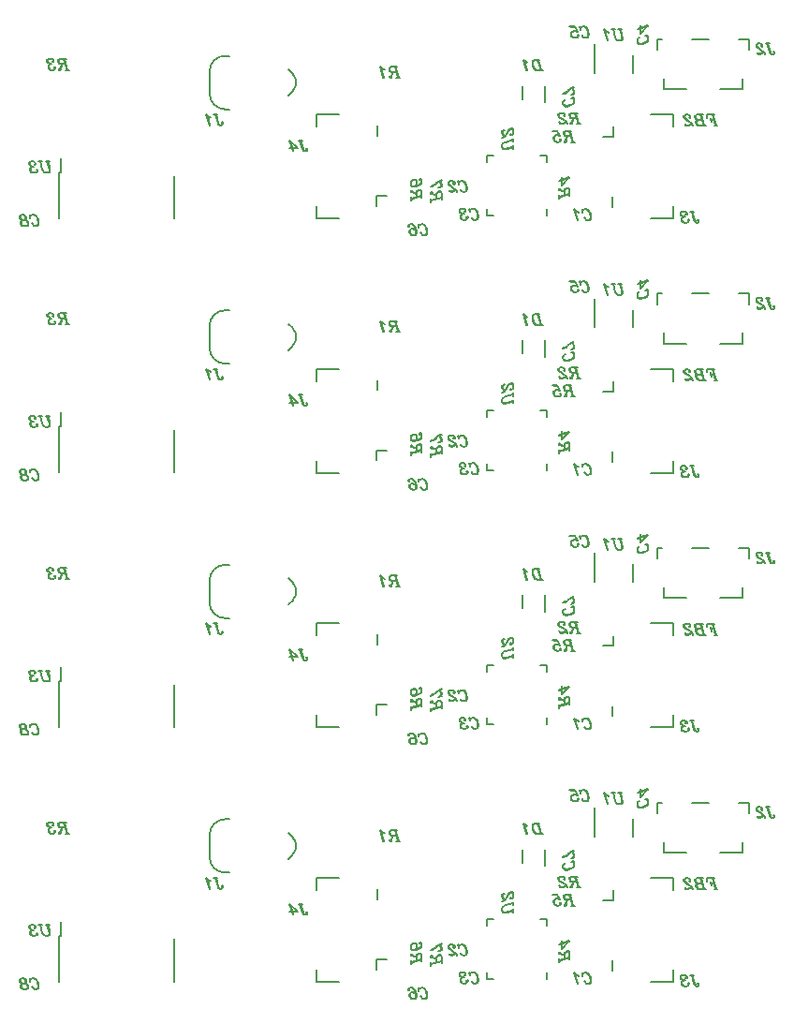
<source format=gbo>
%FSLAX46Y46*%
%MOMM*%
%ADD10C,0.150000*%
G01*
G01*
%LPD*%
D10*
X56202380Y38398808D02*
X55916668Y39398808D01*
D10*
X56154760Y38398808D02*
X55869048Y39398808D01*
D10*
X55630952Y39398808D02*
X56059524Y39398808D01*
D10*
X55488096Y39351192D02*
X55630952Y39398808D01*
D10*
X55440476Y39303572D02*
X55488096Y39351192D01*
D10*
X55392856Y39160716D02*
X55440476Y39303572D01*
D10*
X55392856Y38970240D02*
X55392856Y39160716D01*
D10*
X55440476Y38779760D02*
X55392856Y38970240D01*
D10*
X55535716Y38589284D02*
X55440476Y38779760D01*
D10*
X55630952Y38494048D02*
X55535716Y38589284D01*
D10*
X55726192Y38446428D02*
X55630952Y38494048D01*
D10*
X55916668Y38398808D02*
X55726192Y38446428D01*
D10*
X56345240Y38398808D02*
X55916668Y38398808D01*
D10*
X55535716Y39351192D02*
X55630952Y39398808D01*
D10*
X55488096Y39303572D02*
X55535716Y39351192D01*
D10*
X55440476Y39160716D02*
X55488096Y39303572D01*
D10*
X55440476Y38970240D02*
X55440476Y39160716D01*
D10*
X55488096Y38779760D02*
X55440476Y38970240D01*
D10*
X55583332Y38589284D02*
X55488096Y38779760D01*
D10*
X55678572Y38494048D02*
X55583332Y38589284D01*
D10*
X55773808Y38446428D02*
X55678572Y38494048D01*
D10*
X55916668Y38398808D02*
X55773808Y38446428D01*
D10*
X54916668Y38398808D02*
X54678572Y39208332D01*
D10*
X54869048Y38398808D02*
X54583332Y39398808D01*
D10*
X54726192Y39255952D02*
X54583332Y39398808D01*
D10*
X54869048Y39160716D02*
X54726192Y39255952D01*
D10*
X54964284Y39113096D02*
X54869048Y39160716D01*
D10*
X54821428Y39160716D02*
X54630952Y39255952D01*
D10*
X54964284Y39113096D02*
X54821428Y39160716D01*
D10*
X72007144Y33423810D02*
X71721432Y34423808D01*
D10*
X71959520Y33423810D02*
X71673808Y34423808D01*
D10*
X71578568Y33757144D02*
X71483336Y34138096D01*
D10*
X71150000Y34423808D02*
X71864288Y34423808D01*
D10*
X71197616Y34138096D02*
X71150000Y34423808D01*
D10*
X71197616Y34423808D02*
X71197616Y34138096D01*
D10*
X71530952Y33947620D02*
X71816664Y33947620D01*
D10*
X71816664Y33423810D02*
X72150000Y33423810D01*
D10*
X70959520Y33423810D02*
X70673808Y34423808D01*
D10*
X70911904Y33423810D02*
X70626192Y34423808D01*
D10*
X70292856Y34423808D02*
X70816664Y34423808D01*
D10*
X70150000Y34376192D02*
X70292856Y34423808D01*
D10*
X70102384Y34280952D02*
X70150000Y34376192D01*
D10*
X70102384Y34185716D02*
X70102384Y34280952D01*
D10*
X70150000Y34042856D02*
X70102384Y34185716D01*
D10*
X70197616Y33995240D02*
X70150000Y34042856D01*
D10*
X70340480Y33947620D02*
X70197616Y33995240D01*
D10*
X70197616Y34376192D02*
X70292856Y34423808D01*
D10*
X70150000Y34280952D02*
X70197616Y34376192D01*
D10*
X70150000Y34185716D02*
X70150000Y34280952D01*
D10*
X70197616Y34042856D02*
X70150000Y34185716D01*
D10*
X70245240Y33995240D02*
X70197616Y34042856D01*
D10*
X70340480Y33947620D02*
X70245240Y33995240D01*
D10*
X70340480Y33947620D02*
X70769048Y33947620D01*
D10*
X70245240Y33900000D02*
X70340480Y33947620D01*
D10*
X70197616Y33804760D02*
X70245240Y33900000D01*
D10*
X70197616Y33709524D02*
X70197616Y33804760D01*
D10*
X70245240Y33566668D02*
X70197616Y33709524D01*
D10*
X70340480Y33471428D02*
X70245240Y33566668D01*
D10*
X70530952Y33423810D02*
X70340480Y33471428D01*
D10*
X71102384Y33423810D02*
X70530952Y33423810D01*
D10*
X70292856Y33900000D02*
X70340480Y33947620D01*
D10*
X70245240Y33804760D02*
X70292856Y33900000D01*
D10*
X70245240Y33709524D02*
X70245240Y33804760D01*
D10*
X70292856Y33566668D02*
X70245240Y33709524D01*
D10*
X70388096Y33471428D02*
X70292856Y33566668D01*
D10*
X70530952Y33423810D02*
X70388096Y33471428D01*
D10*
X69578568Y34185716D02*
X69626192Y34233332D01*
D10*
X69626192Y34138096D02*
X69578568Y34185716D01*
D10*
X69673808Y34185716D02*
X69626192Y34138096D01*
D10*
X69673808Y34233332D02*
X69673808Y34185716D01*
D10*
X69626192Y34328572D02*
X69673808Y34233332D01*
D10*
X69578568Y34376192D02*
X69626192Y34328572D01*
D10*
X69435712Y34423808D02*
X69578568Y34376192D01*
D10*
X69292856Y34423808D02*
X69435712Y34423808D01*
D10*
X69150000Y34376192D02*
X69292856Y34423808D01*
D10*
X69102384Y34280952D02*
X69150000Y34376192D01*
D10*
X69102384Y34185716D02*
X69102384Y34280952D01*
D10*
X69150000Y34090476D02*
X69102384Y34185716D01*
D10*
X69245240Y33995240D02*
X69150000Y34090476D01*
D10*
X69388096Y33900000D02*
X69245240Y33995240D01*
D10*
X69578568Y33804760D02*
X69388096Y33900000D01*
D10*
X69721432Y33709524D02*
X69578568Y33804760D01*
D10*
X69816664Y33614284D02*
X69721432Y33709524D01*
D10*
X69911904Y33423810D02*
X69816664Y33614284D01*
D10*
X69197616Y34376192D02*
X69292856Y34423808D01*
D10*
X69150000Y34280952D02*
X69197616Y34376192D01*
D10*
X69150000Y34185716D02*
X69150000Y34280952D01*
D10*
X69197616Y34090476D02*
X69150000Y34185716D01*
D10*
X69292856Y33995240D02*
X69197616Y34090476D01*
D10*
X69578568Y33804760D02*
X69292856Y33995240D01*
D10*
X69816664Y33566668D02*
X69864288Y33519048D01*
D10*
X69721432Y33566668D02*
X69816664Y33566668D01*
D10*
X69483336Y33471428D02*
X69721432Y33566668D01*
D10*
X69340480Y33471428D02*
X69483336Y33471428D01*
D10*
X69245240Y33519048D02*
X69340480Y33471428D01*
D10*
X69197616Y33614284D02*
X69245240Y33519048D01*
D10*
X69483336Y33423810D02*
X69721432Y33566668D01*
D10*
X69340480Y33423810D02*
X69483336Y33423810D01*
D10*
X69245240Y33471428D02*
X69340480Y33423810D01*
D10*
X69197616Y33614284D02*
X69245240Y33471428D01*
D10*
X59745240Y42278572D02*
X59792856Y42278572D01*
D10*
X59697620Y42373808D02*
X59745240Y42278572D01*
D10*
X59745240Y42088096D02*
X59697620Y42373808D01*
D10*
X59745240Y42183332D02*
X59745240Y42088096D01*
D10*
X59792856Y42278572D02*
X59745240Y42183332D01*
D10*
X59840476Y42326192D02*
X59792856Y42278572D01*
D10*
X59935716Y42373808D02*
X59840476Y42326192D01*
D10*
X60078572Y42373808D02*
X59935716Y42373808D01*
D10*
X60221428Y42326192D02*
X60078572Y42373808D01*
D10*
X60316668Y42230952D02*
X60221428Y42326192D01*
D10*
X60411904Y42088096D02*
X60316668Y42230952D01*
D10*
X60459524Y41945240D02*
X60411904Y42088096D01*
D10*
X60507144Y41754760D02*
X60459524Y41945240D01*
D10*
X60507144Y41611904D02*
X60507144Y41754760D01*
D10*
X60459524Y41469048D02*
X60507144Y41611904D01*
D10*
X60411904Y41421428D02*
X60459524Y41469048D01*
D10*
X60269048Y41373808D02*
X60411904Y41421428D01*
D10*
X60126192Y41373808D02*
X60269048Y41373808D01*
D10*
X60030952Y41421428D02*
X60126192Y41373808D01*
D10*
X59935716Y41516668D02*
X60030952Y41421428D01*
D10*
X59888096Y41611904D02*
X59935716Y41516668D01*
D10*
X60173808Y42326192D02*
X60078572Y42373808D01*
D10*
X60269048Y42230952D02*
X60173808Y42326192D01*
D10*
X60364284Y42088096D02*
X60269048Y42230952D01*
D10*
X60411904Y41945240D02*
X60364284Y42088096D01*
D10*
X60459524Y41754760D02*
X60411904Y41945240D01*
D10*
X60459524Y41611904D02*
X60459524Y41754760D01*
D10*
X60411904Y41469048D02*
X60459524Y41611904D01*
D10*
X60364284Y41421428D02*
X60411904Y41469048D01*
D10*
X60269048Y41373808D02*
X60364284Y41421428D01*
D10*
X59459524Y41897620D02*
X59221428Y42373808D01*
D10*
X58745240Y42373808D02*
X59221428Y42373808D01*
D10*
X58983332Y42326192D02*
X59221428Y42326192D01*
D10*
X58745240Y42373808D02*
X58983332Y42326192D01*
D10*
X59411904Y41945240D02*
X59459524Y41897620D01*
D10*
X59269048Y41992856D02*
X59411904Y41945240D01*
D10*
X59126192Y41992856D02*
X59269048Y41992856D01*
D10*
X58983332Y41945240D02*
X59126192Y41992856D01*
D10*
X58935716Y41897620D02*
X58983332Y41945240D01*
D10*
X58888096Y41802380D02*
X58935716Y41897620D01*
D10*
X58888096Y41659524D02*
X58888096Y41802380D01*
D10*
X58935716Y41516668D02*
X58888096Y41659524D01*
D10*
X59030952Y41421428D02*
X58935716Y41516668D01*
D10*
X59173808Y41373808D02*
X59030952Y41421428D01*
D10*
X59316668Y41373808D02*
X59173808Y41373808D01*
D10*
X59459524Y41421428D02*
X59316668Y41373808D01*
D10*
X59507144Y41469048D02*
X59459524Y41421428D01*
D10*
X59554760Y41564284D02*
X59507144Y41469048D01*
D10*
X59554760Y41611904D02*
X59554760Y41564284D01*
D10*
X59507144Y41659524D02*
X59554760Y41611904D01*
D10*
X59459524Y41611904D02*
X59507144Y41659524D01*
D10*
X59507144Y41564284D02*
X59459524Y41611904D01*
D10*
X59030952Y41945240D02*
X59126192Y41992856D01*
D10*
X58983332Y41897620D02*
X59030952Y41945240D01*
D10*
X58935716Y41802380D02*
X58983332Y41897620D01*
D10*
X58935716Y41659524D02*
X58935716Y41802380D01*
D10*
X58983332Y41516668D02*
X58935716Y41659524D01*
D10*
X59078572Y41421428D02*
X58983332Y41516668D01*
D10*
X59173808Y41373808D02*
X59078572Y41421428D01*
D10*
X65778572Y41554760D02*
X65778572Y41507144D01*
D10*
X65873808Y41602380D02*
X65778572Y41554760D01*
D10*
X65588096Y41554760D02*
X65873808Y41602380D01*
D10*
X65683332Y41554760D02*
X65588096Y41554760D01*
D10*
X65778572Y41507144D02*
X65683332Y41554760D01*
D10*
X65826192Y41459524D02*
X65778572Y41507144D01*
D10*
X65873808Y41364284D02*
X65826192Y41459524D01*
D10*
X65873808Y41221428D02*
X65873808Y41364284D01*
D10*
X65826192Y41078572D02*
X65873808Y41221428D01*
D10*
X65730952Y40983332D02*
X65826192Y41078572D01*
D10*
X65588096Y40888096D02*
X65730952Y40983332D01*
D10*
X65445240Y40840476D02*
X65588096Y40888096D01*
D10*
X65254760Y40792856D02*
X65445240Y40840476D01*
D10*
X65111904Y40792856D02*
X65254760Y40792856D01*
D10*
X64969048Y40840476D02*
X65111904Y40792856D01*
D10*
X64921428Y40888096D02*
X64969048Y40840476D01*
D10*
X64873808Y41030952D02*
X64921428Y40888096D01*
D10*
X64873808Y41173808D02*
X64873808Y41030952D01*
D10*
X64921428Y41269048D02*
X64873808Y41173808D01*
D10*
X65016668Y41364284D02*
X64921428Y41269048D01*
D10*
X65111904Y41411904D02*
X65016668Y41364284D01*
D10*
X65826192Y41126192D02*
X65873808Y41221428D01*
D10*
X65730952Y41030952D02*
X65826192Y41126192D01*
D10*
X65588096Y40935716D02*
X65730952Y41030952D01*
D10*
X65445240Y40888096D02*
X65588096Y40935716D01*
D10*
X65254760Y40840476D02*
X65445240Y40888096D01*
D10*
X65111904Y40840476D02*
X65254760Y40840476D01*
D10*
X64969048Y40888096D02*
X65111904Y40840476D01*
D10*
X64921428Y40935716D02*
X64969048Y40888096D01*
D10*
X64873808Y41030952D02*
X64921428Y40935716D01*
D10*
X64873808Y42126192D02*
X65826192Y42411904D01*
D10*
X64873808Y42173808D02*
X65873808Y42459524D01*
D10*
X65159524Y41745240D02*
X65873808Y42459524D01*
D10*
X65159524Y42507144D02*
X65159524Y41745240D01*
D10*
X9995238Y25278572D02*
X10042857Y25278572D01*
D10*
X9947619Y25373810D02*
X9995238Y25278572D01*
D10*
X9995238Y25088096D02*
X9947619Y25373810D01*
D10*
X9995238Y25183334D02*
X9995238Y25088096D01*
D10*
X10042857Y25278572D02*
X9995238Y25183334D01*
D10*
X10090476Y25326190D02*
X10042857Y25278572D01*
D10*
X10185714Y25373810D02*
X10090476Y25326190D01*
D10*
X10328571Y25373810D02*
X10185714Y25373810D01*
D10*
X10471429Y25326190D02*
X10328571Y25373810D01*
D10*
X10566667Y25230952D02*
X10471429Y25326190D01*
D10*
X10661905Y25088096D02*
X10566667Y25230952D01*
D10*
X10709524Y24945238D02*
X10661905Y25088096D01*
D10*
X10757143Y24754762D02*
X10709524Y24945238D01*
D10*
X10757143Y24611904D02*
X10757143Y24754762D01*
D10*
X10709524Y24469048D02*
X10757143Y24611904D01*
D10*
X10661905Y24421428D02*
X10709524Y24469048D01*
D10*
X10519048Y24373810D02*
X10661905Y24421428D01*
D10*
X10376190Y24373810D02*
X10519048Y24373810D01*
D10*
X10280952Y24421428D02*
X10376190Y24373810D01*
D10*
X10185714Y24516666D02*
X10280952Y24421428D01*
D10*
X10138095Y24611904D02*
X10185714Y24516666D01*
D10*
X10423810Y25326190D02*
X10328571Y25373810D01*
D10*
X10519048Y25230952D02*
X10423810Y25326190D01*
D10*
X10614286Y25088096D02*
X10519048Y25230952D01*
D10*
X10661905Y24945238D02*
X10614286Y25088096D01*
D10*
X10709524Y24754762D02*
X10661905Y24945238D01*
D10*
X10709524Y24611904D02*
X10709524Y24754762D01*
D10*
X10661905Y24469048D02*
X10709524Y24611904D01*
D10*
X10614286Y24421428D02*
X10661905Y24469048D01*
D10*
X10519048Y24373810D02*
X10614286Y24421428D01*
D10*
X9519048Y25326190D02*
X9376190Y25373810D01*
D10*
X9566667Y25278572D02*
X9519048Y25326190D01*
D10*
X9614286Y25183334D02*
X9566667Y25278572D01*
D10*
X9614286Y25040476D02*
X9614286Y25183334D01*
D10*
X9566667Y24945238D02*
X9614286Y25040476D01*
D10*
X9471429Y24897620D02*
X9566667Y24945238D01*
D10*
X9328572Y24897620D02*
X9471429Y24897620D01*
D10*
X9138095Y24945238D02*
X9328572Y24897620D01*
D10*
X9090476Y24992858D02*
X9138095Y24945238D01*
D10*
X9042857Y25088096D02*
X9090476Y24992858D01*
D10*
X9042857Y25230952D02*
X9042857Y25088096D01*
D10*
X9090476Y25326190D02*
X9042857Y25230952D01*
D10*
X9233333Y25373810D02*
X9090476Y25326190D01*
D10*
X9376190Y25373810D02*
X9233333Y25373810D01*
D10*
X9471429Y25326190D02*
X9376190Y25373810D01*
D10*
X9519048Y25278572D02*
X9471429Y25326190D01*
D10*
X9566667Y25183334D02*
X9519048Y25278572D01*
D10*
X9566667Y25040476D02*
X9566667Y25183334D01*
D10*
X9519048Y24945238D02*
X9566667Y25040476D01*
D10*
X9471429Y24897620D02*
X9519048Y24945238D01*
D10*
X9185714Y24945238D02*
X9328572Y24897620D01*
D10*
X9138095Y24992858D02*
X9185714Y24945238D01*
D10*
X9090476Y25088096D02*
X9138095Y24992858D01*
D10*
X9090476Y25230952D02*
X9090476Y25088096D01*
D10*
X9138095Y25326190D02*
X9090476Y25230952D01*
D10*
X9233333Y25373810D02*
X9138095Y25326190D01*
D10*
X9661905Y24850000D02*
X9471429Y24897620D01*
D10*
X9757143Y24754762D02*
X9661905Y24850000D01*
D10*
X9804762Y24659524D02*
X9757143Y24754762D01*
D10*
X9804762Y24516666D02*
X9804762Y24659524D01*
D10*
X9757143Y24421428D02*
X9804762Y24516666D01*
D10*
X9614286Y24373810D02*
X9757143Y24421428D01*
D10*
X9423810Y24373810D02*
X9614286Y24373810D01*
D10*
X9233333Y24421428D02*
X9423810Y24373810D01*
D10*
X9185714Y24469048D02*
X9233333Y24421428D01*
D10*
X9138095Y24564286D02*
X9185714Y24469048D01*
D10*
X9138095Y24707142D02*
X9138095Y24564286D01*
D10*
X9185714Y24802380D02*
X9138095Y24707142D01*
D10*
X9233333Y24850000D02*
X9185714Y24802380D01*
D10*
X9328572Y24897620D02*
X9233333Y24850000D01*
D10*
X9614286Y24850000D02*
X9471429Y24897620D01*
D10*
X9709524Y24754762D02*
X9614286Y24850000D01*
D10*
X9757143Y24659524D02*
X9709524Y24754762D01*
D10*
X9757143Y24516666D02*
X9757143Y24659524D01*
D10*
X9709524Y24421428D02*
X9757143Y24516666D01*
D10*
X9614286Y24373810D02*
X9709524Y24421428D01*
D10*
X9280952Y24421428D02*
X9423810Y24373810D01*
D10*
X9233333Y24469048D02*
X9280952Y24421428D01*
D10*
X9185714Y24564286D02*
X9233333Y24469048D01*
D10*
X9185714Y24754762D02*
X9185714Y24564286D01*
D10*
X9233333Y24850000D02*
X9185714Y24754762D01*
D10*
X70030952Y24864286D02*
X69792856Y25673810D01*
D10*
X70078568Y24769048D02*
X70030952Y24864286D01*
D10*
X70126192Y24721428D02*
X70078568Y24769048D01*
D10*
X70221432Y24673810D02*
X70126192Y24721428D01*
D10*
X70316664Y24673810D02*
X70221432Y24673810D01*
D10*
X70411904Y24721428D02*
X70316664Y24673810D01*
D10*
X70459520Y24816666D02*
X70411904Y24721428D01*
D10*
X70459520Y24911904D02*
X70459520Y24816666D01*
D10*
X70411904Y24959524D02*
X70459520Y24911904D01*
D10*
X70364288Y24911904D02*
X70411904Y24959524D01*
D10*
X70411904Y24864286D02*
X70364288Y24911904D01*
D10*
X70078568Y24864286D02*
X69840480Y25673810D01*
D10*
X70126192Y24769048D02*
X70078568Y24864286D01*
D10*
X70221432Y24673810D02*
X70126192Y24769048D01*
D10*
X69650000Y25673810D02*
X69983336Y25673810D01*
D10*
X69269048Y25435714D02*
X69316664Y25483334D01*
D10*
X69316664Y25388096D02*
X69269048Y25435714D01*
D10*
X69364288Y25435714D02*
X69316664Y25388096D01*
D10*
X69364288Y25483334D02*
X69364288Y25435714D01*
D10*
X69316664Y25578572D02*
X69364288Y25483334D01*
D10*
X69269048Y25626190D02*
X69316664Y25578572D01*
D10*
X69126192Y25673810D02*
X69269048Y25626190D01*
D10*
X68983336Y25673810D02*
X69126192Y25673810D01*
D10*
X68840480Y25626190D02*
X68983336Y25673810D01*
D10*
X68792856Y25530952D02*
X68840480Y25626190D01*
D10*
X68792856Y25435714D02*
X68792856Y25530952D01*
D10*
X68840480Y25340476D02*
X68792856Y25435714D01*
D10*
X68983336Y25245238D02*
X68840480Y25340476D01*
D10*
X69126192Y25197620D02*
X68983336Y25245238D01*
D10*
X68888096Y25626190D02*
X68983336Y25673810D01*
D10*
X68840480Y25530952D02*
X68888096Y25626190D01*
D10*
X68840480Y25435714D02*
X68840480Y25530952D01*
D10*
X68888096Y25340476D02*
X68840480Y25435714D01*
D10*
X68983336Y25245238D02*
X68888096Y25340476D01*
D10*
X69126192Y25197620D02*
X69221432Y25197620D01*
D10*
X68983336Y25150000D02*
X69126192Y25197620D01*
D10*
X68935712Y25102380D02*
X68983336Y25150000D01*
D10*
X68888096Y25007142D02*
X68935712Y25102380D01*
D10*
X68888096Y24864286D02*
X68888096Y25007142D01*
D10*
X68935712Y24769048D02*
X68888096Y24864286D01*
D10*
X68983336Y24721428D02*
X68935712Y24769048D01*
D10*
X69126192Y24673810D02*
X68983336Y24721428D01*
D10*
X69316664Y24673810D02*
X69126192Y24673810D01*
D10*
X69459520Y24721428D02*
X69316664Y24673810D01*
D10*
X69507144Y24769048D02*
X69459520Y24721428D01*
D10*
X69554760Y24864286D02*
X69507144Y24769048D01*
D10*
X69554760Y24911904D02*
X69554760Y24864286D01*
D10*
X69507144Y24959524D02*
X69554760Y24911904D01*
D10*
X69459520Y24911904D02*
X69507144Y24959524D01*
D10*
X69507144Y24864286D02*
X69459520Y24911904D01*
D10*
X69030952Y25150000D02*
X69126192Y25197620D01*
D10*
X68983336Y25102380D02*
X69030952Y25150000D01*
D10*
X68935712Y25007142D02*
X68983336Y25102380D01*
D10*
X68935712Y24864286D02*
X68935712Y25007142D01*
D10*
X68983336Y24769048D02*
X68935712Y24864286D01*
D10*
X69030952Y24721428D02*
X68983336Y24769048D01*
D10*
X69126192Y24673810D02*
X69030952Y24721428D01*
D10*
X11711905Y29675000D02*
X11569048Y30198810D01*
D10*
X11759524Y29484524D02*
X11711905Y29675000D01*
D10*
X11759524Y29341666D02*
X11759524Y29484524D01*
D10*
X11711905Y29246428D02*
X11759524Y29341666D01*
D10*
X11569048Y29198810D02*
X11711905Y29246428D01*
D10*
X11378571Y29198810D02*
X11569048Y29198810D01*
D10*
X11235714Y29246428D02*
X11378571Y29198810D01*
D10*
X11140476Y29341666D02*
X11235714Y29246428D01*
D10*
X11092857Y29484524D02*
X11140476Y29341666D01*
D10*
X10902381Y30198810D02*
X11092857Y29484524D01*
D10*
X11664286Y29675000D02*
X11521429Y30198810D01*
D10*
X11711905Y29484524D02*
X11664286Y29675000D01*
D10*
X11711905Y29341666D02*
X11711905Y29484524D01*
D10*
X11664286Y29246428D02*
X11711905Y29341666D01*
D10*
X11569048Y29198810D02*
X11664286Y29246428D01*
D10*
X11378571Y30198810D02*
X11711905Y30198810D01*
D10*
X10759524Y30198810D02*
X11045238Y30198810D01*
D10*
X10378572Y29960714D02*
X10426190Y30008334D01*
D10*
X10426190Y29913096D02*
X10378572Y29960714D01*
D10*
X10473810Y29960714D02*
X10426190Y29913096D01*
D10*
X10473810Y30008334D02*
X10473810Y29960714D01*
D10*
X10426190Y30103572D02*
X10473810Y30008334D01*
D10*
X10378572Y30151190D02*
X10426190Y30103572D01*
D10*
X10235714Y30198810D02*
X10378572Y30151190D01*
D10*
X10092857Y30198810D02*
X10235714Y30198810D01*
D10*
X9950000Y30151190D02*
X10092857Y30198810D01*
D10*
X9902381Y30055952D02*
X9950000Y30151190D01*
D10*
X9902381Y29960714D02*
X9902381Y30055952D01*
D10*
X9950000Y29865476D02*
X9902381Y29960714D01*
D10*
X10092857Y29770238D02*
X9950000Y29865476D01*
D10*
X10235714Y29722620D02*
X10092857Y29770238D01*
D10*
X9997619Y30151190D02*
X10092857Y30198810D01*
D10*
X9950000Y30055952D02*
X9997619Y30151190D01*
D10*
X9950000Y29960714D02*
X9950000Y30055952D01*
D10*
X9997619Y29865476D02*
X9950000Y29960714D01*
D10*
X10092857Y29770238D02*
X9997619Y29865476D01*
D10*
X10235714Y29722620D02*
X10330952Y29722620D01*
D10*
X10092857Y29675000D02*
X10235714Y29722620D01*
D10*
X10045238Y29627380D02*
X10092857Y29675000D01*
D10*
X9997619Y29532142D02*
X10045238Y29627380D01*
D10*
X9997619Y29389286D02*
X9997619Y29532142D01*
D10*
X10045238Y29294048D02*
X9997619Y29389286D01*
D10*
X10092857Y29246428D02*
X10045238Y29294048D01*
D10*
X10235714Y29198810D02*
X10092857Y29246428D01*
D10*
X10426190Y29198810D02*
X10235714Y29198810D01*
D10*
X10569048Y29246428D02*
X10426190Y29198810D01*
D10*
X10616667Y29294048D02*
X10569048Y29246428D01*
D10*
X10664286Y29389286D02*
X10616667Y29294048D01*
D10*
X10664286Y29436904D02*
X10664286Y29389286D01*
D10*
X10616667Y29484524D02*
X10664286Y29436904D01*
D10*
X10569048Y29436904D02*
X10616667Y29484524D01*
D10*
X10616667Y29389286D02*
X10569048Y29436904D01*
D10*
X10140476Y29675000D02*
X10235714Y29722620D01*
D10*
X10092857Y29627380D02*
X10140476Y29675000D01*
D10*
X10045238Y29532142D02*
X10092857Y29627380D01*
D10*
X10045238Y29389286D02*
X10045238Y29532142D01*
D10*
X10092857Y29294048D02*
X10045238Y29389286D01*
D10*
X10140476Y29246428D02*
X10092857Y29294048D01*
D10*
X10235714Y29198810D02*
X10140476Y29246428D01*
D10*
X59607144Y33573808D02*
X59321428Y34573808D01*
D10*
X59559524Y33573808D02*
X59273808Y34573808D01*
D10*
X58940476Y34573808D02*
X59464284Y34573808D01*
D10*
X58797620Y34526192D02*
X58940476Y34573808D01*
D10*
X58750000Y34430952D02*
X58797620Y34526192D01*
D10*
X58750000Y34335716D02*
X58750000Y34430952D01*
D10*
X58797620Y34192856D02*
X58750000Y34335716D01*
D10*
X58845240Y34145240D02*
X58797620Y34192856D01*
D10*
X58988096Y34097620D02*
X58845240Y34145240D01*
D10*
X59416668Y34097620D02*
X58988096Y34097620D01*
D10*
X58845240Y34526192D02*
X58940476Y34573808D01*
D10*
X58797620Y34430952D02*
X58845240Y34526192D01*
D10*
X58797620Y34335716D02*
X58797620Y34430952D01*
D10*
X58845240Y34192856D02*
X58797620Y34335716D01*
D10*
X58892856Y34145240D02*
X58845240Y34192856D01*
D10*
X58988096Y34097620D02*
X58892856Y34145240D01*
D10*
X59083332Y34050000D02*
X59178572Y34097620D01*
D10*
X59035716Y34002380D02*
X59083332Y34050000D01*
D10*
X58988096Y33621428D02*
X59035716Y34002380D01*
D10*
X58940476Y33573808D02*
X58988096Y33621428D01*
D10*
X58845240Y33573808D02*
X58940476Y33573808D01*
D10*
X58797620Y33669048D02*
X58845240Y33573808D01*
D10*
X58797620Y33716668D02*
X58797620Y33669048D01*
D10*
X58940476Y33669048D02*
X59035716Y34002380D01*
D10*
X58892856Y33621428D02*
X58940476Y33669048D01*
D10*
X58845240Y33621428D02*
X58892856Y33621428D01*
D10*
X58797620Y33669048D02*
X58845240Y33621428D01*
D10*
X59416668Y33573808D02*
X59750000Y33573808D01*
D10*
X58226192Y34335716D02*
X58273808Y34383332D01*
D10*
X58273808Y34288096D02*
X58226192Y34335716D01*
D10*
X58321428Y34335716D02*
X58273808Y34288096D01*
D10*
X58321428Y34383332D02*
X58321428Y34335716D01*
D10*
X58273808Y34478572D02*
X58321428Y34383332D01*
D10*
X58226192Y34526192D02*
X58273808Y34478572D01*
D10*
X58083332Y34573808D02*
X58226192Y34526192D01*
D10*
X57940476Y34573808D02*
X58083332Y34573808D01*
D10*
X57797620Y34526192D02*
X57940476Y34573808D01*
D10*
X57750000Y34430952D02*
X57797620Y34526192D01*
D10*
X57750000Y34335716D02*
X57750000Y34430952D01*
D10*
X57797620Y34240476D02*
X57750000Y34335716D01*
D10*
X57892856Y34145240D02*
X57797620Y34240476D01*
D10*
X58035716Y34050000D02*
X57892856Y34145240D01*
D10*
X58226192Y33954760D02*
X58035716Y34050000D01*
D10*
X58369048Y33859524D02*
X58226192Y33954760D01*
D10*
X58464284Y33764284D02*
X58369048Y33859524D01*
D10*
X58559524Y33573808D02*
X58464284Y33764284D01*
D10*
X57845240Y34526192D02*
X57940476Y34573808D01*
D10*
X57797620Y34430952D02*
X57845240Y34526192D01*
D10*
X57797620Y34335716D02*
X57797620Y34430952D01*
D10*
X57845240Y34240476D02*
X57797620Y34335716D01*
D10*
X57940476Y34145240D02*
X57845240Y34240476D01*
D10*
X58226192Y33954760D02*
X57940476Y34145240D01*
D10*
X58464284Y33716668D02*
X58511904Y33669048D01*
D10*
X58369048Y33716668D02*
X58464284Y33716668D01*
D10*
X58130952Y33621428D02*
X58369048Y33716668D01*
D10*
X57988096Y33621428D02*
X58130952Y33621428D01*
D10*
X57892856Y33669048D02*
X57988096Y33621428D01*
D10*
X57845240Y33764284D02*
X57892856Y33669048D01*
D10*
X58130952Y33573808D02*
X58369048Y33716668D01*
D10*
X57988096Y33573808D02*
X58130952Y33573808D01*
D10*
X57892856Y33621428D02*
X57988096Y33573808D01*
D10*
X57845240Y33764284D02*
X57892856Y33621428D01*
D10*
X13380477Y38473808D02*
X13094763Y39473808D01*
D10*
X13332858Y38473808D02*
X13047144Y39473808D01*
D10*
X12713810Y39473808D02*
X13237620Y39473808D01*
D10*
X12570953Y39426192D02*
X12713810Y39473808D01*
D10*
X12523334Y39330952D02*
X12570953Y39426192D01*
D10*
X12523334Y39235716D02*
X12523334Y39330952D01*
D10*
X12570953Y39092856D02*
X12523334Y39235716D01*
D10*
X12618572Y39045240D02*
X12570953Y39092856D01*
D10*
X12761429Y38997620D02*
X12618572Y39045240D01*
D10*
X13190001Y38997620D02*
X12761429Y38997620D01*
D10*
X12618572Y39426192D02*
X12713810Y39473808D01*
D10*
X12570953Y39330952D02*
X12618572Y39426192D01*
D10*
X12570953Y39235716D02*
X12570953Y39330952D01*
D10*
X12618572Y39092856D02*
X12570953Y39235716D01*
D10*
X12666191Y39045240D02*
X12618572Y39092856D01*
D10*
X12761429Y38997620D02*
X12666191Y39045240D01*
D10*
X12856667Y38950000D02*
X12951905Y38997620D01*
D10*
X12809048Y38902380D02*
X12856667Y38950000D01*
D10*
X12761429Y38521428D02*
X12809048Y38902380D01*
D10*
X12713810Y38473808D02*
X12761429Y38521428D01*
D10*
X12618572Y38473808D02*
X12713810Y38473808D01*
D10*
X12570953Y38569048D02*
X12618572Y38473808D01*
D10*
X12570953Y38616668D02*
X12570953Y38569048D01*
D10*
X12713810Y38569048D02*
X12809048Y38902380D01*
D10*
X12666191Y38521428D02*
X12713810Y38569048D01*
D10*
X12618572Y38521428D02*
X12666191Y38521428D01*
D10*
X12570953Y38569048D02*
X12618572Y38521428D01*
D10*
X13190001Y38473808D02*
X13523334Y38473808D01*
D10*
X11999524Y39235716D02*
X12047144Y39283332D01*
D10*
X12047144Y39188096D02*
X11999524Y39235716D01*
D10*
X12094763Y39235716D02*
X12047144Y39188096D01*
D10*
X12094763Y39283332D02*
X12094763Y39235716D01*
D10*
X12047144Y39378572D02*
X12094763Y39283332D01*
D10*
X11999524Y39426192D02*
X12047144Y39378572D01*
D10*
X11856667Y39473808D02*
X11999524Y39426192D01*
D10*
X11713810Y39473808D02*
X11856667Y39473808D01*
D10*
X11570953Y39426192D02*
X11713810Y39473808D01*
D10*
X11523334Y39330952D02*
X11570953Y39426192D01*
D10*
X11523334Y39235716D02*
X11523334Y39330952D01*
D10*
X11570953Y39140476D02*
X11523334Y39235716D01*
D10*
X11713810Y39045240D02*
X11570953Y39140476D01*
D10*
X11856667Y38997620D02*
X11713810Y39045240D01*
D10*
X11618572Y39426192D02*
X11713810Y39473808D01*
D10*
X11570953Y39330952D02*
X11618572Y39426192D01*
D10*
X11570953Y39235716D02*
X11570953Y39330952D01*
D10*
X11618572Y39140476D02*
X11570953Y39235716D01*
D10*
X11713810Y39045240D02*
X11618572Y39140476D01*
D10*
X11856667Y38997620D02*
X11951906Y38997620D01*
D10*
X11713810Y38950000D02*
X11856667Y38997620D01*
D10*
X11666191Y38902380D02*
X11713810Y38950000D01*
D10*
X11618572Y38807144D02*
X11666191Y38902380D01*
D10*
X11618572Y38664284D02*
X11618572Y38807144D01*
D10*
X11666191Y38569048D02*
X11618572Y38664284D01*
D10*
X11713810Y38521428D02*
X11666191Y38569048D01*
D10*
X11856667Y38473808D02*
X11713810Y38521428D01*
D10*
X12047144Y38473808D02*
X11856667Y38473808D01*
D10*
X12190001Y38521428D02*
X12047144Y38473808D01*
D10*
X12237620Y38569048D02*
X12190001Y38521428D01*
D10*
X12285239Y38664284D02*
X12237620Y38569048D01*
D10*
X12285239Y38711904D02*
X12285239Y38664284D01*
D10*
X12237620Y38759524D02*
X12285239Y38711904D01*
D10*
X12190001Y38711904D02*
X12237620Y38759524D01*
D10*
X12237620Y38664284D02*
X12190001Y38711904D01*
D10*
X11761429Y38950000D02*
X11856667Y38997620D01*
D10*
X11713810Y38902380D02*
X11761429Y38950000D01*
D10*
X11666191Y38807144D02*
X11713810Y38902380D01*
D10*
X11666191Y38664284D02*
X11666191Y38807144D01*
D10*
X11713810Y38569048D02*
X11666191Y38664284D01*
D10*
X11761429Y38521428D02*
X11713810Y38569048D01*
D10*
X11856667Y38473808D02*
X11761429Y38521428D01*
D10*
X26968022Y33657056D02*
X26729926Y34466580D01*
D10*
X27015640Y33561820D02*
X26968022Y33657056D01*
D10*
X27063260Y33514200D02*
X27015640Y33561820D01*
D10*
X27158498Y33466582D02*
X27063260Y33514200D01*
D10*
X27253736Y33466582D02*
X27158498Y33466582D01*
D10*
X27348974Y33514200D02*
X27253736Y33466582D01*
D10*
X27396592Y33609440D02*
X27348974Y33514200D01*
D10*
X27396592Y33704676D02*
X27396592Y33609440D01*
D10*
X27348974Y33752296D02*
X27396592Y33704676D01*
D10*
X27301354Y33704676D02*
X27348974Y33752296D01*
D10*
X27348974Y33657056D02*
X27301354Y33704676D01*
D10*
X27015640Y33657056D02*
X26777546Y34466580D01*
D10*
X27063260Y33561820D02*
X27015640Y33657056D01*
D10*
X27158498Y33466582D02*
X27063260Y33561820D01*
D10*
X26587070Y34466580D02*
X26920402Y34466580D01*
D10*
X26253736Y33466582D02*
X26015640Y34276104D01*
D10*
X26206116Y33466582D02*
X25920402Y34466580D01*
D10*
X26063260Y34323724D02*
X25920402Y34466580D01*
D10*
X26206116Y34228488D02*
X26063260Y34323724D01*
D10*
X26301354Y34180868D02*
X26206116Y34228488D01*
D10*
X26158498Y34228488D02*
X25968022Y34323724D01*
D10*
X26301354Y34180868D02*
X26158498Y34228488D01*
D10*
X34623808Y31314286D02*
X34385716Y32123810D01*
D10*
X34671428Y31219048D02*
X34623808Y31314286D01*
D10*
X34719048Y31171428D02*
X34671428Y31219048D01*
D10*
X34814284Y31123810D02*
X34719048Y31171428D01*
D10*
X34909524Y31123810D02*
X34814284Y31123810D01*
D10*
X35004760Y31171428D02*
X34909524Y31123810D01*
D10*
X35052380Y31266666D02*
X35004760Y31171428D01*
D10*
X35052380Y31361904D02*
X35052380Y31266666D01*
D10*
X35004760Y31409524D02*
X35052380Y31361904D01*
D10*
X34957144Y31361904D02*
X35004760Y31409524D01*
D10*
X35004760Y31314286D02*
X34957144Y31361904D01*
D10*
X34671428Y31314286D02*
X34433332Y32123810D01*
D10*
X34719048Y31219048D02*
X34671428Y31314286D01*
D10*
X34814284Y31123810D02*
X34719048Y31219048D01*
D10*
X34242856Y32123810D02*
X34576192Y32123810D01*
D10*
X33766668Y31123810D02*
X33480952Y32076190D01*
D10*
X33719048Y31123810D02*
X33433334Y32123810D01*
D10*
X34147620Y31409524D02*
X33433334Y32123810D01*
D10*
X33385714Y31409524D02*
X34147620Y31409524D01*
D10*
X53150000Y31338096D02*
X53673808Y31480952D01*
D10*
X52959524Y31290476D02*
X53150000Y31338096D01*
D10*
X52816668Y31290476D02*
X52959524Y31290476D01*
D10*
X52721428Y31338096D02*
X52816668Y31290476D01*
D10*
X52673808Y31480952D02*
X52721428Y31338096D01*
D10*
X52673808Y31671428D02*
X52673808Y31480952D01*
D10*
X52721428Y31814286D02*
X52673808Y31671428D01*
D10*
X52816668Y31909524D02*
X52721428Y31814286D01*
D10*
X52959524Y31957142D02*
X52816668Y31909524D01*
D10*
X53673808Y32147620D02*
X52959524Y31957142D01*
D10*
X53150000Y31385714D02*
X53673808Y31528572D01*
D10*
X52959524Y31338096D02*
X53150000Y31385714D01*
D10*
X52816668Y31338096D02*
X52959524Y31338096D01*
D10*
X52721428Y31385714D02*
X52816668Y31338096D01*
D10*
X52673808Y31480952D02*
X52721428Y31385714D01*
D10*
X53673808Y31671428D02*
X53673808Y31338096D01*
D10*
X53673808Y32290476D02*
X53673808Y32004762D01*
D10*
X53435716Y32671428D02*
X53483332Y32623810D01*
D10*
X53388096Y32623810D02*
X53435716Y32671428D01*
D10*
X53435716Y32576190D02*
X53388096Y32623810D01*
D10*
X53483332Y32576190D02*
X53435716Y32576190D01*
D10*
X53578572Y32623810D02*
X53483332Y32576190D01*
D10*
X53626192Y32671428D02*
X53578572Y32623810D01*
D10*
X53673808Y32814286D02*
X53626192Y32671428D01*
D10*
X53673808Y32957142D02*
X53673808Y32814286D01*
D10*
X53626192Y33100000D02*
X53673808Y32957142D01*
D10*
X53530952Y33147620D02*
X53626192Y33100000D01*
D10*
X53435716Y33147620D02*
X53530952Y33147620D01*
D10*
X53340476Y33100000D02*
X53435716Y33147620D01*
D10*
X53245240Y33004762D02*
X53340476Y33100000D01*
D10*
X53150000Y32861904D02*
X53245240Y33004762D01*
D10*
X53054760Y32671428D02*
X53150000Y32861904D01*
D10*
X52959524Y32528572D02*
X53054760Y32671428D01*
D10*
X52864284Y32433334D02*
X52959524Y32528572D01*
D10*
X52673808Y32338096D02*
X52864284Y32433334D01*
D10*
X53626192Y33052380D02*
X53673808Y32957142D01*
D10*
X53530952Y33100000D02*
X53626192Y33052380D01*
D10*
X53435716Y33100000D02*
X53530952Y33100000D01*
D10*
X53340476Y33052380D02*
X53435716Y33100000D01*
D10*
X53245240Y32957142D02*
X53340476Y33052380D01*
D10*
X53054760Y32671428D02*
X53245240Y32957142D01*
D10*
X52816668Y32433334D02*
X52769048Y32385714D01*
D10*
X52816668Y32528572D02*
X52816668Y32433334D01*
D10*
X52721428Y32766666D02*
X52816668Y32528572D01*
D10*
X52721428Y32909524D02*
X52721428Y32766666D01*
D10*
X52769048Y33004762D02*
X52721428Y32909524D01*
D10*
X52864284Y33052380D02*
X52769048Y33004762D01*
D10*
X52673808Y32766666D02*
X52816668Y32528572D01*
D10*
X52673808Y32909524D02*
X52673808Y32766666D01*
D10*
X52721428Y33004762D02*
X52673808Y32909524D01*
D10*
X52864284Y33052380D02*
X52721428Y33004762D01*
D10*
X59078572Y35929760D02*
X59078572Y35882144D01*
D10*
X59173808Y35977380D02*
X59078572Y35929760D01*
D10*
X58888096Y35929760D02*
X59173808Y35977380D01*
D10*
X58983332Y35929760D02*
X58888096Y35929760D01*
D10*
X59078572Y35882144D02*
X58983332Y35929760D01*
D10*
X59126192Y35834524D02*
X59078572Y35882144D01*
D10*
X59173808Y35739284D02*
X59126192Y35834524D01*
D10*
X59173808Y35596428D02*
X59173808Y35739284D01*
D10*
X59126192Y35453572D02*
X59173808Y35596428D01*
D10*
X59030952Y35358332D02*
X59126192Y35453572D01*
D10*
X58888096Y35263096D02*
X59030952Y35358332D01*
D10*
X58745240Y35215476D02*
X58888096Y35263096D01*
D10*
X58554760Y35167856D02*
X58745240Y35215476D01*
D10*
X58411904Y35167856D02*
X58554760Y35167856D01*
D10*
X58269048Y35215476D02*
X58411904Y35167856D01*
D10*
X58221428Y35263096D02*
X58269048Y35215476D01*
D10*
X58173808Y35405952D02*
X58221428Y35263096D01*
D10*
X58173808Y35548808D02*
X58173808Y35405952D01*
D10*
X58221428Y35644048D02*
X58173808Y35548808D01*
D10*
X58316668Y35739284D02*
X58221428Y35644048D01*
D10*
X58411904Y35786904D02*
X58316668Y35739284D01*
D10*
X59126192Y35501192D02*
X59173808Y35596428D01*
D10*
X59030952Y35405952D02*
X59126192Y35501192D01*
D10*
X58888096Y35310716D02*
X59030952Y35405952D01*
D10*
X58745240Y35263096D02*
X58888096Y35310716D01*
D10*
X58554760Y35215476D02*
X58745240Y35263096D01*
D10*
X58411904Y35215476D02*
X58554760Y35215476D01*
D10*
X58269048Y35263096D02*
X58411904Y35215476D01*
D10*
X58221428Y35310716D02*
X58269048Y35263096D01*
D10*
X58173808Y35405952D02*
X58221428Y35310716D01*
D10*
X58888096Y36215476D02*
X59173808Y36310716D01*
D10*
X59030952Y36882144D02*
X59173808Y36929760D01*
D10*
X58888096Y36786904D02*
X59030952Y36882144D01*
D10*
X58602380Y36548808D02*
X58888096Y36786904D01*
D10*
X58459524Y36453572D02*
X58602380Y36548808D01*
D10*
X58364284Y36405952D02*
X58459524Y36453572D01*
D10*
X58173808Y36358332D02*
X58364284Y36405952D01*
D10*
X58602380Y36501192D02*
X58888096Y36786904D01*
D10*
X58459524Y36405952D02*
X58602380Y36501192D01*
D10*
X58364284Y36358332D02*
X58459524Y36405952D01*
D10*
X58173808Y36310716D02*
X58364284Y36358332D01*
D10*
X59173808Y36405952D02*
X59030952Y36263096D01*
D10*
X59173808Y36501192D02*
X59173808Y36405952D01*
D10*
X59030952Y36739284D02*
X59173808Y36501192D01*
D10*
X59126192Y36405952D02*
X59078572Y36310716D01*
D10*
X59126192Y36501192D02*
X59126192Y36405952D01*
D10*
X59030952Y36739284D02*
X59126192Y36501192D01*
D10*
X59030952Y36834524D02*
X59030952Y36739284D01*
D10*
X59078572Y36882144D02*
X59030952Y36834524D01*
D10*
X59173808Y36929760D02*
X59078572Y36882144D01*
D10*
X57773808Y26950000D02*
X58773808Y27235714D01*
D10*
X57773808Y26997620D02*
X58773808Y27283334D01*
D10*
X58773808Y27616666D02*
X58773808Y27092858D01*
D10*
X58726192Y27759524D02*
X58773808Y27616666D01*
D10*
X58630952Y27807142D02*
X58726192Y27759524D01*
D10*
X58535716Y27807142D02*
X58630952Y27807142D01*
D10*
X58392856Y27759524D02*
X58535716Y27807142D01*
D10*
X58345240Y27711904D02*
X58392856Y27759524D01*
D10*
X58297620Y27569048D02*
X58345240Y27711904D01*
D10*
X58297620Y27140476D02*
X58297620Y27569048D01*
D10*
X58726192Y27711904D02*
X58773808Y27616666D01*
D10*
X58630952Y27759524D02*
X58726192Y27711904D01*
D10*
X58535716Y27759524D02*
X58630952Y27759524D01*
D10*
X58392856Y27711904D02*
X58535716Y27759524D01*
D10*
X58345240Y27664286D02*
X58392856Y27711904D01*
D10*
X58297620Y27569048D02*
X58345240Y27664286D01*
D10*
X58250000Y27473810D02*
X58297620Y27378572D01*
D10*
X58202380Y27521428D02*
X58250000Y27473810D01*
D10*
X57821428Y27569048D02*
X58202380Y27521428D01*
D10*
X57773808Y27616666D02*
X57821428Y27569048D01*
D10*
X57773808Y27711904D02*
X57773808Y27616666D01*
D10*
X57869048Y27759524D02*
X57773808Y27711904D01*
D10*
X57916668Y27759524D02*
X57869048Y27759524D01*
D10*
X57869048Y27616666D02*
X58202380Y27521428D01*
D10*
X57821428Y27664286D02*
X57869048Y27616666D01*
D10*
X57821428Y27711904D02*
X57821428Y27664286D01*
D10*
X57869048Y27759524D02*
X57821428Y27711904D01*
D10*
X57773808Y27140476D02*
X57773808Y26807144D01*
D10*
X57773808Y28426190D02*
X58726192Y28711904D01*
D10*
X57773808Y28473810D02*
X58773808Y28759524D01*
D10*
X58059524Y28045238D02*
X58773808Y28759524D01*
D10*
X58059524Y28807142D02*
X58059524Y28045238D01*
D10*
X59082144Y31948810D02*
X58796428Y32948810D01*
D10*
X59034524Y31948810D02*
X58748808Y32948810D01*
D10*
X58415476Y32948810D02*
X58939284Y32948810D01*
D10*
X58272620Y32901190D02*
X58415476Y32948810D01*
D10*
X58225000Y32805952D02*
X58272620Y32901190D01*
D10*
X58225000Y32710714D02*
X58225000Y32805952D01*
D10*
X58272620Y32567858D02*
X58225000Y32710714D01*
D10*
X58320240Y32520238D02*
X58272620Y32567858D01*
D10*
X58463096Y32472620D02*
X58320240Y32520238D01*
D10*
X58891668Y32472620D02*
X58463096Y32472620D01*
D10*
X58320240Y32901190D02*
X58415476Y32948810D01*
D10*
X58272620Y32805952D02*
X58320240Y32901190D01*
D10*
X58272620Y32710714D02*
X58272620Y32805952D01*
D10*
X58320240Y32567858D02*
X58272620Y32710714D01*
D10*
X58367856Y32520238D02*
X58320240Y32567858D01*
D10*
X58463096Y32472620D02*
X58367856Y32520238D01*
D10*
X58558332Y32425000D02*
X58653572Y32472620D01*
D10*
X58510716Y32377380D02*
X58558332Y32425000D01*
D10*
X58463096Y31996428D02*
X58510716Y32377380D01*
D10*
X58415476Y31948810D02*
X58463096Y31996428D01*
D10*
X58320240Y31948810D02*
X58415476Y31948810D01*
D10*
X58272620Y32044048D02*
X58320240Y31948810D01*
D10*
X58272620Y32091666D02*
X58272620Y32044048D01*
D10*
X58415476Y32044048D02*
X58510716Y32377380D01*
D10*
X58367856Y31996428D02*
X58415476Y32044048D01*
D10*
X58320240Y31996428D02*
X58367856Y31996428D01*
D10*
X58272620Y32044048D02*
X58320240Y31996428D01*
D10*
X58891668Y31948810D02*
X59225000Y31948810D01*
D10*
X57891668Y32472620D02*
X57653572Y32948810D01*
D10*
X57177380Y32948810D02*
X57653572Y32948810D01*
D10*
X57415476Y32901190D02*
X57653572Y32901190D01*
D10*
X57177380Y32948810D02*
X57415476Y32901190D01*
D10*
X57844048Y32520238D02*
X57891668Y32472620D01*
D10*
X57701192Y32567858D02*
X57844048Y32520238D01*
D10*
X57558332Y32567858D02*
X57701192Y32567858D01*
D10*
X57415476Y32520238D02*
X57558332Y32567858D01*
D10*
X57367856Y32472620D02*
X57415476Y32520238D01*
D10*
X57320240Y32377380D02*
X57367856Y32472620D01*
D10*
X57320240Y32234524D02*
X57320240Y32377380D01*
D10*
X57367856Y32091666D02*
X57320240Y32234524D01*
D10*
X57463096Y31996428D02*
X57367856Y32091666D01*
D10*
X57605952Y31948810D02*
X57463096Y31996428D01*
D10*
X57748808Y31948810D02*
X57605952Y31948810D01*
D10*
X57891668Y31996428D02*
X57748808Y31948810D01*
D10*
X57939284Y32044048D02*
X57891668Y31996428D01*
D10*
X57986904Y32139286D02*
X57939284Y32044048D01*
D10*
X57986904Y32186904D02*
X57986904Y32139286D01*
D10*
X57939284Y32234524D02*
X57986904Y32186904D01*
D10*
X57891668Y32186904D02*
X57939284Y32234524D01*
D10*
X57939284Y32139286D02*
X57891668Y32186904D01*
D10*
X57463096Y32520238D02*
X57558332Y32567858D01*
D10*
X57415476Y32472620D02*
X57463096Y32520238D01*
D10*
X57367856Y32377380D02*
X57415476Y32472620D01*
D10*
X57367856Y32234524D02*
X57367856Y32377380D01*
D10*
X57415476Y32091666D02*
X57367856Y32234524D01*
D10*
X57510716Y31996428D02*
X57415476Y32091666D01*
D10*
X57605952Y31948810D02*
X57510716Y31996428D01*
D10*
X63511904Y41600000D02*
X63369048Y42123808D01*
D10*
X63559524Y41409524D02*
X63511904Y41600000D01*
D10*
X63559524Y41266668D02*
X63559524Y41409524D01*
D10*
X63511904Y41171428D02*
X63559524Y41266668D01*
D10*
X63369048Y41123808D02*
X63511904Y41171428D01*
D10*
X63178572Y41123808D02*
X63369048Y41123808D01*
D10*
X63035716Y41171428D02*
X63178572Y41123808D01*
D10*
X62940476Y41266668D02*
X63035716Y41171428D01*
D10*
X62892856Y41409524D02*
X62940476Y41266668D01*
D10*
X62702380Y42123808D02*
X62892856Y41409524D01*
D10*
X63464284Y41600000D02*
X63321428Y42123808D01*
D10*
X63511904Y41409524D02*
X63464284Y41600000D01*
D10*
X63511904Y41266668D02*
X63511904Y41409524D01*
D10*
X63464284Y41171428D02*
X63511904Y41266668D01*
D10*
X63369048Y41123808D02*
X63464284Y41171428D01*
D10*
X63178572Y42123808D02*
X63511904Y42123808D01*
D10*
X62559524Y42123808D02*
X62845240Y42123808D01*
D10*
X62226192Y41123808D02*
X61988096Y41933332D01*
D10*
X62178572Y41123808D02*
X61892856Y42123808D01*
D10*
X62035716Y41980952D02*
X61892856Y42123808D01*
D10*
X62178572Y41885716D02*
X62035716Y41980952D01*
D10*
X62273808Y41838096D02*
X62178572Y41885716D01*
D10*
X62130952Y41885716D02*
X61940476Y41980952D01*
D10*
X62273808Y41838096D02*
X62130952Y41885716D01*
D10*
X45145240Y24428572D02*
X45192856Y24428572D01*
D10*
X45097620Y24523810D02*
X45145240Y24428572D01*
D10*
X45145240Y24238096D02*
X45097620Y24523810D01*
D10*
X45145240Y24333334D02*
X45145240Y24238096D01*
D10*
X45192856Y24428572D02*
X45145240Y24333334D01*
D10*
X45240476Y24476190D02*
X45192856Y24428572D01*
D10*
X45335716Y24523810D02*
X45240476Y24476190D01*
D10*
X45478572Y24523810D02*
X45335716Y24523810D01*
D10*
X45621428Y24476190D02*
X45478572Y24523810D01*
D10*
X45716668Y24380952D02*
X45621428Y24476190D01*
D10*
X45811904Y24238096D02*
X45716668Y24380952D01*
D10*
X45859524Y24095238D02*
X45811904Y24238096D01*
D10*
X45907144Y23904762D02*
X45859524Y24095238D01*
D10*
X45907144Y23761904D02*
X45907144Y23904762D01*
D10*
X45859524Y23619048D02*
X45907144Y23761904D01*
D10*
X45811904Y23571428D02*
X45859524Y23619048D01*
D10*
X45669048Y23523810D02*
X45811904Y23571428D01*
D10*
X45526192Y23523810D02*
X45669048Y23523810D01*
D10*
X45430952Y23571428D02*
X45526192Y23523810D01*
D10*
X45335716Y23666666D02*
X45430952Y23571428D01*
D10*
X45288096Y23761904D02*
X45335716Y23666666D01*
D10*
X45573808Y24476190D02*
X45478572Y24523810D01*
D10*
X45669048Y24380952D02*
X45573808Y24476190D01*
D10*
X45764284Y24238096D02*
X45669048Y24380952D01*
D10*
X45811904Y24095238D02*
X45764284Y24238096D01*
D10*
X45859524Y23904762D02*
X45811904Y24095238D01*
D10*
X45859524Y23761904D02*
X45859524Y23904762D01*
D10*
X45811904Y23619048D02*
X45859524Y23761904D01*
D10*
X45764284Y23571428D02*
X45811904Y23619048D01*
D10*
X45669048Y23523810D02*
X45764284Y23571428D01*
D10*
X44288096Y24333334D02*
X44240476Y24380952D01*
D10*
X44240476Y24285714D02*
X44288096Y24333334D01*
D10*
X44192856Y24333334D02*
X44240476Y24285714D01*
D10*
X44192856Y24380952D02*
X44192856Y24333334D01*
D10*
X44240476Y24476190D02*
X44192856Y24380952D01*
D10*
X44335716Y24523810D02*
X44240476Y24476190D01*
D10*
X44478572Y24523810D02*
X44335716Y24523810D01*
D10*
X44621428Y24476190D02*
X44478572Y24523810D01*
D10*
X44716668Y24380952D02*
X44621428Y24476190D01*
D10*
X44811904Y24238096D02*
X44716668Y24380952D01*
D10*
X44859524Y24095238D02*
X44811904Y24238096D01*
D10*
X44907144Y23904762D02*
X44859524Y24095238D01*
D10*
X44907144Y23714286D02*
X44907144Y23904762D01*
D10*
X44859524Y23619048D02*
X44907144Y23714286D01*
D10*
X44811904Y23571428D02*
X44859524Y23619048D01*
D10*
X44716668Y23523810D02*
X44811904Y23571428D01*
D10*
X44573808Y23523810D02*
X44716668Y23523810D01*
D10*
X44430952Y23571428D02*
X44573808Y23523810D01*
D10*
X44335716Y23666666D02*
X44430952Y23571428D01*
D10*
X44288096Y23761904D02*
X44335716Y23666666D01*
D10*
X44288096Y23904762D02*
X44288096Y23761904D01*
D10*
X44335716Y24000000D02*
X44288096Y23904762D01*
D10*
X44383332Y24047620D02*
X44335716Y24000000D01*
D10*
X44478572Y24095238D02*
X44383332Y24047620D01*
D10*
X44621428Y24095238D02*
X44478572Y24095238D01*
D10*
X44716668Y24047620D02*
X44621428Y24095238D01*
D10*
X44811904Y23952380D02*
X44716668Y24047620D01*
D10*
X44859524Y23857142D02*
X44811904Y23952380D01*
D10*
X44573808Y24476190D02*
X44478572Y24523810D01*
D10*
X44669048Y24380952D02*
X44573808Y24476190D01*
D10*
X44764284Y24238096D02*
X44669048Y24380952D01*
D10*
X44811904Y24095238D02*
X44764284Y24238096D01*
D10*
X44859524Y23904762D02*
X44811904Y24095238D01*
D10*
X44859524Y23666666D02*
X44859524Y23904762D01*
D10*
X44811904Y23571428D02*
X44859524Y23666666D01*
D10*
X44478572Y23571428D02*
X44573808Y23523810D01*
D10*
X44383332Y23666666D02*
X44478572Y23571428D01*
D10*
X44335716Y23761904D02*
X44383332Y23666666D01*
D10*
X44335716Y23952380D02*
X44335716Y23761904D01*
D10*
X44383332Y24047620D02*
X44335716Y23952380D01*
D10*
X76864288Y40064284D02*
X76626192Y40873808D01*
D10*
X76911904Y39969048D02*
X76864288Y40064284D01*
D10*
X76959528Y39921428D02*
X76911904Y39969048D01*
D10*
X77054768Y39873808D02*
X76959528Y39921428D01*
D10*
X77150000Y39873808D02*
X77054768Y39873808D01*
D10*
X77245240Y39921428D02*
X77150000Y39873808D01*
D10*
X77292856Y40016668D02*
X77245240Y39921428D01*
D10*
X77292856Y40111904D02*
X77292856Y40016668D01*
D10*
X77245240Y40159524D02*
X77292856Y40111904D01*
D10*
X77197624Y40111904D02*
X77245240Y40159524D01*
D10*
X77245240Y40064284D02*
X77197624Y40111904D01*
D10*
X76911904Y40064284D02*
X76673816Y40873808D01*
D10*
X76959528Y39969048D02*
X76911904Y40064284D01*
D10*
X77054768Y39873808D02*
X76959528Y39969048D01*
D10*
X76483336Y40873808D02*
X76816672Y40873808D01*
D10*
X76102384Y40635716D02*
X76150000Y40683332D01*
D10*
X76150000Y40588096D02*
X76102384Y40635716D01*
D10*
X76197624Y40635716D02*
X76150000Y40588096D01*
D10*
X76197624Y40683332D02*
X76197624Y40635716D01*
D10*
X76150000Y40778572D02*
X76197624Y40683332D01*
D10*
X76102384Y40826192D02*
X76150000Y40778572D01*
D10*
X75959528Y40873808D02*
X76102384Y40826192D01*
D10*
X75816672Y40873808D02*
X75959528Y40873808D01*
D10*
X75673816Y40826192D02*
X75816672Y40873808D01*
D10*
X75626192Y40730952D02*
X75673816Y40826192D01*
D10*
X75626192Y40635716D02*
X75626192Y40730952D01*
D10*
X75673816Y40540476D02*
X75626192Y40635716D01*
D10*
X75769048Y40445240D02*
X75673816Y40540476D01*
D10*
X75911904Y40350000D02*
X75769048Y40445240D01*
D10*
X76102384Y40254760D02*
X75911904Y40350000D01*
D10*
X76245240Y40159524D02*
X76102384Y40254760D01*
D10*
X76340480Y40064284D02*
X76245240Y40159524D01*
D10*
X76435720Y39873808D02*
X76340480Y40064284D01*
D10*
X75721432Y40826192D02*
X75816672Y40873808D01*
D10*
X75673816Y40730952D02*
X75721432Y40826192D01*
D10*
X75673816Y40635716D02*
X75673816Y40730952D01*
D10*
X75721432Y40540476D02*
X75673816Y40635716D01*
D10*
X75816672Y40445240D02*
X75721432Y40540476D01*
D10*
X76102384Y40254760D02*
X75816672Y40445240D01*
D10*
X76340480Y40016668D02*
X76388096Y39969048D01*
D10*
X76245240Y40016668D02*
X76340480Y40016668D01*
D10*
X76007144Y39921428D02*
X76245240Y40016668D01*
D10*
X75864288Y39921428D02*
X76007144Y39921428D01*
D10*
X75769048Y39969048D02*
X75864288Y39921428D01*
D10*
X75721432Y40064284D02*
X75769048Y39969048D01*
D10*
X76007144Y39873808D02*
X76245240Y40016668D01*
D10*
X75864288Y39873808D02*
X76007144Y39873808D01*
D10*
X75769048Y39921428D02*
X75864288Y39873808D01*
D10*
X75721432Y40064284D02*
X75769048Y39921428D01*
D10*
X43300000Y37773808D02*
X43014284Y38773808D01*
D10*
X43252380Y37773808D02*
X42966668Y38773808D01*
D10*
X42633332Y38773808D02*
X43157144Y38773808D01*
D10*
X42490476Y38726192D02*
X42633332Y38773808D01*
D10*
X42442856Y38630952D02*
X42490476Y38726192D01*
D10*
X42442856Y38535716D02*
X42442856Y38630952D01*
D10*
X42490476Y38392856D02*
X42442856Y38535716D01*
D10*
X42538096Y38345240D02*
X42490476Y38392856D01*
D10*
X42680952Y38297620D02*
X42538096Y38345240D01*
D10*
X43109524Y38297620D02*
X42680952Y38297620D01*
D10*
X42538096Y38726192D02*
X42633332Y38773808D01*
D10*
X42490476Y38630952D02*
X42538096Y38726192D01*
D10*
X42490476Y38535716D02*
X42490476Y38630952D01*
D10*
X42538096Y38392856D02*
X42490476Y38535716D01*
D10*
X42585716Y38345240D02*
X42538096Y38392856D01*
D10*
X42680952Y38297620D02*
X42585716Y38345240D01*
D10*
X42776192Y38250000D02*
X42871428Y38297620D01*
D10*
X42728572Y38202380D02*
X42776192Y38250000D01*
D10*
X42680952Y37821428D02*
X42728572Y38202380D01*
D10*
X42633332Y37773808D02*
X42680952Y37821428D01*
D10*
X42538096Y37773808D02*
X42633332Y37773808D01*
D10*
X42490476Y37869048D02*
X42538096Y37773808D01*
D10*
X42490476Y37916668D02*
X42490476Y37869048D01*
D10*
X42633332Y37869048D02*
X42728572Y38202380D01*
D10*
X42585716Y37821428D02*
X42633332Y37869048D01*
D10*
X42538096Y37821428D02*
X42585716Y37821428D01*
D10*
X42490476Y37869048D02*
X42538096Y37821428D01*
D10*
X43109524Y37773808D02*
X43442856Y37773808D01*
D10*
X41966668Y37773808D02*
X41728572Y38583332D01*
D10*
X41919048Y37773808D02*
X41633332Y38773808D01*
D10*
X41776192Y38630952D02*
X41633332Y38773808D01*
D10*
X41919048Y38535716D02*
X41776192Y38630952D01*
D10*
X42014284Y38488096D02*
X41919048Y38535716D01*
D10*
X41871428Y38535716D02*
X41680952Y38630952D01*
D10*
X42014284Y38488096D02*
X41871428Y38535716D01*
D10*
X46198808Y26625000D02*
X47198808Y26910714D01*
D10*
X46198808Y26672620D02*
X47198808Y26958334D01*
D10*
X47198808Y27291666D02*
X47198808Y26767858D01*
D10*
X47151192Y27434524D02*
X47198808Y27291666D01*
D10*
X47055952Y27482142D02*
X47151192Y27434524D01*
D10*
X46960716Y27482142D02*
X47055952Y27482142D01*
D10*
X46817856Y27434524D02*
X46960716Y27482142D01*
D10*
X46770240Y27386904D02*
X46817856Y27434524D01*
D10*
X46722620Y27244048D02*
X46770240Y27386904D01*
D10*
X46722620Y26815476D02*
X46722620Y27244048D01*
D10*
X47151192Y27386904D02*
X47198808Y27291666D01*
D10*
X47055952Y27434524D02*
X47151192Y27386904D01*
D10*
X46960716Y27434524D02*
X47055952Y27434524D01*
D10*
X46817856Y27386904D02*
X46960716Y27434524D01*
D10*
X46770240Y27339286D02*
X46817856Y27386904D01*
D10*
X46722620Y27244048D02*
X46770240Y27339286D01*
D10*
X46675000Y27148810D02*
X46722620Y27053572D01*
D10*
X46627380Y27196428D02*
X46675000Y27148810D01*
D10*
X46246428Y27244048D02*
X46627380Y27196428D01*
D10*
X46198808Y27291666D02*
X46246428Y27244048D01*
D10*
X46198808Y27386904D02*
X46198808Y27291666D01*
D10*
X46294048Y27434524D02*
X46198808Y27386904D01*
D10*
X46341668Y27434524D02*
X46294048Y27434524D01*
D10*
X46294048Y27291666D02*
X46627380Y27196428D01*
D10*
X46246428Y27339286D02*
X46294048Y27291666D01*
D10*
X46246428Y27386904D02*
X46246428Y27339286D01*
D10*
X46294048Y27434524D02*
X46246428Y27386904D01*
D10*
X46198808Y26815476D02*
X46198808Y26482144D01*
D10*
X46913096Y27815476D02*
X47198808Y27910714D01*
D10*
X47055952Y28482142D02*
X47198808Y28529762D01*
D10*
X46913096Y28386904D02*
X47055952Y28482142D01*
D10*
X46627380Y28148810D02*
X46913096Y28386904D01*
D10*
X46484524Y28053572D02*
X46627380Y28148810D01*
D10*
X46389284Y28005952D02*
X46484524Y28053572D01*
D10*
X46198808Y27958334D02*
X46389284Y28005952D01*
D10*
X46627380Y28101190D02*
X46913096Y28386904D01*
D10*
X46484524Y28005952D02*
X46627380Y28101190D01*
D10*
X46389284Y27958334D02*
X46484524Y28005952D01*
D10*
X46198808Y27910714D02*
X46389284Y27958334D01*
D10*
X47198808Y28005952D02*
X47055952Y27863096D01*
D10*
X47198808Y28101190D02*
X47198808Y28005952D01*
D10*
X47055952Y28339286D02*
X47198808Y28101190D01*
D10*
X47151192Y28005952D02*
X47103572Y27910714D01*
D10*
X47151192Y28101190D02*
X47151192Y28005952D01*
D10*
X47055952Y28339286D02*
X47151192Y28101190D01*
D10*
X47055952Y28434524D02*
X47055952Y28339286D01*
D10*
X47103572Y28482142D02*
X47055952Y28434524D01*
D10*
X47198808Y28529762D02*
X47103572Y28482142D01*
D10*
X44398808Y26775000D02*
X45398808Y27060714D01*
D10*
X44398808Y26822620D02*
X45398808Y27108334D01*
D10*
X45398808Y27441666D02*
X45398808Y26917858D01*
D10*
X45351192Y27584524D02*
X45398808Y27441666D01*
D10*
X45255952Y27632142D02*
X45351192Y27584524D01*
D10*
X45160716Y27632142D02*
X45255952Y27632142D01*
D10*
X45017856Y27584524D02*
X45160716Y27632142D01*
D10*
X44970240Y27536904D02*
X45017856Y27584524D01*
D10*
X44922620Y27394048D02*
X44970240Y27536904D01*
D10*
X44922620Y26965476D02*
X44922620Y27394048D01*
D10*
X45351192Y27536904D02*
X45398808Y27441666D01*
D10*
X45255952Y27584524D02*
X45351192Y27536904D01*
D10*
X45160716Y27584524D02*
X45255952Y27584524D01*
D10*
X45017856Y27536904D02*
X45160716Y27584524D01*
D10*
X44970240Y27489286D02*
X45017856Y27536904D01*
D10*
X44922620Y27394048D02*
X44970240Y27489286D01*
D10*
X44875000Y27298810D02*
X44922620Y27203572D01*
D10*
X44827380Y27346428D02*
X44875000Y27298810D01*
D10*
X44446428Y27394048D02*
X44827380Y27346428D01*
D10*
X44398808Y27441666D02*
X44446428Y27394048D01*
D10*
X44398808Y27536904D02*
X44398808Y27441666D01*
D10*
X44494048Y27584524D02*
X44398808Y27536904D01*
D10*
X44541668Y27584524D02*
X44494048Y27584524D01*
D10*
X44494048Y27441666D02*
X44827380Y27346428D01*
D10*
X44446428Y27489286D02*
X44494048Y27441666D01*
D10*
X44446428Y27536904D02*
X44446428Y27489286D01*
D10*
X44494048Y27584524D02*
X44446428Y27536904D01*
D10*
X44398808Y26965476D02*
X44398808Y26632144D01*
D10*
X45208332Y28536904D02*
X45255952Y28584524D01*
D10*
X45160716Y28584524D02*
X45208332Y28536904D01*
D10*
X45208332Y28632142D02*
X45160716Y28584524D01*
D10*
X45255952Y28632142D02*
X45208332Y28632142D01*
D10*
X45351192Y28584524D02*
X45255952Y28632142D01*
D10*
X45398808Y28489286D02*
X45351192Y28584524D01*
D10*
X45398808Y28346428D02*
X45398808Y28489286D01*
D10*
X45351192Y28203572D02*
X45398808Y28346428D01*
D10*
X45255952Y28108334D02*
X45351192Y28203572D01*
D10*
X45113096Y28013096D02*
X45255952Y28108334D01*
D10*
X44970240Y27965476D02*
X45113096Y28013096D01*
D10*
X44779760Y27917858D02*
X44970240Y27965476D01*
D10*
X44589284Y27917858D02*
X44779760Y27917858D01*
D10*
X44494048Y27965476D02*
X44589284Y27917858D01*
D10*
X44446428Y28013096D02*
X44494048Y27965476D01*
D10*
X44398808Y28108334D02*
X44446428Y28013096D01*
D10*
X44398808Y28251190D02*
X44398808Y28108334D01*
D10*
X44446428Y28394048D02*
X44398808Y28251190D01*
D10*
X44541668Y28489286D02*
X44446428Y28394048D01*
D10*
X44636904Y28536904D02*
X44541668Y28489286D01*
D10*
X44779760Y28536904D02*
X44636904Y28536904D01*
D10*
X44875000Y28489286D02*
X44779760Y28536904D01*
D10*
X44922620Y28441666D02*
X44875000Y28489286D01*
D10*
X44970240Y28346428D02*
X44922620Y28441666D01*
D10*
X44970240Y28203572D02*
X44970240Y28346428D01*
D10*
X44922620Y28108334D02*
X44970240Y28203572D01*
D10*
X44827380Y28013096D02*
X44922620Y28108334D01*
D10*
X44732144Y27965476D02*
X44827380Y28013096D01*
D10*
X45351192Y28251190D02*
X45398808Y28346428D01*
D10*
X45255952Y28155952D02*
X45351192Y28251190D01*
D10*
X45113096Y28060714D02*
X45255952Y28155952D01*
D10*
X44970240Y28013096D02*
X45113096Y28060714D01*
D10*
X44779760Y27965476D02*
X44970240Y28013096D01*
D10*
X44541668Y27965476D02*
X44779760Y27965476D01*
D10*
X44446428Y28013096D02*
X44541668Y27965476D01*
D10*
X44446428Y28346428D02*
X44398808Y28251190D01*
D10*
X44541668Y28441666D02*
X44446428Y28346428D01*
D10*
X44636904Y28489286D02*
X44541668Y28441666D01*
D10*
X44827380Y28489286D02*
X44636904Y28489286D01*
D10*
X44922620Y28441666D02*
X44827380Y28489286D01*
D10*
X59945240Y25778572D02*
X59992856Y25778572D01*
D10*
X59897620Y25873810D02*
X59945240Y25778572D01*
D10*
X59945240Y25588096D02*
X59897620Y25873810D01*
D10*
X59945240Y25683334D02*
X59945240Y25588096D01*
D10*
X59992856Y25778572D02*
X59945240Y25683334D01*
D10*
X60040476Y25826190D02*
X59992856Y25778572D01*
D10*
X60135716Y25873810D02*
X60040476Y25826190D01*
D10*
X60278572Y25873810D02*
X60135716Y25873810D01*
D10*
X60421428Y25826190D02*
X60278572Y25873810D01*
D10*
X60516668Y25730952D02*
X60421428Y25826190D01*
D10*
X60611904Y25588096D02*
X60516668Y25730952D01*
D10*
X60659524Y25445238D02*
X60611904Y25588096D01*
D10*
X60707144Y25254762D02*
X60659524Y25445238D01*
D10*
X60707144Y25111904D02*
X60707144Y25254762D01*
D10*
X60659524Y24969048D02*
X60707144Y25111904D01*
D10*
X60611904Y24921428D02*
X60659524Y24969048D01*
D10*
X60469048Y24873810D02*
X60611904Y24921428D01*
D10*
X60326192Y24873810D02*
X60469048Y24873810D01*
D10*
X60230952Y24921428D02*
X60326192Y24873810D01*
D10*
X60135716Y25016666D02*
X60230952Y24921428D01*
D10*
X60088096Y25111904D02*
X60135716Y25016666D01*
D10*
X60373808Y25826190D02*
X60278572Y25873810D01*
D10*
X60469048Y25730952D02*
X60373808Y25826190D01*
D10*
X60564284Y25588096D02*
X60469048Y25730952D01*
D10*
X60611904Y25445238D02*
X60564284Y25588096D01*
D10*
X60659524Y25254762D02*
X60611904Y25445238D01*
D10*
X60659524Y25111904D02*
X60659524Y25254762D01*
D10*
X60611904Y24969048D02*
X60659524Y25111904D01*
D10*
X60564284Y24921428D02*
X60611904Y24969048D01*
D10*
X60469048Y24873810D02*
X60564284Y24921428D01*
D10*
X59516668Y24873810D02*
X59278572Y25683334D01*
D10*
X59469048Y24873810D02*
X59183332Y25873810D01*
D10*
X59326192Y25730952D02*
X59183332Y25873810D01*
D10*
X59469048Y25635714D02*
X59326192Y25730952D01*
D10*
X59564284Y25588096D02*
X59469048Y25635714D01*
D10*
X59421428Y25635714D02*
X59230952Y25730952D01*
D10*
X59564284Y25588096D02*
X59421428Y25635714D01*
D10*
X49745240Y25828572D02*
X49792856Y25828572D01*
D10*
X49697620Y25923810D02*
X49745240Y25828572D01*
D10*
X49745240Y25638096D02*
X49697620Y25923810D01*
D10*
X49745240Y25733334D02*
X49745240Y25638096D01*
D10*
X49792856Y25828572D02*
X49745240Y25733334D01*
D10*
X49840476Y25876190D02*
X49792856Y25828572D01*
D10*
X49935716Y25923810D02*
X49840476Y25876190D01*
D10*
X50078572Y25923810D02*
X49935716Y25923810D01*
D10*
X50221428Y25876190D02*
X50078572Y25923810D01*
D10*
X50316668Y25780952D02*
X50221428Y25876190D01*
D10*
X50411904Y25638096D02*
X50316668Y25780952D01*
D10*
X50459524Y25495238D02*
X50411904Y25638096D01*
D10*
X50507144Y25304762D02*
X50459524Y25495238D01*
D10*
X50507144Y25161904D02*
X50507144Y25304762D01*
D10*
X50459524Y25019048D02*
X50507144Y25161904D01*
D10*
X50411904Y24971428D02*
X50459524Y25019048D01*
D10*
X50269048Y24923810D02*
X50411904Y24971428D01*
D10*
X50126192Y24923810D02*
X50269048Y24923810D01*
D10*
X50030952Y24971428D02*
X50126192Y24923810D01*
D10*
X49935716Y25066666D02*
X50030952Y24971428D01*
D10*
X49888096Y25161904D02*
X49935716Y25066666D01*
D10*
X50173808Y25876190D02*
X50078572Y25923810D01*
D10*
X50269048Y25780952D02*
X50173808Y25876190D01*
D10*
X50364284Y25638096D02*
X50269048Y25780952D01*
D10*
X50411904Y25495238D02*
X50364284Y25638096D01*
D10*
X50459524Y25304762D02*
X50411904Y25495238D01*
D10*
X50459524Y25161904D02*
X50459524Y25304762D01*
D10*
X50411904Y25019048D02*
X50459524Y25161904D01*
D10*
X50364284Y24971428D02*
X50411904Y25019048D01*
D10*
X50269048Y24923810D02*
X50364284Y24971428D01*
D10*
X49269048Y25685714D02*
X49316668Y25733334D01*
D10*
X49316668Y25638096D02*
X49269048Y25685714D01*
D10*
X49364284Y25685714D02*
X49316668Y25638096D01*
D10*
X49364284Y25733334D02*
X49364284Y25685714D01*
D10*
X49316668Y25828572D02*
X49364284Y25733334D01*
D10*
X49269048Y25876190D02*
X49316668Y25828572D01*
D10*
X49126192Y25923810D02*
X49269048Y25876190D01*
D10*
X48983332Y25923810D02*
X49126192Y25923810D01*
D10*
X48840476Y25876190D02*
X48983332Y25923810D01*
D10*
X48792856Y25780952D02*
X48840476Y25876190D01*
D10*
X48792856Y25685714D02*
X48792856Y25780952D01*
D10*
X48840476Y25590476D02*
X48792856Y25685714D01*
D10*
X48983332Y25495238D02*
X48840476Y25590476D01*
D10*
X49126192Y25447620D02*
X48983332Y25495238D01*
D10*
X48888096Y25876190D02*
X48983332Y25923810D01*
D10*
X48840476Y25780952D02*
X48888096Y25876190D01*
D10*
X48840476Y25685714D02*
X48840476Y25780952D01*
D10*
X48888096Y25590476D02*
X48840476Y25685714D01*
D10*
X48983332Y25495238D02*
X48888096Y25590476D01*
D10*
X49126192Y25447620D02*
X49221428Y25447620D01*
D10*
X48983332Y25400000D02*
X49126192Y25447620D01*
D10*
X48935716Y25352380D02*
X48983332Y25400000D01*
D10*
X48888096Y25257142D02*
X48935716Y25352380D01*
D10*
X48888096Y25114286D02*
X48888096Y25257142D01*
D10*
X48935716Y25019048D02*
X48888096Y25114286D01*
D10*
X48983332Y24971428D02*
X48935716Y25019048D01*
D10*
X49126192Y24923810D02*
X48983332Y24971428D01*
D10*
X49316668Y24923810D02*
X49126192Y24923810D01*
D10*
X49459524Y24971428D02*
X49316668Y24923810D01*
D10*
X49507144Y25019048D02*
X49459524Y24971428D01*
D10*
X49554760Y25114286D02*
X49507144Y25019048D01*
D10*
X49554760Y25161904D02*
X49554760Y25114286D01*
D10*
X49507144Y25209524D02*
X49554760Y25161904D01*
D10*
X49459524Y25161904D02*
X49507144Y25209524D01*
D10*
X49507144Y25114286D02*
X49459524Y25161904D01*
D10*
X49030952Y25400000D02*
X49126192Y25447620D01*
D10*
X48983332Y25352380D02*
X49030952Y25400000D01*
D10*
X48935716Y25257142D02*
X48983332Y25352380D01*
D10*
X48935716Y25114286D02*
X48935716Y25257142D01*
D10*
X48983332Y25019048D02*
X48935716Y25114286D01*
D10*
X49030952Y24971428D02*
X48983332Y25019048D01*
D10*
X49126192Y24923810D02*
X49030952Y24971428D01*
D10*
X48745240Y28328572D02*
X48792856Y28328572D01*
D10*
X48697620Y28423810D02*
X48745240Y28328572D01*
D10*
X48745240Y28138096D02*
X48697620Y28423810D01*
D10*
X48745240Y28233334D02*
X48745240Y28138096D01*
D10*
X48792856Y28328572D02*
X48745240Y28233334D01*
D10*
X48840476Y28376190D02*
X48792856Y28328572D01*
D10*
X48935716Y28423810D02*
X48840476Y28376190D01*
D10*
X49078572Y28423810D02*
X48935716Y28423810D01*
D10*
X49221428Y28376190D02*
X49078572Y28423810D01*
D10*
X49316668Y28280952D02*
X49221428Y28376190D01*
D10*
X49411904Y28138096D02*
X49316668Y28280952D01*
D10*
X49459524Y27995238D02*
X49411904Y28138096D01*
D10*
X49507144Y27804762D02*
X49459524Y27995238D01*
D10*
X49507144Y27661904D02*
X49507144Y27804762D01*
D10*
X49459524Y27519048D02*
X49507144Y27661904D01*
D10*
X49411904Y27471428D02*
X49459524Y27519048D01*
D10*
X49269048Y27423810D02*
X49411904Y27471428D01*
D10*
X49126192Y27423810D02*
X49269048Y27423810D01*
D10*
X49030952Y27471428D02*
X49126192Y27423810D01*
D10*
X48935716Y27566666D02*
X49030952Y27471428D01*
D10*
X48888096Y27661904D02*
X48935716Y27566666D01*
D10*
X49173808Y28376190D02*
X49078572Y28423810D01*
D10*
X49269048Y28280952D02*
X49173808Y28376190D01*
D10*
X49364284Y28138096D02*
X49269048Y28280952D01*
D10*
X49411904Y27995238D02*
X49364284Y28138096D01*
D10*
X49459524Y27804762D02*
X49411904Y27995238D01*
D10*
X49459524Y27661904D02*
X49459524Y27804762D01*
D10*
X49411904Y27519048D02*
X49459524Y27661904D01*
D10*
X49364284Y27471428D02*
X49411904Y27519048D01*
D10*
X49269048Y27423810D02*
X49364284Y27471428D01*
D10*
X48269048Y28185714D02*
X48316668Y28233334D01*
D10*
X48316668Y28138096D02*
X48269048Y28185714D01*
D10*
X48364284Y28185714D02*
X48316668Y28138096D01*
D10*
X48364284Y28233334D02*
X48364284Y28185714D01*
D10*
X48316668Y28328572D02*
X48364284Y28233334D01*
D10*
X48269048Y28376190D02*
X48316668Y28328572D01*
D10*
X48126192Y28423810D02*
X48269048Y28376190D01*
D10*
X47983332Y28423810D02*
X48126192Y28423810D01*
D10*
X47840476Y28376190D02*
X47983332Y28423810D01*
D10*
X47792856Y28280952D02*
X47840476Y28376190D01*
D10*
X47792856Y28185714D02*
X47792856Y28280952D01*
D10*
X47840476Y28090476D02*
X47792856Y28185714D01*
D10*
X47935716Y27995238D02*
X47840476Y28090476D01*
D10*
X48078572Y27900000D02*
X47935716Y27995238D01*
D10*
X48269048Y27804762D02*
X48078572Y27900000D01*
D10*
X48411904Y27709524D02*
X48269048Y27804762D01*
D10*
X48507144Y27614286D02*
X48411904Y27709524D01*
D10*
X48602380Y27423810D02*
X48507144Y27614286D01*
D10*
X47888096Y28376190D02*
X47983332Y28423810D01*
D10*
X47840476Y28280952D02*
X47888096Y28376190D01*
D10*
X47840476Y28185714D02*
X47840476Y28280952D01*
D10*
X47888096Y28090476D02*
X47840476Y28185714D01*
D10*
X47983332Y27995238D02*
X47888096Y28090476D01*
D10*
X48269048Y27804762D02*
X47983332Y27995238D01*
D10*
X48507144Y27566666D02*
X48554760Y27519048D01*
D10*
X48411904Y27566666D02*
X48507144Y27566666D01*
D10*
X48173808Y27471428D02*
X48411904Y27566666D01*
D10*
X48030952Y27471428D02*
X48173808Y27471428D01*
D10*
X47935716Y27519048D02*
X48030952Y27471428D01*
D10*
X47888096Y27614286D02*
X47935716Y27519048D01*
D10*
X48173808Y27423810D02*
X48411904Y27566666D01*
D10*
X48030952Y27423810D02*
X48173808Y27423810D01*
D10*
X47935716Y27471428D02*
X48030952Y27423810D01*
D10*
X47888096Y27614286D02*
X47935716Y27471428D01*
D10*
X33315963Y36153304D02*
X33718752Y36556094D01*
D10*
X33718752Y38110572D02*
X33315963Y38513362D01*
D10*
X27988513Y39746333D02*
X27607513Y39746333D01*
D10*
X27607513Y34920333D02*
X27988513Y34920333D01*
D10*
X26210513Y38349333D02*
X26210513Y36317333D01*
D10*
X56500000Y35525000D02*
X56500000Y37025000D01*
D10*
X54500000Y35825000D02*
X54500000Y37025000D01*
D10*
X12779999Y29225000D02*
X12779999Y30492500D01*
D10*
X12575000Y29225000D02*
X12779999Y29225000D01*
D10*
X23025000Y28907500D02*
X23025000Y25092500D01*
D10*
X12575000Y25092500D02*
X12575000Y29225000D01*
D10*
X64450000Y39800000D02*
X64450000Y38200000D01*
D10*
X61050000Y40800000D02*
X61050000Y38200000D01*
D10*
X74383335Y36750000D02*
X74383335Y37700000D01*
D10*
X71383335Y41250000D02*
X69833335Y41250000D01*
D10*
X74969122Y41250000D02*
X74083335Y41250000D01*
D10*
X66697548Y41250000D02*
X67083335Y41250000D01*
D10*
X72333335Y36750000D02*
X74383335Y36750000D01*
D10*
X69333335Y36750000D02*
X67283335Y36750000D01*
D10*
X74969122Y40300000D02*
X74969122Y41250000D01*
D10*
X66697548Y40300000D02*
X66697548Y41250000D01*
D10*
X67283335Y36750000D02*
X67283335Y37700000D01*
D10*
X68099999Y26150000D02*
X68099999Y25050000D01*
D10*
X62700001Y32424999D02*
X61800000Y32424999D01*
D10*
X68099999Y25050000D02*
X66099999Y25050000D01*
D10*
X62700001Y32424999D02*
X62700001Y33324999D01*
D10*
X68100000Y33350000D02*
X68100000Y34450000D01*
D10*
X68100000Y34450000D02*
X66100000Y34450000D01*
D10*
X62650001Y26975001D02*
X62650001Y26075001D01*
D10*
X35900001Y33350000D02*
X35900001Y34450000D01*
D10*
X41299999Y27075001D02*
X42200000Y27075001D01*
D10*
X35900001Y34450000D02*
X37900001Y34450000D01*
D10*
X41299999Y27075001D02*
X41299999Y26175001D01*
D10*
X35900000Y26150000D02*
X35900000Y25050000D01*
D10*
X35900000Y25050000D02*
X37900000Y25050000D01*
D10*
X41349999Y32524999D02*
X41349999Y33424999D01*
D10*
X51300000Y30700000D02*
X51900000Y30700000D01*
D10*
X51900000Y25300000D02*
X51300000Y25300000D01*
D10*
X51300000Y30100000D02*
X51300000Y30700000D01*
D10*
X56700000Y25900000D02*
X56700000Y25300000D01*
D10*
X56100000Y30700000D02*
X56700000Y30700000D01*
D10*
X56700000Y30700000D02*
X56700000Y30100000D01*
D10*
X51300000Y25300000D02*
X51300000Y25900000D01*
D10*
X56202380Y84398808D02*
X55916668Y85398808D01*
D10*
X56154760Y84398808D02*
X55869048Y85398808D01*
D10*
X55630952Y85398808D02*
X56059524Y85398808D01*
D10*
X55488096Y85351192D02*
X55630952Y85398808D01*
D10*
X55440476Y85303568D02*
X55488096Y85351192D01*
D10*
X55392856Y85160712D02*
X55440476Y85303568D01*
D10*
X55392856Y84970240D02*
X55392856Y85160712D01*
D10*
X55440476Y84779760D02*
X55392856Y84970240D01*
D10*
X55535716Y84589288D02*
X55440476Y84779760D01*
D10*
X55630952Y84494048D02*
X55535716Y84589288D01*
D10*
X55726192Y84446432D02*
X55630952Y84494048D01*
D10*
X55916668Y84398808D02*
X55726192Y84446432D01*
D10*
X56345240Y84398808D02*
X55916668Y84398808D01*
D10*
X55535716Y85351192D02*
X55630952Y85398808D01*
D10*
X55488096Y85303568D02*
X55535716Y85351192D01*
D10*
X55440476Y85160712D02*
X55488096Y85303568D01*
D10*
X55440476Y84970240D02*
X55440476Y85160712D01*
D10*
X55488096Y84779760D02*
X55440476Y84970240D01*
D10*
X55583332Y84589288D02*
X55488096Y84779760D01*
D10*
X55678572Y84494048D02*
X55583332Y84589288D01*
D10*
X55773808Y84446432D02*
X55678572Y84494048D01*
D10*
X55916668Y84398808D02*
X55773808Y84446432D01*
D10*
X54916668Y84398808D02*
X54678572Y85208336D01*
D10*
X54869048Y84398808D02*
X54583332Y85398808D01*
D10*
X54726192Y85255952D02*
X54583332Y85398808D01*
D10*
X54869048Y85160712D02*
X54726192Y85255952D01*
D10*
X54964284Y85113096D02*
X54869048Y85160712D01*
D10*
X54821428Y85160712D02*
X54630952Y85255952D01*
D10*
X54964284Y85113096D02*
X54821428Y85160712D01*
D10*
X72007144Y79423808D02*
X71721432Y80423808D01*
D10*
X71959520Y79423808D02*
X71673808Y80423808D01*
D10*
X71578568Y79757144D02*
X71483336Y80138096D01*
D10*
X71150000Y80423808D02*
X71864288Y80423808D01*
D10*
X71197616Y80138096D02*
X71150000Y80423808D01*
D10*
X71197616Y80423808D02*
X71197616Y80138096D01*
D10*
X71530952Y79947616D02*
X71816664Y79947616D01*
D10*
X71816664Y79423808D02*
X72150000Y79423808D01*
D10*
X70959520Y79423808D02*
X70673808Y80423808D01*
D10*
X70911904Y79423808D02*
X70626192Y80423808D01*
D10*
X70292856Y80423808D02*
X70816664Y80423808D01*
D10*
X70150000Y80376192D02*
X70292856Y80423808D01*
D10*
X70102384Y80280952D02*
X70150000Y80376192D01*
D10*
X70102384Y80185712D02*
X70102384Y80280952D01*
D10*
X70150000Y80042856D02*
X70102384Y80185712D01*
D10*
X70197616Y79995240D02*
X70150000Y80042856D01*
D10*
X70340480Y79947616D02*
X70197616Y79995240D01*
D10*
X70197616Y80376192D02*
X70292856Y80423808D01*
D10*
X70150000Y80280952D02*
X70197616Y80376192D01*
D10*
X70150000Y80185712D02*
X70150000Y80280952D01*
D10*
X70197616Y80042856D02*
X70150000Y80185712D01*
D10*
X70245240Y79995240D02*
X70197616Y80042856D01*
D10*
X70340480Y79947616D02*
X70245240Y79995240D01*
D10*
X70340480Y79947616D02*
X70769048Y79947616D01*
D10*
X70245240Y79900000D02*
X70340480Y79947616D01*
D10*
X70197616Y79804760D02*
X70245240Y79900000D01*
D10*
X70197616Y79709520D02*
X70197616Y79804760D01*
D10*
X70245240Y79566664D02*
X70197616Y79709520D01*
D10*
X70340480Y79471432D02*
X70245240Y79566664D01*
D10*
X70530952Y79423808D02*
X70340480Y79471432D01*
D10*
X71102384Y79423808D02*
X70530952Y79423808D01*
D10*
X70292856Y79900000D02*
X70340480Y79947616D01*
D10*
X70245240Y79804760D02*
X70292856Y79900000D01*
D10*
X70245240Y79709520D02*
X70245240Y79804760D01*
D10*
X70292856Y79566664D02*
X70245240Y79709520D01*
D10*
X70388096Y79471432D02*
X70292856Y79566664D01*
D10*
X70530952Y79423808D02*
X70388096Y79471432D01*
D10*
X69578568Y80185712D02*
X69626192Y80233336D01*
D10*
X69626192Y80138096D02*
X69578568Y80185712D01*
D10*
X69673808Y80185712D02*
X69626192Y80138096D01*
D10*
X69673808Y80233336D02*
X69673808Y80185712D01*
D10*
X69626192Y80328568D02*
X69673808Y80233336D01*
D10*
X69578568Y80376192D02*
X69626192Y80328568D01*
D10*
X69435712Y80423808D02*
X69578568Y80376192D01*
D10*
X69292856Y80423808D02*
X69435712Y80423808D01*
D10*
X69150000Y80376192D02*
X69292856Y80423808D01*
D10*
X69102384Y80280952D02*
X69150000Y80376192D01*
D10*
X69102384Y80185712D02*
X69102384Y80280952D01*
D10*
X69150000Y80090480D02*
X69102384Y80185712D01*
D10*
X69245240Y79995240D02*
X69150000Y80090480D01*
D10*
X69388096Y79900000D02*
X69245240Y79995240D01*
D10*
X69578568Y79804760D02*
X69388096Y79900000D01*
D10*
X69721432Y79709520D02*
X69578568Y79804760D01*
D10*
X69816664Y79614288D02*
X69721432Y79709520D01*
D10*
X69911904Y79423808D02*
X69816664Y79614288D01*
D10*
X69197616Y80376192D02*
X69292856Y80423808D01*
D10*
X69150000Y80280952D02*
X69197616Y80376192D01*
D10*
X69150000Y80185712D02*
X69150000Y80280952D01*
D10*
X69197616Y80090480D02*
X69150000Y80185712D01*
D10*
X69292856Y79995240D02*
X69197616Y80090480D01*
D10*
X69578568Y79804760D02*
X69292856Y79995240D01*
D10*
X69816664Y79566664D02*
X69864288Y79519048D01*
D10*
X69721432Y79566664D02*
X69816664Y79566664D01*
D10*
X69483336Y79471432D02*
X69721432Y79566664D01*
D10*
X69340480Y79471432D02*
X69483336Y79471432D01*
D10*
X69245240Y79519048D02*
X69340480Y79471432D01*
D10*
X69197616Y79614288D02*
X69245240Y79519048D01*
D10*
X69483336Y79423808D02*
X69721432Y79566664D01*
D10*
X69340480Y79423808D02*
X69483336Y79423808D01*
D10*
X69245240Y79471432D02*
X69340480Y79423808D01*
D10*
X69197616Y79614288D02*
X69245240Y79471432D01*
D10*
X59745240Y88278568D02*
X59792856Y88278568D01*
D10*
X59697620Y88373808D02*
X59745240Y88278568D01*
D10*
X59745240Y88088096D02*
X59697620Y88373808D01*
D10*
X59745240Y88183336D02*
X59745240Y88088096D01*
D10*
X59792856Y88278568D02*
X59745240Y88183336D01*
D10*
X59840476Y88326192D02*
X59792856Y88278568D01*
D10*
X59935716Y88373808D02*
X59840476Y88326192D01*
D10*
X60078572Y88373808D02*
X59935716Y88373808D01*
D10*
X60221428Y88326192D02*
X60078572Y88373808D01*
D10*
X60316668Y88230952D02*
X60221428Y88326192D01*
D10*
X60411904Y88088096D02*
X60316668Y88230952D01*
D10*
X60459524Y87945240D02*
X60411904Y88088096D01*
D10*
X60507144Y87754760D02*
X60459524Y87945240D01*
D10*
X60507144Y87611904D02*
X60507144Y87754760D01*
D10*
X60459524Y87469048D02*
X60507144Y87611904D01*
D10*
X60411904Y87421432D02*
X60459524Y87469048D01*
D10*
X60269048Y87373808D02*
X60411904Y87421432D01*
D10*
X60126192Y87373808D02*
X60269048Y87373808D01*
D10*
X60030952Y87421432D02*
X60126192Y87373808D01*
D10*
X59935716Y87516664D02*
X60030952Y87421432D01*
D10*
X59888096Y87611904D02*
X59935716Y87516664D01*
D10*
X60173808Y88326192D02*
X60078572Y88373808D01*
D10*
X60269048Y88230952D02*
X60173808Y88326192D01*
D10*
X60364284Y88088096D02*
X60269048Y88230952D01*
D10*
X60411904Y87945240D02*
X60364284Y88088096D01*
D10*
X60459524Y87754760D02*
X60411904Y87945240D01*
D10*
X60459524Y87611904D02*
X60459524Y87754760D01*
D10*
X60411904Y87469048D02*
X60459524Y87611904D01*
D10*
X60364284Y87421432D02*
X60411904Y87469048D01*
D10*
X60269048Y87373808D02*
X60364284Y87421432D01*
D10*
X59459524Y87897616D02*
X59221428Y88373808D01*
D10*
X58745240Y88373808D02*
X59221428Y88373808D01*
D10*
X58983332Y88326192D02*
X59221428Y88326192D01*
D10*
X58745240Y88373808D02*
X58983332Y88326192D01*
D10*
X59411904Y87945240D02*
X59459524Y87897616D01*
D10*
X59269048Y87992856D02*
X59411904Y87945240D01*
D10*
X59126192Y87992856D02*
X59269048Y87992856D01*
D10*
X58983332Y87945240D02*
X59126192Y87992856D01*
D10*
X58935716Y87897616D02*
X58983332Y87945240D01*
D10*
X58888096Y87802384D02*
X58935716Y87897616D01*
D10*
X58888096Y87659520D02*
X58888096Y87802384D01*
D10*
X58935716Y87516664D02*
X58888096Y87659520D01*
D10*
X59030952Y87421432D02*
X58935716Y87516664D01*
D10*
X59173808Y87373808D02*
X59030952Y87421432D01*
D10*
X59316668Y87373808D02*
X59173808Y87373808D01*
D10*
X59459524Y87421432D02*
X59316668Y87373808D01*
D10*
X59507144Y87469048D02*
X59459524Y87421432D01*
D10*
X59554760Y87564288D02*
X59507144Y87469048D01*
D10*
X59554760Y87611904D02*
X59554760Y87564288D01*
D10*
X59507144Y87659520D02*
X59554760Y87611904D01*
D10*
X59459524Y87611904D02*
X59507144Y87659520D01*
D10*
X59507144Y87564288D02*
X59459524Y87611904D01*
D10*
X59030952Y87945240D02*
X59126192Y87992856D01*
D10*
X58983332Y87897616D02*
X59030952Y87945240D01*
D10*
X58935716Y87802384D02*
X58983332Y87897616D01*
D10*
X58935716Y87659520D02*
X58935716Y87802384D01*
D10*
X58983332Y87516664D02*
X58935716Y87659520D01*
D10*
X59078572Y87421432D02*
X58983332Y87516664D01*
D10*
X59173808Y87373808D02*
X59078572Y87421432D01*
D10*
X65778572Y87554760D02*
X65778572Y87507144D01*
D10*
X65873808Y87602384D02*
X65778572Y87554760D01*
D10*
X65588096Y87554760D02*
X65873808Y87602384D01*
D10*
X65683332Y87554760D02*
X65588096Y87554760D01*
D10*
X65778572Y87507144D02*
X65683332Y87554760D01*
D10*
X65826192Y87459520D02*
X65778572Y87507144D01*
D10*
X65873808Y87364288D02*
X65826192Y87459520D01*
D10*
X65873808Y87221432D02*
X65873808Y87364288D01*
D10*
X65826192Y87078568D02*
X65873808Y87221432D01*
D10*
X65730952Y86983336D02*
X65826192Y87078568D01*
D10*
X65588096Y86888096D02*
X65730952Y86983336D01*
D10*
X65445240Y86840480D02*
X65588096Y86888096D01*
D10*
X65254760Y86792856D02*
X65445240Y86840480D01*
D10*
X65111904Y86792856D02*
X65254760Y86792856D01*
D10*
X64969048Y86840480D02*
X65111904Y86792856D01*
D10*
X64921428Y86888096D02*
X64969048Y86840480D01*
D10*
X64873808Y87030952D02*
X64921428Y86888096D01*
D10*
X64873808Y87173808D02*
X64873808Y87030952D01*
D10*
X64921428Y87269048D02*
X64873808Y87173808D01*
D10*
X65016668Y87364288D02*
X64921428Y87269048D01*
D10*
X65111904Y87411904D02*
X65016668Y87364288D01*
D10*
X65826192Y87126192D02*
X65873808Y87221432D01*
D10*
X65730952Y87030952D02*
X65826192Y87126192D01*
D10*
X65588096Y86935712D02*
X65730952Y87030952D01*
D10*
X65445240Y86888096D02*
X65588096Y86935712D01*
D10*
X65254760Y86840480D02*
X65445240Y86888096D01*
D10*
X65111904Y86840480D02*
X65254760Y86840480D01*
D10*
X64969048Y86888096D02*
X65111904Y86840480D01*
D10*
X64921428Y86935712D02*
X64969048Y86888096D01*
D10*
X64873808Y87030952D02*
X64921428Y86935712D01*
D10*
X64873808Y88126192D02*
X65826192Y88411904D01*
D10*
X64873808Y88173808D02*
X65873808Y88459520D01*
D10*
X65159524Y87745240D02*
X65873808Y88459520D01*
D10*
X65159524Y88507144D02*
X65159524Y87745240D01*
D10*
X9995238Y71278568D02*
X10042857Y71278568D01*
D10*
X9947619Y71373808D02*
X9995238Y71278568D01*
D10*
X9995238Y71088096D02*
X9947619Y71373808D01*
D10*
X9995238Y71183336D02*
X9995238Y71088096D01*
D10*
X10042857Y71278568D02*
X9995238Y71183336D01*
D10*
X10090476Y71326192D02*
X10042857Y71278568D01*
D10*
X10185714Y71373808D02*
X10090476Y71326192D01*
D10*
X10328571Y71373808D02*
X10185714Y71373808D01*
D10*
X10471429Y71326192D02*
X10328571Y71373808D01*
D10*
X10566667Y71230952D02*
X10471429Y71326192D01*
D10*
X10661905Y71088096D02*
X10566667Y71230952D01*
D10*
X10709524Y70945240D02*
X10661905Y71088096D01*
D10*
X10757143Y70754760D02*
X10709524Y70945240D01*
D10*
X10757143Y70611904D02*
X10757143Y70754760D01*
D10*
X10709524Y70469048D02*
X10757143Y70611904D01*
D10*
X10661905Y70421432D02*
X10709524Y70469048D01*
D10*
X10519048Y70373808D02*
X10661905Y70421432D01*
D10*
X10376190Y70373808D02*
X10519048Y70373808D01*
D10*
X10280952Y70421432D02*
X10376190Y70373808D01*
D10*
X10185714Y70516664D02*
X10280952Y70421432D01*
D10*
X10138095Y70611904D02*
X10185714Y70516664D01*
D10*
X10423810Y71326192D02*
X10328571Y71373808D01*
D10*
X10519048Y71230952D02*
X10423810Y71326192D01*
D10*
X10614286Y71088096D02*
X10519048Y71230952D01*
D10*
X10661905Y70945240D02*
X10614286Y71088096D01*
D10*
X10709524Y70754760D02*
X10661905Y70945240D01*
D10*
X10709524Y70611904D02*
X10709524Y70754760D01*
D10*
X10661905Y70469048D02*
X10709524Y70611904D01*
D10*
X10614286Y70421432D02*
X10661905Y70469048D01*
D10*
X10519048Y70373808D02*
X10614286Y70421432D01*
D10*
X9519048Y71326192D02*
X9376190Y71373808D01*
D10*
X9566667Y71278568D02*
X9519048Y71326192D01*
D10*
X9614286Y71183336D02*
X9566667Y71278568D01*
D10*
X9614286Y71040480D02*
X9614286Y71183336D01*
D10*
X9566667Y70945240D02*
X9614286Y71040480D01*
D10*
X9471429Y70897616D02*
X9566667Y70945240D01*
D10*
X9328572Y70897616D02*
X9471429Y70897616D01*
D10*
X9138095Y70945240D02*
X9328572Y70897616D01*
D10*
X9090476Y70992856D02*
X9138095Y70945240D01*
D10*
X9042857Y71088096D02*
X9090476Y70992856D01*
D10*
X9042857Y71230952D02*
X9042857Y71088096D01*
D10*
X9090476Y71326192D02*
X9042857Y71230952D01*
D10*
X9233333Y71373808D02*
X9090476Y71326192D01*
D10*
X9376190Y71373808D02*
X9233333Y71373808D01*
D10*
X9471429Y71326192D02*
X9376190Y71373808D01*
D10*
X9519048Y71278568D02*
X9471429Y71326192D01*
D10*
X9566667Y71183336D02*
X9519048Y71278568D01*
D10*
X9566667Y71040480D02*
X9566667Y71183336D01*
D10*
X9519048Y70945240D02*
X9566667Y71040480D01*
D10*
X9471429Y70897616D02*
X9519048Y70945240D01*
D10*
X9185714Y70945240D02*
X9328572Y70897616D01*
D10*
X9138095Y70992856D02*
X9185714Y70945240D01*
D10*
X9090476Y71088096D02*
X9138095Y70992856D01*
D10*
X9090476Y71230952D02*
X9090476Y71088096D01*
D10*
X9138095Y71326192D02*
X9090476Y71230952D01*
D10*
X9233333Y71373808D02*
X9138095Y71326192D01*
D10*
X9661905Y70850000D02*
X9471429Y70897616D01*
D10*
X9757143Y70754760D02*
X9661905Y70850000D01*
D10*
X9804762Y70659520D02*
X9757143Y70754760D01*
D10*
X9804762Y70516664D02*
X9804762Y70659520D01*
D10*
X9757143Y70421432D02*
X9804762Y70516664D01*
D10*
X9614286Y70373808D02*
X9757143Y70421432D01*
D10*
X9423810Y70373808D02*
X9614286Y70373808D01*
D10*
X9233333Y70421432D02*
X9423810Y70373808D01*
D10*
X9185714Y70469048D02*
X9233333Y70421432D01*
D10*
X9138095Y70564288D02*
X9185714Y70469048D01*
D10*
X9138095Y70707144D02*
X9138095Y70564288D01*
D10*
X9185714Y70802384D02*
X9138095Y70707144D01*
D10*
X9233333Y70850000D02*
X9185714Y70802384D01*
D10*
X9328572Y70897616D02*
X9233333Y70850000D01*
D10*
X9614286Y70850000D02*
X9471429Y70897616D01*
D10*
X9709524Y70754760D02*
X9614286Y70850000D01*
D10*
X9757143Y70659520D02*
X9709524Y70754760D01*
D10*
X9757143Y70516664D02*
X9757143Y70659520D01*
D10*
X9709524Y70421432D02*
X9757143Y70516664D01*
D10*
X9614286Y70373808D02*
X9709524Y70421432D01*
D10*
X9280952Y70421432D02*
X9423810Y70373808D01*
D10*
X9233333Y70469048D02*
X9280952Y70421432D01*
D10*
X9185714Y70564288D02*
X9233333Y70469048D01*
D10*
X9185714Y70754760D02*
X9185714Y70564288D01*
D10*
X9233333Y70850000D02*
X9185714Y70754760D01*
D10*
X70030952Y70864288D02*
X69792856Y71673808D01*
D10*
X70078568Y70769048D02*
X70030952Y70864288D01*
D10*
X70126192Y70721432D02*
X70078568Y70769048D01*
D10*
X70221432Y70673808D02*
X70126192Y70721432D01*
D10*
X70316664Y70673808D02*
X70221432Y70673808D01*
D10*
X70411904Y70721432D02*
X70316664Y70673808D01*
D10*
X70459520Y70816664D02*
X70411904Y70721432D01*
D10*
X70459520Y70911904D02*
X70459520Y70816664D01*
D10*
X70411904Y70959520D02*
X70459520Y70911904D01*
D10*
X70364288Y70911904D02*
X70411904Y70959520D01*
D10*
X70411904Y70864288D02*
X70364288Y70911904D01*
D10*
X70078568Y70864288D02*
X69840480Y71673808D01*
D10*
X70126192Y70769048D02*
X70078568Y70864288D01*
D10*
X70221432Y70673808D02*
X70126192Y70769048D01*
D10*
X69650000Y71673808D02*
X69983336Y71673808D01*
D10*
X69269048Y71435712D02*
X69316664Y71483336D01*
D10*
X69316664Y71388096D02*
X69269048Y71435712D01*
D10*
X69364288Y71435712D02*
X69316664Y71388096D01*
D10*
X69364288Y71483336D02*
X69364288Y71435712D01*
D10*
X69316664Y71578568D02*
X69364288Y71483336D01*
D10*
X69269048Y71626192D02*
X69316664Y71578568D01*
D10*
X69126192Y71673808D02*
X69269048Y71626192D01*
D10*
X68983336Y71673808D02*
X69126192Y71673808D01*
D10*
X68840480Y71626192D02*
X68983336Y71673808D01*
D10*
X68792856Y71530952D02*
X68840480Y71626192D01*
D10*
X68792856Y71435712D02*
X68792856Y71530952D01*
D10*
X68840480Y71340480D02*
X68792856Y71435712D01*
D10*
X68983336Y71245240D02*
X68840480Y71340480D01*
D10*
X69126192Y71197616D02*
X68983336Y71245240D01*
D10*
X68888096Y71626192D02*
X68983336Y71673808D01*
D10*
X68840480Y71530952D02*
X68888096Y71626192D01*
D10*
X68840480Y71435712D02*
X68840480Y71530952D01*
D10*
X68888096Y71340480D02*
X68840480Y71435712D01*
D10*
X68983336Y71245240D02*
X68888096Y71340480D01*
D10*
X69126192Y71197616D02*
X69221432Y71197616D01*
D10*
X68983336Y71150000D02*
X69126192Y71197616D01*
D10*
X68935712Y71102384D02*
X68983336Y71150000D01*
D10*
X68888096Y71007144D02*
X68935712Y71102384D01*
D10*
X68888096Y70864288D02*
X68888096Y71007144D01*
D10*
X68935712Y70769048D02*
X68888096Y70864288D01*
D10*
X68983336Y70721432D02*
X68935712Y70769048D01*
D10*
X69126192Y70673808D02*
X68983336Y70721432D01*
D10*
X69316664Y70673808D02*
X69126192Y70673808D01*
D10*
X69459520Y70721432D02*
X69316664Y70673808D01*
D10*
X69507144Y70769048D02*
X69459520Y70721432D01*
D10*
X69554760Y70864288D02*
X69507144Y70769048D01*
D10*
X69554760Y70911904D02*
X69554760Y70864288D01*
D10*
X69507144Y70959520D02*
X69554760Y70911904D01*
D10*
X69459520Y70911904D02*
X69507144Y70959520D01*
D10*
X69507144Y70864288D02*
X69459520Y70911904D01*
D10*
X69030952Y71150000D02*
X69126192Y71197616D01*
D10*
X68983336Y71102384D02*
X69030952Y71150000D01*
D10*
X68935712Y71007144D02*
X68983336Y71102384D01*
D10*
X68935712Y70864288D02*
X68935712Y71007144D01*
D10*
X68983336Y70769048D02*
X68935712Y70864288D01*
D10*
X69030952Y70721432D02*
X68983336Y70769048D01*
D10*
X69126192Y70673808D02*
X69030952Y70721432D01*
D10*
X11711905Y75675000D02*
X11569048Y76198808D01*
D10*
X11759524Y75484520D02*
X11711905Y75675000D01*
D10*
X11759524Y75341664D02*
X11759524Y75484520D01*
D10*
X11711905Y75246432D02*
X11759524Y75341664D01*
D10*
X11569048Y75198808D02*
X11711905Y75246432D01*
D10*
X11378571Y75198808D02*
X11569048Y75198808D01*
D10*
X11235714Y75246432D02*
X11378571Y75198808D01*
D10*
X11140476Y75341664D02*
X11235714Y75246432D01*
D10*
X11092857Y75484520D02*
X11140476Y75341664D01*
D10*
X10902381Y76198808D02*
X11092857Y75484520D01*
D10*
X11664286Y75675000D02*
X11521429Y76198808D01*
D10*
X11711905Y75484520D02*
X11664286Y75675000D01*
D10*
X11711905Y75341664D02*
X11711905Y75484520D01*
D10*
X11664286Y75246432D02*
X11711905Y75341664D01*
D10*
X11569048Y75198808D02*
X11664286Y75246432D01*
D10*
X11378571Y76198808D02*
X11711905Y76198808D01*
D10*
X10759524Y76198808D02*
X11045238Y76198808D01*
D10*
X10378572Y75960712D02*
X10426190Y76008336D01*
D10*
X10426190Y75913096D02*
X10378572Y75960712D01*
D10*
X10473810Y75960712D02*
X10426190Y75913096D01*
D10*
X10473810Y76008336D02*
X10473810Y75960712D01*
D10*
X10426190Y76103568D02*
X10473810Y76008336D01*
D10*
X10378572Y76151192D02*
X10426190Y76103568D01*
D10*
X10235714Y76198808D02*
X10378572Y76151192D01*
D10*
X10092857Y76198808D02*
X10235714Y76198808D01*
D10*
X9950000Y76151192D02*
X10092857Y76198808D01*
D10*
X9902381Y76055952D02*
X9950000Y76151192D01*
D10*
X9902381Y75960712D02*
X9902381Y76055952D01*
D10*
X9950000Y75865480D02*
X9902381Y75960712D01*
D10*
X10092857Y75770240D02*
X9950000Y75865480D01*
D10*
X10235714Y75722616D02*
X10092857Y75770240D01*
D10*
X9997619Y76151192D02*
X10092857Y76198808D01*
D10*
X9950000Y76055952D02*
X9997619Y76151192D01*
D10*
X9950000Y75960712D02*
X9950000Y76055952D01*
D10*
X9997619Y75865480D02*
X9950000Y75960712D01*
D10*
X10092857Y75770240D02*
X9997619Y75865480D01*
D10*
X10235714Y75722616D02*
X10330952Y75722616D01*
D10*
X10092857Y75675000D02*
X10235714Y75722616D01*
D10*
X10045238Y75627384D02*
X10092857Y75675000D01*
D10*
X9997619Y75532144D02*
X10045238Y75627384D01*
D10*
X9997619Y75389288D02*
X9997619Y75532144D01*
D10*
X10045238Y75294048D02*
X9997619Y75389288D01*
D10*
X10092857Y75246432D02*
X10045238Y75294048D01*
D10*
X10235714Y75198808D02*
X10092857Y75246432D01*
D10*
X10426190Y75198808D02*
X10235714Y75198808D01*
D10*
X10569048Y75246432D02*
X10426190Y75198808D01*
D10*
X10616667Y75294048D02*
X10569048Y75246432D01*
D10*
X10664286Y75389288D02*
X10616667Y75294048D01*
D10*
X10664286Y75436904D02*
X10664286Y75389288D01*
D10*
X10616667Y75484520D02*
X10664286Y75436904D01*
D10*
X10569048Y75436904D02*
X10616667Y75484520D01*
D10*
X10616667Y75389288D02*
X10569048Y75436904D01*
D10*
X10140476Y75675000D02*
X10235714Y75722616D01*
D10*
X10092857Y75627384D02*
X10140476Y75675000D01*
D10*
X10045238Y75532144D02*
X10092857Y75627384D01*
D10*
X10045238Y75389288D02*
X10045238Y75532144D01*
D10*
X10092857Y75294048D02*
X10045238Y75389288D01*
D10*
X10140476Y75246432D02*
X10092857Y75294048D01*
D10*
X10235714Y75198808D02*
X10140476Y75246432D01*
D10*
X59607144Y79573808D02*
X59321428Y80573808D01*
D10*
X59559524Y79573808D02*
X59273808Y80573808D01*
D10*
X58940476Y80573808D02*
X59464284Y80573808D01*
D10*
X58797620Y80526192D02*
X58940476Y80573808D01*
D10*
X58750000Y80430952D02*
X58797620Y80526192D01*
D10*
X58750000Y80335712D02*
X58750000Y80430952D01*
D10*
X58797620Y80192856D02*
X58750000Y80335712D01*
D10*
X58845240Y80145240D02*
X58797620Y80192856D01*
D10*
X58988096Y80097616D02*
X58845240Y80145240D01*
D10*
X59416668Y80097616D02*
X58988096Y80097616D01*
D10*
X58845240Y80526192D02*
X58940476Y80573808D01*
D10*
X58797620Y80430952D02*
X58845240Y80526192D01*
D10*
X58797620Y80335712D02*
X58797620Y80430952D01*
D10*
X58845240Y80192856D02*
X58797620Y80335712D01*
D10*
X58892856Y80145240D02*
X58845240Y80192856D01*
D10*
X58988096Y80097616D02*
X58892856Y80145240D01*
D10*
X59083332Y80050000D02*
X59178572Y80097616D01*
D10*
X59035716Y80002384D02*
X59083332Y80050000D01*
D10*
X58988096Y79621432D02*
X59035716Y80002384D01*
D10*
X58940476Y79573808D02*
X58988096Y79621432D01*
D10*
X58845240Y79573808D02*
X58940476Y79573808D01*
D10*
X58797620Y79669048D02*
X58845240Y79573808D01*
D10*
X58797620Y79716664D02*
X58797620Y79669048D01*
D10*
X58940476Y79669048D02*
X59035716Y80002384D01*
D10*
X58892856Y79621432D02*
X58940476Y79669048D01*
D10*
X58845240Y79621432D02*
X58892856Y79621432D01*
D10*
X58797620Y79669048D02*
X58845240Y79621432D01*
D10*
X59416668Y79573808D02*
X59750000Y79573808D01*
D10*
X58226192Y80335712D02*
X58273808Y80383336D01*
D10*
X58273808Y80288096D02*
X58226192Y80335712D01*
D10*
X58321428Y80335712D02*
X58273808Y80288096D01*
D10*
X58321428Y80383336D02*
X58321428Y80335712D01*
D10*
X58273808Y80478568D02*
X58321428Y80383336D01*
D10*
X58226192Y80526192D02*
X58273808Y80478568D01*
D10*
X58083332Y80573808D02*
X58226192Y80526192D01*
D10*
X57940476Y80573808D02*
X58083332Y80573808D01*
D10*
X57797620Y80526192D02*
X57940476Y80573808D01*
D10*
X57750000Y80430952D02*
X57797620Y80526192D01*
D10*
X57750000Y80335712D02*
X57750000Y80430952D01*
D10*
X57797620Y80240480D02*
X57750000Y80335712D01*
D10*
X57892856Y80145240D02*
X57797620Y80240480D01*
D10*
X58035716Y80050000D02*
X57892856Y80145240D01*
D10*
X58226192Y79954760D02*
X58035716Y80050000D01*
D10*
X58369048Y79859520D02*
X58226192Y79954760D01*
D10*
X58464284Y79764288D02*
X58369048Y79859520D01*
D10*
X58559524Y79573808D02*
X58464284Y79764288D01*
D10*
X57845240Y80526192D02*
X57940476Y80573808D01*
D10*
X57797620Y80430952D02*
X57845240Y80526192D01*
D10*
X57797620Y80335712D02*
X57797620Y80430952D01*
D10*
X57845240Y80240480D02*
X57797620Y80335712D01*
D10*
X57940476Y80145240D02*
X57845240Y80240480D01*
D10*
X58226192Y79954760D02*
X57940476Y80145240D01*
D10*
X58464284Y79716664D02*
X58511904Y79669048D01*
D10*
X58369048Y79716664D02*
X58464284Y79716664D01*
D10*
X58130952Y79621432D02*
X58369048Y79716664D01*
D10*
X57988096Y79621432D02*
X58130952Y79621432D01*
D10*
X57892856Y79669048D02*
X57988096Y79621432D01*
D10*
X57845240Y79764288D02*
X57892856Y79669048D01*
D10*
X58130952Y79573808D02*
X58369048Y79716664D01*
D10*
X57988096Y79573808D02*
X58130952Y79573808D01*
D10*
X57892856Y79621432D02*
X57988096Y79573808D01*
D10*
X57845240Y79764288D02*
X57892856Y79621432D01*
D10*
X13380477Y84473808D02*
X13094763Y85473808D01*
D10*
X13332858Y84473808D02*
X13047144Y85473808D01*
D10*
X12713810Y85473808D02*
X13237620Y85473808D01*
D10*
X12570953Y85426192D02*
X12713810Y85473808D01*
D10*
X12523334Y85330952D02*
X12570953Y85426192D01*
D10*
X12523334Y85235712D02*
X12523334Y85330952D01*
D10*
X12570953Y85092856D02*
X12523334Y85235712D01*
D10*
X12618572Y85045240D02*
X12570953Y85092856D01*
D10*
X12761429Y84997616D02*
X12618572Y85045240D01*
D10*
X13190001Y84997616D02*
X12761429Y84997616D01*
D10*
X12618572Y85426192D02*
X12713810Y85473808D01*
D10*
X12570953Y85330952D02*
X12618572Y85426192D01*
D10*
X12570953Y85235712D02*
X12570953Y85330952D01*
D10*
X12618572Y85092856D02*
X12570953Y85235712D01*
D10*
X12666191Y85045240D02*
X12618572Y85092856D01*
D10*
X12761429Y84997616D02*
X12666191Y85045240D01*
D10*
X12856667Y84950000D02*
X12951905Y84997616D01*
D10*
X12809048Y84902384D02*
X12856667Y84950000D01*
D10*
X12761429Y84521432D02*
X12809048Y84902384D01*
D10*
X12713810Y84473808D02*
X12761429Y84521432D01*
D10*
X12618572Y84473808D02*
X12713810Y84473808D01*
D10*
X12570953Y84569048D02*
X12618572Y84473808D01*
D10*
X12570953Y84616664D02*
X12570953Y84569048D01*
D10*
X12713810Y84569048D02*
X12809048Y84902384D01*
D10*
X12666191Y84521432D02*
X12713810Y84569048D01*
D10*
X12618572Y84521432D02*
X12666191Y84521432D01*
D10*
X12570953Y84569048D02*
X12618572Y84521432D01*
D10*
X13190001Y84473808D02*
X13523334Y84473808D01*
D10*
X11999524Y85235712D02*
X12047144Y85283336D01*
D10*
X12047144Y85188096D02*
X11999524Y85235712D01*
D10*
X12094763Y85235712D02*
X12047144Y85188096D01*
D10*
X12094763Y85283336D02*
X12094763Y85235712D01*
D10*
X12047144Y85378568D02*
X12094763Y85283336D01*
D10*
X11999524Y85426192D02*
X12047144Y85378568D01*
D10*
X11856667Y85473808D02*
X11999524Y85426192D01*
D10*
X11713810Y85473808D02*
X11856667Y85473808D01*
D10*
X11570953Y85426192D02*
X11713810Y85473808D01*
D10*
X11523334Y85330952D02*
X11570953Y85426192D01*
D10*
X11523334Y85235712D02*
X11523334Y85330952D01*
D10*
X11570953Y85140480D02*
X11523334Y85235712D01*
D10*
X11713810Y85045240D02*
X11570953Y85140480D01*
D10*
X11856667Y84997616D02*
X11713810Y85045240D01*
D10*
X11618572Y85426192D02*
X11713810Y85473808D01*
D10*
X11570953Y85330952D02*
X11618572Y85426192D01*
D10*
X11570953Y85235712D02*
X11570953Y85330952D01*
D10*
X11618572Y85140480D02*
X11570953Y85235712D01*
D10*
X11713810Y85045240D02*
X11618572Y85140480D01*
D10*
X11856667Y84997616D02*
X11951906Y84997616D01*
D10*
X11713810Y84950000D02*
X11856667Y84997616D01*
D10*
X11666191Y84902384D02*
X11713810Y84950000D01*
D10*
X11618572Y84807144D02*
X11666191Y84902384D01*
D10*
X11618572Y84664288D02*
X11618572Y84807144D01*
D10*
X11666191Y84569048D02*
X11618572Y84664288D01*
D10*
X11713810Y84521432D02*
X11666191Y84569048D01*
D10*
X11856667Y84473808D02*
X11713810Y84521432D01*
D10*
X12047144Y84473808D02*
X11856667Y84473808D01*
D10*
X12190001Y84521432D02*
X12047144Y84473808D01*
D10*
X12237620Y84569048D02*
X12190001Y84521432D01*
D10*
X12285239Y84664288D02*
X12237620Y84569048D01*
D10*
X12285239Y84711904D02*
X12285239Y84664288D01*
D10*
X12237620Y84759520D02*
X12285239Y84711904D01*
D10*
X12190001Y84711904D02*
X12237620Y84759520D01*
D10*
X12237620Y84664288D02*
X12190001Y84711904D01*
D10*
X11761429Y84950000D02*
X11856667Y84997616D01*
D10*
X11713810Y84902384D02*
X11761429Y84950000D01*
D10*
X11666191Y84807144D02*
X11713810Y84902384D01*
D10*
X11666191Y84664288D02*
X11666191Y84807144D01*
D10*
X11713810Y84569048D02*
X11666191Y84664288D01*
D10*
X11761429Y84521432D02*
X11713810Y84569048D01*
D10*
X11856667Y84473808D02*
X11761429Y84521432D01*
D10*
X26968022Y79657064D02*
X26729926Y80466584D01*
D10*
X27015640Y79561824D02*
X26968022Y79657064D01*
D10*
X27063260Y79514208D02*
X27015640Y79561824D01*
D10*
X27158498Y79466584D02*
X27063260Y79514208D01*
D10*
X27253736Y79466584D02*
X27158498Y79466584D01*
D10*
X27348974Y79514208D02*
X27253736Y79466584D01*
D10*
X27396592Y79609440D02*
X27348974Y79514208D01*
D10*
X27396592Y79704680D02*
X27396592Y79609440D01*
D10*
X27348974Y79752296D02*
X27396592Y79704680D01*
D10*
X27301354Y79704680D02*
X27348974Y79752296D01*
D10*
X27348974Y79657064D02*
X27301354Y79704680D01*
D10*
X27015640Y79657064D02*
X26777546Y80466584D01*
D10*
X27063260Y79561824D02*
X27015640Y79657064D01*
D10*
X27158498Y79466584D02*
X27063260Y79561824D01*
D10*
X26587070Y80466584D02*
X26920402Y80466584D01*
D10*
X26253736Y79466584D02*
X26015640Y80276112D01*
D10*
X26206116Y79466584D02*
X25920402Y80466584D01*
D10*
X26063260Y80323728D02*
X25920402Y80466584D01*
D10*
X26206116Y80228488D02*
X26063260Y80323728D01*
D10*
X26301354Y80180872D02*
X26206116Y80228488D01*
D10*
X26158498Y80228488D02*
X25968022Y80323728D01*
D10*
X26301354Y80180872D02*
X26158498Y80228488D01*
D10*
X34623808Y77314288D02*
X34385716Y78123808D01*
D10*
X34671428Y77219048D02*
X34623808Y77314288D01*
D10*
X34719048Y77171432D02*
X34671428Y77219048D01*
D10*
X34814284Y77123808D02*
X34719048Y77171432D01*
D10*
X34909524Y77123808D02*
X34814284Y77123808D01*
D10*
X35004760Y77171432D02*
X34909524Y77123808D01*
D10*
X35052380Y77266664D02*
X35004760Y77171432D01*
D10*
X35052380Y77361904D02*
X35052380Y77266664D01*
D10*
X35004760Y77409520D02*
X35052380Y77361904D01*
D10*
X34957144Y77361904D02*
X35004760Y77409520D01*
D10*
X35004760Y77314288D02*
X34957144Y77361904D01*
D10*
X34671428Y77314288D02*
X34433332Y78123808D01*
D10*
X34719048Y77219048D02*
X34671428Y77314288D01*
D10*
X34814284Y77123808D02*
X34719048Y77219048D01*
D10*
X34242856Y78123808D02*
X34576192Y78123808D01*
D10*
X33766668Y77123808D02*
X33480952Y78076192D01*
D10*
X33719048Y77123808D02*
X33433334Y78123808D01*
D10*
X34147620Y77409520D02*
X33433334Y78123808D01*
D10*
X33385714Y77409520D02*
X34147620Y77409520D01*
D10*
X53150000Y77338096D02*
X53673808Y77480952D01*
D10*
X52959524Y77290480D02*
X53150000Y77338096D01*
D10*
X52816668Y77290480D02*
X52959524Y77290480D01*
D10*
X52721428Y77338096D02*
X52816668Y77290480D01*
D10*
X52673808Y77480952D02*
X52721428Y77338096D01*
D10*
X52673808Y77671432D02*
X52673808Y77480952D01*
D10*
X52721428Y77814288D02*
X52673808Y77671432D01*
D10*
X52816668Y77909520D02*
X52721428Y77814288D01*
D10*
X52959524Y77957144D02*
X52816668Y77909520D01*
D10*
X53673808Y78147616D02*
X52959524Y77957144D01*
D10*
X53150000Y77385712D02*
X53673808Y77528568D01*
D10*
X52959524Y77338096D02*
X53150000Y77385712D01*
D10*
X52816668Y77338096D02*
X52959524Y77338096D01*
D10*
X52721428Y77385712D02*
X52816668Y77338096D01*
D10*
X52673808Y77480952D02*
X52721428Y77385712D01*
D10*
X53673808Y77671432D02*
X53673808Y77338096D01*
D10*
X53673808Y78290480D02*
X53673808Y78004760D01*
D10*
X53435716Y78671432D02*
X53483332Y78623808D01*
D10*
X53388096Y78623808D02*
X53435716Y78671432D01*
D10*
X53435716Y78576192D02*
X53388096Y78623808D01*
D10*
X53483332Y78576192D02*
X53435716Y78576192D01*
D10*
X53578572Y78623808D02*
X53483332Y78576192D01*
D10*
X53626192Y78671432D02*
X53578572Y78623808D01*
D10*
X53673808Y78814288D02*
X53626192Y78671432D01*
D10*
X53673808Y78957144D02*
X53673808Y78814288D01*
D10*
X53626192Y79100000D02*
X53673808Y78957144D01*
D10*
X53530952Y79147616D02*
X53626192Y79100000D01*
D10*
X53435716Y79147616D02*
X53530952Y79147616D01*
D10*
X53340476Y79100000D02*
X53435716Y79147616D01*
D10*
X53245240Y79004760D02*
X53340476Y79100000D01*
D10*
X53150000Y78861904D02*
X53245240Y79004760D01*
D10*
X53054760Y78671432D02*
X53150000Y78861904D01*
D10*
X52959524Y78528568D02*
X53054760Y78671432D01*
D10*
X52864284Y78433336D02*
X52959524Y78528568D01*
D10*
X52673808Y78338096D02*
X52864284Y78433336D01*
D10*
X53626192Y79052384D02*
X53673808Y78957144D01*
D10*
X53530952Y79100000D02*
X53626192Y79052384D01*
D10*
X53435716Y79100000D02*
X53530952Y79100000D01*
D10*
X53340476Y79052384D02*
X53435716Y79100000D01*
D10*
X53245240Y78957144D02*
X53340476Y79052384D01*
D10*
X53054760Y78671432D02*
X53245240Y78957144D01*
D10*
X52816668Y78433336D02*
X52769048Y78385712D01*
D10*
X52816668Y78528568D02*
X52816668Y78433336D01*
D10*
X52721428Y78766664D02*
X52816668Y78528568D01*
D10*
X52721428Y78909520D02*
X52721428Y78766664D01*
D10*
X52769048Y79004760D02*
X52721428Y78909520D01*
D10*
X52864284Y79052384D02*
X52769048Y79004760D01*
D10*
X52673808Y78766664D02*
X52816668Y78528568D01*
D10*
X52673808Y78909520D02*
X52673808Y78766664D01*
D10*
X52721428Y79004760D02*
X52673808Y78909520D01*
D10*
X52864284Y79052384D02*
X52721428Y79004760D01*
D10*
X59078572Y81929760D02*
X59078572Y81882144D01*
D10*
X59173808Y81977384D02*
X59078572Y81929760D01*
D10*
X58888096Y81929760D02*
X59173808Y81977384D01*
D10*
X58983332Y81929760D02*
X58888096Y81929760D01*
D10*
X59078572Y81882144D02*
X58983332Y81929760D01*
D10*
X59126192Y81834520D02*
X59078572Y81882144D01*
D10*
X59173808Y81739288D02*
X59126192Y81834520D01*
D10*
X59173808Y81596432D02*
X59173808Y81739288D01*
D10*
X59126192Y81453568D02*
X59173808Y81596432D01*
D10*
X59030952Y81358336D02*
X59126192Y81453568D01*
D10*
X58888096Y81263096D02*
X59030952Y81358336D01*
D10*
X58745240Y81215480D02*
X58888096Y81263096D01*
D10*
X58554760Y81167856D02*
X58745240Y81215480D01*
D10*
X58411904Y81167856D02*
X58554760Y81167856D01*
D10*
X58269048Y81215480D02*
X58411904Y81167856D01*
D10*
X58221428Y81263096D02*
X58269048Y81215480D01*
D10*
X58173808Y81405952D02*
X58221428Y81263096D01*
D10*
X58173808Y81548808D02*
X58173808Y81405952D01*
D10*
X58221428Y81644048D02*
X58173808Y81548808D01*
D10*
X58316668Y81739288D02*
X58221428Y81644048D01*
D10*
X58411904Y81786904D02*
X58316668Y81739288D01*
D10*
X59126192Y81501192D02*
X59173808Y81596432D01*
D10*
X59030952Y81405952D02*
X59126192Y81501192D01*
D10*
X58888096Y81310712D02*
X59030952Y81405952D01*
D10*
X58745240Y81263096D02*
X58888096Y81310712D01*
D10*
X58554760Y81215480D02*
X58745240Y81263096D01*
D10*
X58411904Y81215480D02*
X58554760Y81215480D01*
D10*
X58269048Y81263096D02*
X58411904Y81215480D01*
D10*
X58221428Y81310712D02*
X58269048Y81263096D01*
D10*
X58173808Y81405952D02*
X58221428Y81310712D01*
D10*
X58888096Y82215480D02*
X59173808Y82310712D01*
D10*
X59030952Y82882144D02*
X59173808Y82929760D01*
D10*
X58888096Y82786904D02*
X59030952Y82882144D01*
D10*
X58602380Y82548808D02*
X58888096Y82786904D01*
D10*
X58459524Y82453568D02*
X58602380Y82548808D01*
D10*
X58364284Y82405952D02*
X58459524Y82453568D01*
D10*
X58173808Y82358336D02*
X58364284Y82405952D01*
D10*
X58602380Y82501192D02*
X58888096Y82786904D01*
D10*
X58459524Y82405952D02*
X58602380Y82501192D01*
D10*
X58364284Y82358336D02*
X58459524Y82405952D01*
D10*
X58173808Y82310712D02*
X58364284Y82358336D01*
D10*
X59173808Y82405952D02*
X59030952Y82263096D01*
D10*
X59173808Y82501192D02*
X59173808Y82405952D01*
D10*
X59030952Y82739288D02*
X59173808Y82501192D01*
D10*
X59126192Y82405952D02*
X59078572Y82310712D01*
D10*
X59126192Y82501192D02*
X59126192Y82405952D01*
D10*
X59030952Y82739288D02*
X59126192Y82501192D01*
D10*
X59030952Y82834520D02*
X59030952Y82739288D01*
D10*
X59078572Y82882144D02*
X59030952Y82834520D01*
D10*
X59173808Y82929760D02*
X59078572Y82882144D01*
D10*
X57773808Y72950000D02*
X58773808Y73235712D01*
D10*
X57773808Y72997616D02*
X58773808Y73283336D01*
D10*
X58773808Y73616664D02*
X58773808Y73092856D01*
D10*
X58726192Y73759520D02*
X58773808Y73616664D01*
D10*
X58630952Y73807144D02*
X58726192Y73759520D01*
D10*
X58535716Y73807144D02*
X58630952Y73807144D01*
D10*
X58392856Y73759520D02*
X58535716Y73807144D01*
D10*
X58345240Y73711904D02*
X58392856Y73759520D01*
D10*
X58297620Y73569048D02*
X58345240Y73711904D01*
D10*
X58297620Y73140480D02*
X58297620Y73569048D01*
D10*
X58726192Y73711904D02*
X58773808Y73616664D01*
D10*
X58630952Y73759520D02*
X58726192Y73711904D01*
D10*
X58535716Y73759520D02*
X58630952Y73759520D01*
D10*
X58392856Y73711904D02*
X58535716Y73759520D01*
D10*
X58345240Y73664288D02*
X58392856Y73711904D01*
D10*
X58297620Y73569048D02*
X58345240Y73664288D01*
D10*
X58250000Y73473808D02*
X58297620Y73378568D01*
D10*
X58202380Y73521432D02*
X58250000Y73473808D01*
D10*
X57821428Y73569048D02*
X58202380Y73521432D01*
D10*
X57773808Y73616664D02*
X57821428Y73569048D01*
D10*
X57773808Y73711904D02*
X57773808Y73616664D01*
D10*
X57869048Y73759520D02*
X57773808Y73711904D01*
D10*
X57916668Y73759520D02*
X57869048Y73759520D01*
D10*
X57869048Y73616664D02*
X58202380Y73521432D01*
D10*
X57821428Y73664288D02*
X57869048Y73616664D01*
D10*
X57821428Y73711904D02*
X57821428Y73664288D01*
D10*
X57869048Y73759520D02*
X57821428Y73711904D01*
D10*
X57773808Y73140480D02*
X57773808Y72807144D01*
D10*
X57773808Y74426192D02*
X58726192Y74711904D01*
D10*
X57773808Y74473808D02*
X58773808Y74759520D01*
D10*
X58059524Y74045240D02*
X58773808Y74759520D01*
D10*
X58059524Y74807144D02*
X58059524Y74045240D01*
D10*
X59082144Y77948808D02*
X58796428Y78948808D01*
D10*
X59034524Y77948808D02*
X58748808Y78948808D01*
D10*
X58415476Y78948808D02*
X58939284Y78948808D01*
D10*
X58272620Y78901192D02*
X58415476Y78948808D01*
D10*
X58225000Y78805952D02*
X58272620Y78901192D01*
D10*
X58225000Y78710712D02*
X58225000Y78805952D01*
D10*
X58272620Y78567856D02*
X58225000Y78710712D01*
D10*
X58320240Y78520240D02*
X58272620Y78567856D01*
D10*
X58463096Y78472616D02*
X58320240Y78520240D01*
D10*
X58891668Y78472616D02*
X58463096Y78472616D01*
D10*
X58320240Y78901192D02*
X58415476Y78948808D01*
D10*
X58272620Y78805952D02*
X58320240Y78901192D01*
D10*
X58272620Y78710712D02*
X58272620Y78805952D01*
D10*
X58320240Y78567856D02*
X58272620Y78710712D01*
D10*
X58367856Y78520240D02*
X58320240Y78567856D01*
D10*
X58463096Y78472616D02*
X58367856Y78520240D01*
D10*
X58558332Y78425000D02*
X58653572Y78472616D01*
D10*
X58510716Y78377384D02*
X58558332Y78425000D01*
D10*
X58463096Y77996432D02*
X58510716Y78377384D01*
D10*
X58415476Y77948808D02*
X58463096Y77996432D01*
D10*
X58320240Y77948808D02*
X58415476Y77948808D01*
D10*
X58272620Y78044048D02*
X58320240Y77948808D01*
D10*
X58272620Y78091664D02*
X58272620Y78044048D01*
D10*
X58415476Y78044048D02*
X58510716Y78377384D01*
D10*
X58367856Y77996432D02*
X58415476Y78044048D01*
D10*
X58320240Y77996432D02*
X58367856Y77996432D01*
D10*
X58272620Y78044048D02*
X58320240Y77996432D01*
D10*
X58891668Y77948808D02*
X59225000Y77948808D01*
D10*
X57891668Y78472616D02*
X57653572Y78948808D01*
D10*
X57177380Y78948808D02*
X57653572Y78948808D01*
D10*
X57415476Y78901192D02*
X57653572Y78901192D01*
D10*
X57177380Y78948808D02*
X57415476Y78901192D01*
D10*
X57844048Y78520240D02*
X57891668Y78472616D01*
D10*
X57701192Y78567856D02*
X57844048Y78520240D01*
D10*
X57558332Y78567856D02*
X57701192Y78567856D01*
D10*
X57415476Y78520240D02*
X57558332Y78567856D01*
D10*
X57367856Y78472616D02*
X57415476Y78520240D01*
D10*
X57320240Y78377384D02*
X57367856Y78472616D01*
D10*
X57320240Y78234520D02*
X57320240Y78377384D01*
D10*
X57367856Y78091664D02*
X57320240Y78234520D01*
D10*
X57463096Y77996432D02*
X57367856Y78091664D01*
D10*
X57605952Y77948808D02*
X57463096Y77996432D01*
D10*
X57748808Y77948808D02*
X57605952Y77948808D01*
D10*
X57891668Y77996432D02*
X57748808Y77948808D01*
D10*
X57939284Y78044048D02*
X57891668Y77996432D01*
D10*
X57986904Y78139288D02*
X57939284Y78044048D01*
D10*
X57986904Y78186904D02*
X57986904Y78139288D01*
D10*
X57939284Y78234520D02*
X57986904Y78186904D01*
D10*
X57891668Y78186904D02*
X57939284Y78234520D01*
D10*
X57939284Y78139288D02*
X57891668Y78186904D01*
D10*
X57463096Y78520240D02*
X57558332Y78567856D01*
D10*
X57415476Y78472616D02*
X57463096Y78520240D01*
D10*
X57367856Y78377384D02*
X57415476Y78472616D01*
D10*
X57367856Y78234520D02*
X57367856Y78377384D01*
D10*
X57415476Y78091664D02*
X57367856Y78234520D01*
D10*
X57510716Y77996432D02*
X57415476Y78091664D01*
D10*
X57605952Y77948808D02*
X57510716Y77996432D01*
D10*
X63511904Y87600000D02*
X63369048Y88123808D01*
D10*
X63559524Y87409520D02*
X63511904Y87600000D01*
D10*
X63559524Y87266664D02*
X63559524Y87409520D01*
D10*
X63511904Y87171432D02*
X63559524Y87266664D01*
D10*
X63369048Y87123808D02*
X63511904Y87171432D01*
D10*
X63178572Y87123808D02*
X63369048Y87123808D01*
D10*
X63035716Y87171432D02*
X63178572Y87123808D01*
D10*
X62940476Y87266664D02*
X63035716Y87171432D01*
D10*
X62892856Y87409520D02*
X62940476Y87266664D01*
D10*
X62702380Y88123808D02*
X62892856Y87409520D01*
D10*
X63464284Y87600000D02*
X63321428Y88123808D01*
D10*
X63511904Y87409520D02*
X63464284Y87600000D01*
D10*
X63511904Y87266664D02*
X63511904Y87409520D01*
D10*
X63464284Y87171432D02*
X63511904Y87266664D01*
D10*
X63369048Y87123808D02*
X63464284Y87171432D01*
D10*
X63178572Y88123808D02*
X63511904Y88123808D01*
D10*
X62559524Y88123808D02*
X62845240Y88123808D01*
D10*
X62226192Y87123808D02*
X61988096Y87933336D01*
D10*
X62178572Y87123808D02*
X61892856Y88123808D01*
D10*
X62035716Y87980952D02*
X61892856Y88123808D01*
D10*
X62178572Y87885712D02*
X62035716Y87980952D01*
D10*
X62273808Y87838096D02*
X62178572Y87885712D01*
D10*
X62130952Y87885712D02*
X61940476Y87980952D01*
D10*
X62273808Y87838096D02*
X62130952Y87885712D01*
D10*
X45145240Y70428568D02*
X45192856Y70428568D01*
D10*
X45097620Y70523808D02*
X45145240Y70428568D01*
D10*
X45145240Y70238096D02*
X45097620Y70523808D01*
D10*
X45145240Y70333336D02*
X45145240Y70238096D01*
D10*
X45192856Y70428568D02*
X45145240Y70333336D01*
D10*
X45240476Y70476192D02*
X45192856Y70428568D01*
D10*
X45335716Y70523808D02*
X45240476Y70476192D01*
D10*
X45478572Y70523808D02*
X45335716Y70523808D01*
D10*
X45621428Y70476192D02*
X45478572Y70523808D01*
D10*
X45716668Y70380952D02*
X45621428Y70476192D01*
D10*
X45811904Y70238096D02*
X45716668Y70380952D01*
D10*
X45859524Y70095240D02*
X45811904Y70238096D01*
D10*
X45907144Y69904760D02*
X45859524Y70095240D01*
D10*
X45907144Y69761904D02*
X45907144Y69904760D01*
D10*
X45859524Y69619048D02*
X45907144Y69761904D01*
D10*
X45811904Y69571432D02*
X45859524Y69619048D01*
D10*
X45669048Y69523808D02*
X45811904Y69571432D01*
D10*
X45526192Y69523808D02*
X45669048Y69523808D01*
D10*
X45430952Y69571432D02*
X45526192Y69523808D01*
D10*
X45335716Y69666664D02*
X45430952Y69571432D01*
D10*
X45288096Y69761904D02*
X45335716Y69666664D01*
D10*
X45573808Y70476192D02*
X45478572Y70523808D01*
D10*
X45669048Y70380952D02*
X45573808Y70476192D01*
D10*
X45764284Y70238096D02*
X45669048Y70380952D01*
D10*
X45811904Y70095240D02*
X45764284Y70238096D01*
D10*
X45859524Y69904760D02*
X45811904Y70095240D01*
D10*
X45859524Y69761904D02*
X45859524Y69904760D01*
D10*
X45811904Y69619048D02*
X45859524Y69761904D01*
D10*
X45764284Y69571432D02*
X45811904Y69619048D01*
D10*
X45669048Y69523808D02*
X45764284Y69571432D01*
D10*
X44288096Y70333336D02*
X44240476Y70380952D01*
D10*
X44240476Y70285712D02*
X44288096Y70333336D01*
D10*
X44192856Y70333336D02*
X44240476Y70285712D01*
D10*
X44192856Y70380952D02*
X44192856Y70333336D01*
D10*
X44240476Y70476192D02*
X44192856Y70380952D01*
D10*
X44335716Y70523808D02*
X44240476Y70476192D01*
D10*
X44478572Y70523808D02*
X44335716Y70523808D01*
D10*
X44621428Y70476192D02*
X44478572Y70523808D01*
D10*
X44716668Y70380952D02*
X44621428Y70476192D01*
D10*
X44811904Y70238096D02*
X44716668Y70380952D01*
D10*
X44859524Y70095240D02*
X44811904Y70238096D01*
D10*
X44907144Y69904760D02*
X44859524Y70095240D01*
D10*
X44907144Y69714288D02*
X44907144Y69904760D01*
D10*
X44859524Y69619048D02*
X44907144Y69714288D01*
D10*
X44811904Y69571432D02*
X44859524Y69619048D01*
D10*
X44716668Y69523808D02*
X44811904Y69571432D01*
D10*
X44573808Y69523808D02*
X44716668Y69523808D01*
D10*
X44430952Y69571432D02*
X44573808Y69523808D01*
D10*
X44335716Y69666664D02*
X44430952Y69571432D01*
D10*
X44288096Y69761904D02*
X44335716Y69666664D01*
D10*
X44288096Y69904760D02*
X44288096Y69761904D01*
D10*
X44335716Y70000000D02*
X44288096Y69904760D01*
D10*
X44383332Y70047616D02*
X44335716Y70000000D01*
D10*
X44478572Y70095240D02*
X44383332Y70047616D01*
D10*
X44621428Y70095240D02*
X44478572Y70095240D01*
D10*
X44716668Y70047616D02*
X44621428Y70095240D01*
D10*
X44811904Y69952384D02*
X44716668Y70047616D01*
D10*
X44859524Y69857144D02*
X44811904Y69952384D01*
D10*
X44573808Y70476192D02*
X44478572Y70523808D01*
D10*
X44669048Y70380952D02*
X44573808Y70476192D01*
D10*
X44764284Y70238096D02*
X44669048Y70380952D01*
D10*
X44811904Y70095240D02*
X44764284Y70238096D01*
D10*
X44859524Y69904760D02*
X44811904Y70095240D01*
D10*
X44859524Y69666664D02*
X44859524Y69904760D01*
D10*
X44811904Y69571432D02*
X44859524Y69666664D01*
D10*
X44478572Y69571432D02*
X44573808Y69523808D01*
D10*
X44383332Y69666664D02*
X44478572Y69571432D01*
D10*
X44335716Y69761904D02*
X44383332Y69666664D01*
D10*
X44335716Y69952384D02*
X44335716Y69761904D01*
D10*
X44383332Y70047616D02*
X44335716Y69952384D01*
D10*
X76864288Y86064288D02*
X76626192Y86873808D01*
D10*
X76911904Y85969048D02*
X76864288Y86064288D01*
D10*
X76959528Y85921432D02*
X76911904Y85969048D01*
D10*
X77054768Y85873808D02*
X76959528Y85921432D01*
D10*
X77150000Y85873808D02*
X77054768Y85873808D01*
D10*
X77245240Y85921432D02*
X77150000Y85873808D01*
D10*
X77292856Y86016664D02*
X77245240Y85921432D01*
D10*
X77292856Y86111904D02*
X77292856Y86016664D01*
D10*
X77245240Y86159520D02*
X77292856Y86111904D01*
D10*
X77197624Y86111904D02*
X77245240Y86159520D01*
D10*
X77245240Y86064288D02*
X77197624Y86111904D01*
D10*
X76911904Y86064288D02*
X76673816Y86873808D01*
D10*
X76959528Y85969048D02*
X76911904Y86064288D01*
D10*
X77054768Y85873808D02*
X76959528Y85969048D01*
D10*
X76483336Y86873808D02*
X76816672Y86873808D01*
D10*
X76102384Y86635712D02*
X76150000Y86683336D01*
D10*
X76150000Y86588096D02*
X76102384Y86635712D01*
D10*
X76197624Y86635712D02*
X76150000Y86588096D01*
D10*
X76197624Y86683336D02*
X76197624Y86635712D01*
D10*
X76150000Y86778568D02*
X76197624Y86683336D01*
D10*
X76102384Y86826192D02*
X76150000Y86778568D01*
D10*
X75959528Y86873808D02*
X76102384Y86826192D01*
D10*
X75816672Y86873808D02*
X75959528Y86873808D01*
D10*
X75673816Y86826192D02*
X75816672Y86873808D01*
D10*
X75626192Y86730952D02*
X75673816Y86826192D01*
D10*
X75626192Y86635712D02*
X75626192Y86730952D01*
D10*
X75673816Y86540480D02*
X75626192Y86635712D01*
D10*
X75769048Y86445240D02*
X75673816Y86540480D01*
D10*
X75911904Y86350000D02*
X75769048Y86445240D01*
D10*
X76102384Y86254760D02*
X75911904Y86350000D01*
D10*
X76245240Y86159520D02*
X76102384Y86254760D01*
D10*
X76340480Y86064288D02*
X76245240Y86159520D01*
D10*
X76435720Y85873808D02*
X76340480Y86064288D01*
D10*
X75721432Y86826192D02*
X75816672Y86873808D01*
D10*
X75673816Y86730952D02*
X75721432Y86826192D01*
D10*
X75673816Y86635712D02*
X75673816Y86730952D01*
D10*
X75721432Y86540480D02*
X75673816Y86635712D01*
D10*
X75816672Y86445240D02*
X75721432Y86540480D01*
D10*
X76102384Y86254760D02*
X75816672Y86445240D01*
D10*
X76340480Y86016664D02*
X76388096Y85969048D01*
D10*
X76245240Y86016664D02*
X76340480Y86016664D01*
D10*
X76007144Y85921432D02*
X76245240Y86016664D01*
D10*
X75864288Y85921432D02*
X76007144Y85921432D01*
D10*
X75769048Y85969048D02*
X75864288Y85921432D01*
D10*
X75721432Y86064288D02*
X75769048Y85969048D01*
D10*
X76007144Y85873808D02*
X76245240Y86016664D01*
D10*
X75864288Y85873808D02*
X76007144Y85873808D01*
D10*
X75769048Y85921432D02*
X75864288Y85873808D01*
D10*
X75721432Y86064288D02*
X75769048Y85921432D01*
D10*
X43300000Y83773808D02*
X43014284Y84773808D01*
D10*
X43252380Y83773808D02*
X42966668Y84773808D01*
D10*
X42633332Y84773808D02*
X43157144Y84773808D01*
D10*
X42490476Y84726192D02*
X42633332Y84773808D01*
D10*
X42442856Y84630952D02*
X42490476Y84726192D01*
D10*
X42442856Y84535712D02*
X42442856Y84630952D01*
D10*
X42490476Y84392856D02*
X42442856Y84535712D01*
D10*
X42538096Y84345240D02*
X42490476Y84392856D01*
D10*
X42680952Y84297616D02*
X42538096Y84345240D01*
D10*
X43109524Y84297616D02*
X42680952Y84297616D01*
D10*
X42538096Y84726192D02*
X42633332Y84773808D01*
D10*
X42490476Y84630952D02*
X42538096Y84726192D01*
D10*
X42490476Y84535712D02*
X42490476Y84630952D01*
D10*
X42538096Y84392856D02*
X42490476Y84535712D01*
D10*
X42585716Y84345240D02*
X42538096Y84392856D01*
D10*
X42680952Y84297616D02*
X42585716Y84345240D01*
D10*
X42776192Y84250000D02*
X42871428Y84297616D01*
D10*
X42728572Y84202384D02*
X42776192Y84250000D01*
D10*
X42680952Y83821432D02*
X42728572Y84202384D01*
D10*
X42633332Y83773808D02*
X42680952Y83821432D01*
D10*
X42538096Y83773808D02*
X42633332Y83773808D01*
D10*
X42490476Y83869048D02*
X42538096Y83773808D01*
D10*
X42490476Y83916664D02*
X42490476Y83869048D01*
D10*
X42633332Y83869048D02*
X42728572Y84202384D01*
D10*
X42585716Y83821432D02*
X42633332Y83869048D01*
D10*
X42538096Y83821432D02*
X42585716Y83821432D01*
D10*
X42490476Y83869048D02*
X42538096Y83821432D01*
D10*
X43109524Y83773808D02*
X43442856Y83773808D01*
D10*
X41966668Y83773808D02*
X41728572Y84583336D01*
D10*
X41919048Y83773808D02*
X41633332Y84773808D01*
D10*
X41776192Y84630952D02*
X41633332Y84773808D01*
D10*
X41919048Y84535712D02*
X41776192Y84630952D01*
D10*
X42014284Y84488096D02*
X41919048Y84535712D01*
D10*
X41871428Y84535712D02*
X41680952Y84630952D01*
D10*
X42014284Y84488096D02*
X41871428Y84535712D01*
D10*
X46198808Y72625000D02*
X47198808Y72910712D01*
D10*
X46198808Y72672616D02*
X47198808Y72958336D01*
D10*
X47198808Y73291664D02*
X47198808Y72767856D01*
D10*
X47151192Y73434520D02*
X47198808Y73291664D01*
D10*
X47055952Y73482144D02*
X47151192Y73434520D01*
D10*
X46960716Y73482144D02*
X47055952Y73482144D01*
D10*
X46817856Y73434520D02*
X46960716Y73482144D01*
D10*
X46770240Y73386904D02*
X46817856Y73434520D01*
D10*
X46722620Y73244048D02*
X46770240Y73386904D01*
D10*
X46722620Y72815480D02*
X46722620Y73244048D01*
D10*
X47151192Y73386904D02*
X47198808Y73291664D01*
D10*
X47055952Y73434520D02*
X47151192Y73386904D01*
D10*
X46960716Y73434520D02*
X47055952Y73434520D01*
D10*
X46817856Y73386904D02*
X46960716Y73434520D01*
D10*
X46770240Y73339288D02*
X46817856Y73386904D01*
D10*
X46722620Y73244048D02*
X46770240Y73339288D01*
D10*
X46675000Y73148808D02*
X46722620Y73053568D01*
D10*
X46627380Y73196432D02*
X46675000Y73148808D01*
D10*
X46246428Y73244048D02*
X46627380Y73196432D01*
D10*
X46198808Y73291664D02*
X46246428Y73244048D01*
D10*
X46198808Y73386904D02*
X46198808Y73291664D01*
D10*
X46294048Y73434520D02*
X46198808Y73386904D01*
D10*
X46341668Y73434520D02*
X46294048Y73434520D01*
D10*
X46294048Y73291664D02*
X46627380Y73196432D01*
D10*
X46246428Y73339288D02*
X46294048Y73291664D01*
D10*
X46246428Y73386904D02*
X46246428Y73339288D01*
D10*
X46294048Y73434520D02*
X46246428Y73386904D01*
D10*
X46198808Y72815480D02*
X46198808Y72482144D01*
D10*
X46913096Y73815480D02*
X47198808Y73910712D01*
D10*
X47055952Y74482144D02*
X47198808Y74529760D01*
D10*
X46913096Y74386904D02*
X47055952Y74482144D01*
D10*
X46627380Y74148808D02*
X46913096Y74386904D01*
D10*
X46484524Y74053568D02*
X46627380Y74148808D01*
D10*
X46389284Y74005952D02*
X46484524Y74053568D01*
D10*
X46198808Y73958336D02*
X46389284Y74005952D01*
D10*
X46627380Y74101192D02*
X46913096Y74386904D01*
D10*
X46484524Y74005952D02*
X46627380Y74101192D01*
D10*
X46389284Y73958336D02*
X46484524Y74005952D01*
D10*
X46198808Y73910712D02*
X46389284Y73958336D01*
D10*
X47198808Y74005952D02*
X47055952Y73863096D01*
D10*
X47198808Y74101192D02*
X47198808Y74005952D01*
D10*
X47055952Y74339288D02*
X47198808Y74101192D01*
D10*
X47151192Y74005952D02*
X47103572Y73910712D01*
D10*
X47151192Y74101192D02*
X47151192Y74005952D01*
D10*
X47055952Y74339288D02*
X47151192Y74101192D01*
D10*
X47055952Y74434520D02*
X47055952Y74339288D01*
D10*
X47103572Y74482144D02*
X47055952Y74434520D01*
D10*
X47198808Y74529760D02*
X47103572Y74482144D01*
D10*
X44398808Y72775000D02*
X45398808Y73060712D01*
D10*
X44398808Y72822616D02*
X45398808Y73108336D01*
D10*
X45398808Y73441664D02*
X45398808Y72917856D01*
D10*
X45351192Y73584520D02*
X45398808Y73441664D01*
D10*
X45255952Y73632144D02*
X45351192Y73584520D01*
D10*
X45160716Y73632144D02*
X45255952Y73632144D01*
D10*
X45017856Y73584520D02*
X45160716Y73632144D01*
D10*
X44970240Y73536904D02*
X45017856Y73584520D01*
D10*
X44922620Y73394048D02*
X44970240Y73536904D01*
D10*
X44922620Y72965480D02*
X44922620Y73394048D01*
D10*
X45351192Y73536904D02*
X45398808Y73441664D01*
D10*
X45255952Y73584520D02*
X45351192Y73536904D01*
D10*
X45160716Y73584520D02*
X45255952Y73584520D01*
D10*
X45017856Y73536904D02*
X45160716Y73584520D01*
D10*
X44970240Y73489288D02*
X45017856Y73536904D01*
D10*
X44922620Y73394048D02*
X44970240Y73489288D01*
D10*
X44875000Y73298808D02*
X44922620Y73203568D01*
D10*
X44827380Y73346432D02*
X44875000Y73298808D01*
D10*
X44446428Y73394048D02*
X44827380Y73346432D01*
D10*
X44398808Y73441664D02*
X44446428Y73394048D01*
D10*
X44398808Y73536904D02*
X44398808Y73441664D01*
D10*
X44494048Y73584520D02*
X44398808Y73536904D01*
D10*
X44541668Y73584520D02*
X44494048Y73584520D01*
D10*
X44494048Y73441664D02*
X44827380Y73346432D01*
D10*
X44446428Y73489288D02*
X44494048Y73441664D01*
D10*
X44446428Y73536904D02*
X44446428Y73489288D01*
D10*
X44494048Y73584520D02*
X44446428Y73536904D01*
D10*
X44398808Y72965480D02*
X44398808Y72632144D01*
D10*
X45208332Y74536904D02*
X45255952Y74584520D01*
D10*
X45160716Y74584520D02*
X45208332Y74536904D01*
D10*
X45208332Y74632144D02*
X45160716Y74584520D01*
D10*
X45255952Y74632144D02*
X45208332Y74632144D01*
D10*
X45351192Y74584520D02*
X45255952Y74632144D01*
D10*
X45398808Y74489288D02*
X45351192Y74584520D01*
D10*
X45398808Y74346432D02*
X45398808Y74489288D01*
D10*
X45351192Y74203568D02*
X45398808Y74346432D01*
D10*
X45255952Y74108336D02*
X45351192Y74203568D01*
D10*
X45113096Y74013096D02*
X45255952Y74108336D01*
D10*
X44970240Y73965480D02*
X45113096Y74013096D01*
D10*
X44779760Y73917856D02*
X44970240Y73965480D01*
D10*
X44589284Y73917856D02*
X44779760Y73917856D01*
D10*
X44494048Y73965480D02*
X44589284Y73917856D01*
D10*
X44446428Y74013096D02*
X44494048Y73965480D01*
D10*
X44398808Y74108336D02*
X44446428Y74013096D01*
D10*
X44398808Y74251192D02*
X44398808Y74108336D01*
D10*
X44446428Y74394048D02*
X44398808Y74251192D01*
D10*
X44541668Y74489288D02*
X44446428Y74394048D01*
D10*
X44636904Y74536904D02*
X44541668Y74489288D01*
D10*
X44779760Y74536904D02*
X44636904Y74536904D01*
D10*
X44875000Y74489288D02*
X44779760Y74536904D01*
D10*
X44922620Y74441664D02*
X44875000Y74489288D01*
D10*
X44970240Y74346432D02*
X44922620Y74441664D01*
D10*
X44970240Y74203568D02*
X44970240Y74346432D01*
D10*
X44922620Y74108336D02*
X44970240Y74203568D01*
D10*
X44827380Y74013096D02*
X44922620Y74108336D01*
D10*
X44732144Y73965480D02*
X44827380Y74013096D01*
D10*
X45351192Y74251192D02*
X45398808Y74346432D01*
D10*
X45255952Y74155952D02*
X45351192Y74251192D01*
D10*
X45113096Y74060712D02*
X45255952Y74155952D01*
D10*
X44970240Y74013096D02*
X45113096Y74060712D01*
D10*
X44779760Y73965480D02*
X44970240Y74013096D01*
D10*
X44541668Y73965480D02*
X44779760Y73965480D01*
D10*
X44446428Y74013096D02*
X44541668Y73965480D01*
D10*
X44446428Y74346432D02*
X44398808Y74251192D01*
D10*
X44541668Y74441664D02*
X44446428Y74346432D01*
D10*
X44636904Y74489288D02*
X44541668Y74441664D01*
D10*
X44827380Y74489288D02*
X44636904Y74489288D01*
D10*
X44922620Y74441664D02*
X44827380Y74489288D01*
D10*
X59945240Y71778568D02*
X59992856Y71778568D01*
D10*
X59897620Y71873808D02*
X59945240Y71778568D01*
D10*
X59945240Y71588096D02*
X59897620Y71873808D01*
D10*
X59945240Y71683336D02*
X59945240Y71588096D01*
D10*
X59992856Y71778568D02*
X59945240Y71683336D01*
D10*
X60040476Y71826192D02*
X59992856Y71778568D01*
D10*
X60135716Y71873808D02*
X60040476Y71826192D01*
D10*
X60278572Y71873808D02*
X60135716Y71873808D01*
D10*
X60421428Y71826192D02*
X60278572Y71873808D01*
D10*
X60516668Y71730952D02*
X60421428Y71826192D01*
D10*
X60611904Y71588096D02*
X60516668Y71730952D01*
D10*
X60659524Y71445240D02*
X60611904Y71588096D01*
D10*
X60707144Y71254760D02*
X60659524Y71445240D01*
D10*
X60707144Y71111904D02*
X60707144Y71254760D01*
D10*
X60659524Y70969048D02*
X60707144Y71111904D01*
D10*
X60611904Y70921432D02*
X60659524Y70969048D01*
D10*
X60469048Y70873808D02*
X60611904Y70921432D01*
D10*
X60326192Y70873808D02*
X60469048Y70873808D01*
D10*
X60230952Y70921432D02*
X60326192Y70873808D01*
D10*
X60135716Y71016664D02*
X60230952Y70921432D01*
D10*
X60088096Y71111904D02*
X60135716Y71016664D01*
D10*
X60373808Y71826192D02*
X60278572Y71873808D01*
D10*
X60469048Y71730952D02*
X60373808Y71826192D01*
D10*
X60564284Y71588096D02*
X60469048Y71730952D01*
D10*
X60611904Y71445240D02*
X60564284Y71588096D01*
D10*
X60659524Y71254760D02*
X60611904Y71445240D01*
D10*
X60659524Y71111904D02*
X60659524Y71254760D01*
D10*
X60611904Y70969048D02*
X60659524Y71111904D01*
D10*
X60564284Y70921432D02*
X60611904Y70969048D01*
D10*
X60469048Y70873808D02*
X60564284Y70921432D01*
D10*
X59516668Y70873808D02*
X59278572Y71683336D01*
D10*
X59469048Y70873808D02*
X59183332Y71873808D01*
D10*
X59326192Y71730952D02*
X59183332Y71873808D01*
D10*
X59469048Y71635712D02*
X59326192Y71730952D01*
D10*
X59564284Y71588096D02*
X59469048Y71635712D01*
D10*
X59421428Y71635712D02*
X59230952Y71730952D01*
D10*
X59564284Y71588096D02*
X59421428Y71635712D01*
D10*
X49745240Y71828568D02*
X49792856Y71828568D01*
D10*
X49697620Y71923808D02*
X49745240Y71828568D01*
D10*
X49745240Y71638096D02*
X49697620Y71923808D01*
D10*
X49745240Y71733336D02*
X49745240Y71638096D01*
D10*
X49792856Y71828568D02*
X49745240Y71733336D01*
D10*
X49840476Y71876192D02*
X49792856Y71828568D01*
D10*
X49935716Y71923808D02*
X49840476Y71876192D01*
D10*
X50078572Y71923808D02*
X49935716Y71923808D01*
D10*
X50221428Y71876192D02*
X50078572Y71923808D01*
D10*
X50316668Y71780952D02*
X50221428Y71876192D01*
D10*
X50411904Y71638096D02*
X50316668Y71780952D01*
D10*
X50459524Y71495240D02*
X50411904Y71638096D01*
D10*
X50507144Y71304760D02*
X50459524Y71495240D01*
D10*
X50507144Y71161904D02*
X50507144Y71304760D01*
D10*
X50459524Y71019048D02*
X50507144Y71161904D01*
D10*
X50411904Y70971432D02*
X50459524Y71019048D01*
D10*
X50269048Y70923808D02*
X50411904Y70971432D01*
D10*
X50126192Y70923808D02*
X50269048Y70923808D01*
D10*
X50030952Y70971432D02*
X50126192Y70923808D01*
D10*
X49935716Y71066664D02*
X50030952Y70971432D01*
D10*
X49888096Y71161904D02*
X49935716Y71066664D01*
D10*
X50173808Y71876192D02*
X50078572Y71923808D01*
D10*
X50269048Y71780952D02*
X50173808Y71876192D01*
D10*
X50364284Y71638096D02*
X50269048Y71780952D01*
D10*
X50411904Y71495240D02*
X50364284Y71638096D01*
D10*
X50459524Y71304760D02*
X50411904Y71495240D01*
D10*
X50459524Y71161904D02*
X50459524Y71304760D01*
D10*
X50411904Y71019048D02*
X50459524Y71161904D01*
D10*
X50364284Y70971432D02*
X50411904Y71019048D01*
D10*
X50269048Y70923808D02*
X50364284Y70971432D01*
D10*
X49269048Y71685712D02*
X49316668Y71733336D01*
D10*
X49316668Y71638096D02*
X49269048Y71685712D01*
D10*
X49364284Y71685712D02*
X49316668Y71638096D01*
D10*
X49364284Y71733336D02*
X49364284Y71685712D01*
D10*
X49316668Y71828568D02*
X49364284Y71733336D01*
D10*
X49269048Y71876192D02*
X49316668Y71828568D01*
D10*
X49126192Y71923808D02*
X49269048Y71876192D01*
D10*
X48983332Y71923808D02*
X49126192Y71923808D01*
D10*
X48840476Y71876192D02*
X48983332Y71923808D01*
D10*
X48792856Y71780952D02*
X48840476Y71876192D01*
D10*
X48792856Y71685712D02*
X48792856Y71780952D01*
D10*
X48840476Y71590480D02*
X48792856Y71685712D01*
D10*
X48983332Y71495240D02*
X48840476Y71590480D01*
D10*
X49126192Y71447616D02*
X48983332Y71495240D01*
D10*
X48888096Y71876192D02*
X48983332Y71923808D01*
D10*
X48840476Y71780952D02*
X48888096Y71876192D01*
D10*
X48840476Y71685712D02*
X48840476Y71780952D01*
D10*
X48888096Y71590480D02*
X48840476Y71685712D01*
D10*
X48983332Y71495240D02*
X48888096Y71590480D01*
D10*
X49126192Y71447616D02*
X49221428Y71447616D01*
D10*
X48983332Y71400000D02*
X49126192Y71447616D01*
D10*
X48935716Y71352384D02*
X48983332Y71400000D01*
D10*
X48888096Y71257144D02*
X48935716Y71352384D01*
D10*
X48888096Y71114288D02*
X48888096Y71257144D01*
D10*
X48935716Y71019048D02*
X48888096Y71114288D01*
D10*
X48983332Y70971432D02*
X48935716Y71019048D01*
D10*
X49126192Y70923808D02*
X48983332Y70971432D01*
D10*
X49316668Y70923808D02*
X49126192Y70923808D01*
D10*
X49459524Y70971432D02*
X49316668Y70923808D01*
D10*
X49507144Y71019048D02*
X49459524Y70971432D01*
D10*
X49554760Y71114288D02*
X49507144Y71019048D01*
D10*
X49554760Y71161904D02*
X49554760Y71114288D01*
D10*
X49507144Y71209520D02*
X49554760Y71161904D01*
D10*
X49459524Y71161904D02*
X49507144Y71209520D01*
D10*
X49507144Y71114288D02*
X49459524Y71161904D01*
D10*
X49030952Y71400000D02*
X49126192Y71447616D01*
D10*
X48983332Y71352384D02*
X49030952Y71400000D01*
D10*
X48935716Y71257144D02*
X48983332Y71352384D01*
D10*
X48935716Y71114288D02*
X48935716Y71257144D01*
D10*
X48983332Y71019048D02*
X48935716Y71114288D01*
D10*
X49030952Y70971432D02*
X48983332Y71019048D01*
D10*
X49126192Y70923808D02*
X49030952Y70971432D01*
D10*
X48745240Y74328568D02*
X48792856Y74328568D01*
D10*
X48697620Y74423808D02*
X48745240Y74328568D01*
D10*
X48745240Y74138096D02*
X48697620Y74423808D01*
D10*
X48745240Y74233336D02*
X48745240Y74138096D01*
D10*
X48792856Y74328568D02*
X48745240Y74233336D01*
D10*
X48840476Y74376192D02*
X48792856Y74328568D01*
D10*
X48935716Y74423808D02*
X48840476Y74376192D01*
D10*
X49078572Y74423808D02*
X48935716Y74423808D01*
D10*
X49221428Y74376192D02*
X49078572Y74423808D01*
D10*
X49316668Y74280952D02*
X49221428Y74376192D01*
D10*
X49411904Y74138096D02*
X49316668Y74280952D01*
D10*
X49459524Y73995240D02*
X49411904Y74138096D01*
D10*
X49507144Y73804760D02*
X49459524Y73995240D01*
D10*
X49507144Y73661904D02*
X49507144Y73804760D01*
D10*
X49459524Y73519048D02*
X49507144Y73661904D01*
D10*
X49411904Y73471432D02*
X49459524Y73519048D01*
D10*
X49269048Y73423808D02*
X49411904Y73471432D01*
D10*
X49126192Y73423808D02*
X49269048Y73423808D01*
D10*
X49030952Y73471432D02*
X49126192Y73423808D01*
D10*
X48935716Y73566664D02*
X49030952Y73471432D01*
D10*
X48888096Y73661904D02*
X48935716Y73566664D01*
D10*
X49173808Y74376192D02*
X49078572Y74423808D01*
D10*
X49269048Y74280952D02*
X49173808Y74376192D01*
D10*
X49364284Y74138096D02*
X49269048Y74280952D01*
D10*
X49411904Y73995240D02*
X49364284Y74138096D01*
D10*
X49459524Y73804760D02*
X49411904Y73995240D01*
D10*
X49459524Y73661904D02*
X49459524Y73804760D01*
D10*
X49411904Y73519048D02*
X49459524Y73661904D01*
D10*
X49364284Y73471432D02*
X49411904Y73519048D01*
D10*
X49269048Y73423808D02*
X49364284Y73471432D01*
D10*
X48269048Y74185712D02*
X48316668Y74233336D01*
D10*
X48316668Y74138096D02*
X48269048Y74185712D01*
D10*
X48364284Y74185712D02*
X48316668Y74138096D01*
D10*
X48364284Y74233336D02*
X48364284Y74185712D01*
D10*
X48316668Y74328568D02*
X48364284Y74233336D01*
D10*
X48269048Y74376192D02*
X48316668Y74328568D01*
D10*
X48126192Y74423808D02*
X48269048Y74376192D01*
D10*
X47983332Y74423808D02*
X48126192Y74423808D01*
D10*
X47840476Y74376192D02*
X47983332Y74423808D01*
D10*
X47792856Y74280952D02*
X47840476Y74376192D01*
D10*
X47792856Y74185712D02*
X47792856Y74280952D01*
D10*
X47840476Y74090480D02*
X47792856Y74185712D01*
D10*
X47935716Y73995240D02*
X47840476Y74090480D01*
D10*
X48078572Y73900000D02*
X47935716Y73995240D01*
D10*
X48269048Y73804760D02*
X48078572Y73900000D01*
D10*
X48411904Y73709520D02*
X48269048Y73804760D01*
D10*
X48507144Y73614288D02*
X48411904Y73709520D01*
D10*
X48602380Y73423808D02*
X48507144Y73614288D01*
D10*
X47888096Y74376192D02*
X47983332Y74423808D01*
D10*
X47840476Y74280952D02*
X47888096Y74376192D01*
D10*
X47840476Y74185712D02*
X47840476Y74280952D01*
D10*
X47888096Y74090480D02*
X47840476Y74185712D01*
D10*
X47983332Y73995240D02*
X47888096Y74090480D01*
D10*
X48269048Y73804760D02*
X47983332Y73995240D01*
D10*
X48507144Y73566664D02*
X48554760Y73519048D01*
D10*
X48411904Y73566664D02*
X48507144Y73566664D01*
D10*
X48173808Y73471432D02*
X48411904Y73566664D01*
D10*
X48030952Y73471432D02*
X48173808Y73471432D01*
D10*
X47935716Y73519048D02*
X48030952Y73471432D01*
D10*
X47888096Y73614288D02*
X47935716Y73519048D01*
D10*
X48173808Y73423808D02*
X48411904Y73566664D01*
D10*
X48030952Y73423808D02*
X48173808Y73423808D01*
D10*
X47935716Y73471432D02*
X48030952Y73423808D01*
D10*
X47888096Y73614288D02*
X47935716Y73471432D01*
D10*
X33315963Y82153304D02*
X33718752Y82556094D01*
D10*
X33718752Y84110572D02*
X33315963Y84513362D01*
D10*
X27988513Y85746333D02*
X27607513Y85746333D01*
D10*
X27607513Y80920333D02*
X27988513Y80920333D01*
D10*
X26210513Y84349333D02*
X26210513Y82317333D01*
D10*
X56500000Y81525000D02*
X56500000Y83025000D01*
D10*
X54500000Y81825000D02*
X54500000Y83025000D01*
D10*
X12779999Y75225000D02*
X12779999Y76492500D01*
D10*
X12575000Y75225000D02*
X12779999Y75225000D01*
D10*
X23025000Y74907500D02*
X23025000Y71092500D01*
D10*
X12575000Y71092500D02*
X12575000Y75225000D01*
D10*
X64450000Y85800000D02*
X64450000Y84200000D01*
D10*
X61050000Y86800000D02*
X61050000Y84200000D01*
D10*
X74383335Y82750000D02*
X74383335Y83700000D01*
D10*
X71383335Y87250000D02*
X69833335Y87250000D01*
D10*
X74969122Y87250000D02*
X74083335Y87250000D01*
D10*
X66697548Y87250000D02*
X67083335Y87250000D01*
D10*
X72333335Y82750000D02*
X74383335Y82750000D01*
D10*
X69333335Y82750000D02*
X67283335Y82750000D01*
D10*
X74969122Y86300000D02*
X74969122Y87250000D01*
D10*
X66697548Y86300000D02*
X66697548Y87250000D01*
D10*
X67283335Y82750000D02*
X67283335Y83700000D01*
D10*
X68099999Y72150000D02*
X68099999Y71050000D01*
D10*
X62700001Y78424999D02*
X61800000Y78424999D01*
D10*
X68099999Y71050000D02*
X66099999Y71050000D01*
D10*
X62700001Y78424999D02*
X62700001Y79324999D01*
D10*
X68100000Y79350000D02*
X68100000Y80450000D01*
D10*
X68100000Y80450000D02*
X66100000Y80450000D01*
D10*
X62650001Y72975001D02*
X62650001Y72075001D01*
D10*
X35900001Y79350000D02*
X35900001Y80450000D01*
D10*
X41299999Y73075001D02*
X42200000Y73075001D01*
D10*
X35900001Y80450000D02*
X37900001Y80450000D01*
D10*
X41299999Y73075001D02*
X41299999Y72175001D01*
D10*
X35900000Y72150000D02*
X35900000Y71050000D01*
D10*
X35900000Y71050000D02*
X37900000Y71050000D01*
D10*
X41349999Y78524999D02*
X41349999Y79424999D01*
D10*
X51300000Y76700000D02*
X51900000Y76700000D01*
D10*
X51900000Y71300000D02*
X51300000Y71300000D01*
D10*
X51300000Y76100000D02*
X51300000Y76700000D01*
D10*
X56700000Y71900000D02*
X56700000Y71300000D01*
D10*
X56100000Y76700000D02*
X56700000Y76700000D01*
D10*
X56700000Y76700000D02*
X56700000Y76100000D01*
D10*
X51300000Y71300000D02*
X51300000Y71900000D01*
D10*
X56202380Y15398810D02*
X55916668Y16398810D01*
D10*
X56154760Y15398810D02*
X55869048Y16398810D01*
D10*
X55630952Y16398810D02*
X56059524Y16398810D01*
D10*
X55488096Y16351190D02*
X55630952Y16398810D01*
D10*
X55440476Y16303571D02*
X55488096Y16351190D01*
D10*
X55392856Y16160714D02*
X55440476Y16303571D01*
D10*
X55392856Y15970238D02*
X55392856Y16160714D01*
D10*
X55440476Y15779762D02*
X55392856Y15970238D01*
D10*
X55535716Y15589286D02*
X55440476Y15779762D01*
D10*
X55630952Y15494048D02*
X55535716Y15589286D01*
D10*
X55726192Y15446429D02*
X55630952Y15494048D01*
D10*
X55916668Y15398810D02*
X55726192Y15446429D01*
D10*
X56345240Y15398810D02*
X55916668Y15398810D01*
D10*
X55535716Y16351190D02*
X55630952Y16398810D01*
D10*
X55488096Y16303571D02*
X55535716Y16351190D01*
D10*
X55440476Y16160714D02*
X55488096Y16303571D01*
D10*
X55440476Y15970238D02*
X55440476Y16160714D01*
D10*
X55488096Y15779762D02*
X55440476Y15970238D01*
D10*
X55583332Y15589286D02*
X55488096Y15779762D01*
D10*
X55678572Y15494048D02*
X55583332Y15589286D01*
D10*
X55773808Y15446429D02*
X55678572Y15494048D01*
D10*
X55916668Y15398810D02*
X55773808Y15446429D01*
D10*
X54916668Y15398810D02*
X54678572Y16208333D01*
D10*
X54869048Y15398810D02*
X54583332Y16398810D01*
D10*
X54726192Y16255952D02*
X54583332Y16398810D01*
D10*
X54869048Y16160714D02*
X54726192Y16255952D01*
D10*
X54964284Y16113095D02*
X54869048Y16160714D01*
D10*
X54821428Y16160714D02*
X54630952Y16255952D01*
D10*
X54964284Y16113095D02*
X54821428Y16160714D01*
D10*
X72007144Y10423810D02*
X71721432Y11423810D01*
D10*
X71959520Y10423810D02*
X71673808Y11423810D01*
D10*
X71578568Y10757143D02*
X71483336Y11138095D01*
D10*
X71150000Y11423810D02*
X71864288Y11423810D01*
D10*
X71197616Y11138095D02*
X71150000Y11423810D01*
D10*
X71197616Y11423810D02*
X71197616Y11138095D01*
D10*
X71530952Y10947619D02*
X71816664Y10947619D01*
D10*
X71816664Y10423810D02*
X72150000Y10423810D01*
D10*
X70959520Y10423810D02*
X70673808Y11423810D01*
D10*
X70911904Y10423810D02*
X70626192Y11423810D01*
D10*
X70292856Y11423810D02*
X70816664Y11423810D01*
D10*
X70150000Y11376190D02*
X70292856Y11423810D01*
D10*
X70102384Y11280952D02*
X70150000Y11376190D01*
D10*
X70102384Y11185714D02*
X70102384Y11280952D01*
D10*
X70150000Y11042857D02*
X70102384Y11185714D01*
D10*
X70197616Y10995238D02*
X70150000Y11042857D01*
D10*
X70340480Y10947619D02*
X70197616Y10995238D01*
D10*
X70197616Y11376190D02*
X70292856Y11423810D01*
D10*
X70150000Y11280952D02*
X70197616Y11376190D01*
D10*
X70150000Y11185714D02*
X70150000Y11280952D01*
D10*
X70197616Y11042857D02*
X70150000Y11185714D01*
D10*
X70245240Y10995238D02*
X70197616Y11042857D01*
D10*
X70340480Y10947619D02*
X70245240Y10995238D01*
D10*
X70340480Y10947619D02*
X70769048Y10947619D01*
D10*
X70245240Y10900000D02*
X70340480Y10947619D01*
D10*
X70197616Y10804762D02*
X70245240Y10900000D01*
D10*
X70197616Y10709524D02*
X70197616Y10804762D01*
D10*
X70245240Y10566667D02*
X70197616Y10709524D01*
D10*
X70340480Y10471429D02*
X70245240Y10566667D01*
D10*
X70530952Y10423810D02*
X70340480Y10471429D01*
D10*
X71102384Y10423810D02*
X70530952Y10423810D01*
D10*
X70292856Y10900000D02*
X70340480Y10947619D01*
D10*
X70245240Y10804762D02*
X70292856Y10900000D01*
D10*
X70245240Y10709524D02*
X70245240Y10804762D01*
D10*
X70292856Y10566667D02*
X70245240Y10709524D01*
D10*
X70388096Y10471429D02*
X70292856Y10566667D01*
D10*
X70530952Y10423810D02*
X70388096Y10471429D01*
D10*
X69578568Y11185714D02*
X69626192Y11233333D01*
D10*
X69626192Y11138095D02*
X69578568Y11185714D01*
D10*
X69673808Y11185714D02*
X69626192Y11138095D01*
D10*
X69673808Y11233333D02*
X69673808Y11185714D01*
D10*
X69626192Y11328571D02*
X69673808Y11233333D01*
D10*
X69578568Y11376190D02*
X69626192Y11328571D01*
D10*
X69435712Y11423810D02*
X69578568Y11376190D01*
D10*
X69292856Y11423810D02*
X69435712Y11423810D01*
D10*
X69150000Y11376190D02*
X69292856Y11423810D01*
D10*
X69102384Y11280952D02*
X69150000Y11376190D01*
D10*
X69102384Y11185714D02*
X69102384Y11280952D01*
D10*
X69150000Y11090476D02*
X69102384Y11185714D01*
D10*
X69245240Y10995238D02*
X69150000Y11090476D01*
D10*
X69388096Y10900000D02*
X69245240Y10995238D01*
D10*
X69578568Y10804762D02*
X69388096Y10900000D01*
D10*
X69721432Y10709524D02*
X69578568Y10804762D01*
D10*
X69816664Y10614286D02*
X69721432Y10709524D01*
D10*
X69911904Y10423810D02*
X69816664Y10614286D01*
D10*
X69197616Y11376190D02*
X69292856Y11423810D01*
D10*
X69150000Y11280952D02*
X69197616Y11376190D01*
D10*
X69150000Y11185714D02*
X69150000Y11280952D01*
D10*
X69197616Y11090476D02*
X69150000Y11185714D01*
D10*
X69292856Y10995238D02*
X69197616Y11090476D01*
D10*
X69578568Y10804762D02*
X69292856Y10995238D01*
D10*
X69816664Y10566667D02*
X69864288Y10519048D01*
D10*
X69721432Y10566667D02*
X69816664Y10566667D01*
D10*
X69483336Y10471429D02*
X69721432Y10566667D01*
D10*
X69340480Y10471429D02*
X69483336Y10471429D01*
D10*
X69245240Y10519048D02*
X69340480Y10471429D01*
D10*
X69197616Y10614286D02*
X69245240Y10519048D01*
D10*
X69483336Y10423810D02*
X69721432Y10566667D01*
D10*
X69340480Y10423810D02*
X69483336Y10423810D01*
D10*
X69245240Y10471429D02*
X69340480Y10423810D01*
D10*
X69197616Y10614286D02*
X69245240Y10471429D01*
D10*
X59745240Y19278572D02*
X59792856Y19278572D01*
D10*
X59697620Y19373810D02*
X59745240Y19278572D01*
D10*
X59745240Y19088096D02*
X59697620Y19373810D01*
D10*
X59745240Y19183334D02*
X59745240Y19088096D01*
D10*
X59792856Y19278572D02*
X59745240Y19183334D01*
D10*
X59840476Y19326190D02*
X59792856Y19278572D01*
D10*
X59935716Y19373810D02*
X59840476Y19326190D01*
D10*
X60078572Y19373810D02*
X59935716Y19373810D01*
D10*
X60221428Y19326190D02*
X60078572Y19373810D01*
D10*
X60316668Y19230952D02*
X60221428Y19326190D01*
D10*
X60411904Y19088096D02*
X60316668Y19230952D01*
D10*
X60459524Y18945238D02*
X60411904Y19088096D01*
D10*
X60507144Y18754762D02*
X60459524Y18945238D01*
D10*
X60507144Y18611904D02*
X60507144Y18754762D01*
D10*
X60459524Y18469048D02*
X60507144Y18611904D01*
D10*
X60411904Y18421428D02*
X60459524Y18469048D01*
D10*
X60269048Y18373810D02*
X60411904Y18421428D01*
D10*
X60126192Y18373810D02*
X60269048Y18373810D01*
D10*
X60030952Y18421428D02*
X60126192Y18373810D01*
D10*
X59935716Y18516666D02*
X60030952Y18421428D01*
D10*
X59888096Y18611904D02*
X59935716Y18516666D01*
D10*
X60173808Y19326190D02*
X60078572Y19373810D01*
D10*
X60269048Y19230952D02*
X60173808Y19326190D01*
D10*
X60364284Y19088096D02*
X60269048Y19230952D01*
D10*
X60411904Y18945238D02*
X60364284Y19088096D01*
D10*
X60459524Y18754762D02*
X60411904Y18945238D01*
D10*
X60459524Y18611904D02*
X60459524Y18754762D01*
D10*
X60411904Y18469048D02*
X60459524Y18611904D01*
D10*
X60364284Y18421428D02*
X60411904Y18469048D01*
D10*
X60269048Y18373810D02*
X60364284Y18421428D01*
D10*
X59459524Y18897620D02*
X59221428Y19373810D01*
D10*
X58745240Y19373810D02*
X59221428Y19373810D01*
D10*
X58983332Y19326190D02*
X59221428Y19326190D01*
D10*
X58745240Y19373810D02*
X58983332Y19326190D01*
D10*
X59411904Y18945238D02*
X59459524Y18897620D01*
D10*
X59269048Y18992858D02*
X59411904Y18945238D01*
D10*
X59126192Y18992858D02*
X59269048Y18992858D01*
D10*
X58983332Y18945238D02*
X59126192Y18992858D01*
D10*
X58935716Y18897620D02*
X58983332Y18945238D01*
D10*
X58888096Y18802380D02*
X58935716Y18897620D01*
D10*
X58888096Y18659524D02*
X58888096Y18802380D01*
D10*
X58935716Y18516666D02*
X58888096Y18659524D01*
D10*
X59030952Y18421428D02*
X58935716Y18516666D01*
D10*
X59173808Y18373810D02*
X59030952Y18421428D01*
D10*
X59316668Y18373810D02*
X59173808Y18373810D01*
D10*
X59459524Y18421428D02*
X59316668Y18373810D01*
D10*
X59507144Y18469048D02*
X59459524Y18421428D01*
D10*
X59554760Y18564286D02*
X59507144Y18469048D01*
D10*
X59554760Y18611904D02*
X59554760Y18564286D01*
D10*
X59507144Y18659524D02*
X59554760Y18611904D01*
D10*
X59459524Y18611904D02*
X59507144Y18659524D01*
D10*
X59507144Y18564286D02*
X59459524Y18611904D01*
D10*
X59030952Y18945238D02*
X59126192Y18992858D01*
D10*
X58983332Y18897620D02*
X59030952Y18945238D01*
D10*
X58935716Y18802380D02*
X58983332Y18897620D01*
D10*
X58935716Y18659524D02*
X58935716Y18802380D01*
D10*
X58983332Y18516666D02*
X58935716Y18659524D01*
D10*
X59078572Y18421428D02*
X58983332Y18516666D01*
D10*
X59173808Y18373810D02*
X59078572Y18421428D01*
D10*
X65778572Y18554762D02*
X65778572Y18507142D01*
D10*
X65873808Y18602380D02*
X65778572Y18554762D01*
D10*
X65588096Y18554762D02*
X65873808Y18602380D01*
D10*
X65683332Y18554762D02*
X65588096Y18554762D01*
D10*
X65778572Y18507142D02*
X65683332Y18554762D01*
D10*
X65826192Y18459524D02*
X65778572Y18507142D01*
D10*
X65873808Y18364286D02*
X65826192Y18459524D01*
D10*
X65873808Y18221428D02*
X65873808Y18364286D01*
D10*
X65826192Y18078572D02*
X65873808Y18221428D01*
D10*
X65730952Y17983334D02*
X65826192Y18078572D01*
D10*
X65588096Y17888096D02*
X65730952Y17983334D01*
D10*
X65445240Y17840476D02*
X65588096Y17888096D01*
D10*
X65254760Y17792858D02*
X65445240Y17840476D01*
D10*
X65111904Y17792858D02*
X65254760Y17792858D01*
D10*
X64969048Y17840476D02*
X65111904Y17792858D01*
D10*
X64921428Y17888096D02*
X64969048Y17840476D01*
D10*
X64873808Y18030952D02*
X64921428Y17888096D01*
D10*
X64873808Y18173810D02*
X64873808Y18030952D01*
D10*
X64921428Y18269048D02*
X64873808Y18173810D01*
D10*
X65016668Y18364286D02*
X64921428Y18269048D01*
D10*
X65111904Y18411904D02*
X65016668Y18364286D01*
D10*
X65826192Y18126190D02*
X65873808Y18221428D01*
D10*
X65730952Y18030952D02*
X65826192Y18126190D01*
D10*
X65588096Y17935714D02*
X65730952Y18030952D01*
D10*
X65445240Y17888096D02*
X65588096Y17935714D01*
D10*
X65254760Y17840476D02*
X65445240Y17888096D01*
D10*
X65111904Y17840476D02*
X65254760Y17840476D01*
D10*
X64969048Y17888096D02*
X65111904Y17840476D01*
D10*
X64921428Y17935714D02*
X64969048Y17888096D01*
D10*
X64873808Y18030952D02*
X64921428Y17935714D01*
D10*
X64873808Y19126190D02*
X65826192Y19411904D01*
D10*
X64873808Y19173810D02*
X65873808Y19459524D01*
D10*
X65159524Y18745238D02*
X65873808Y19459524D01*
D10*
X65159524Y19507142D02*
X65159524Y18745238D01*
D10*
X9995238Y2278571D02*
X10042857Y2278571D01*
D10*
X9947619Y2373809D02*
X9995238Y2278571D01*
D10*
X9995238Y2088095D02*
X9947619Y2373809D01*
D10*
X9995238Y2183333D02*
X9995238Y2088095D01*
D10*
X10042857Y2278571D02*
X9995238Y2183333D01*
D10*
X10090476Y2326190D02*
X10042857Y2278571D01*
D10*
X10185714Y2373809D02*
X10090476Y2326190D01*
D10*
X10328571Y2373809D02*
X10185714Y2373809D01*
D10*
X10471429Y2326190D02*
X10328571Y2373809D01*
D10*
X10566667Y2230952D02*
X10471429Y2326190D01*
D10*
X10661905Y2088095D02*
X10566667Y2230952D01*
D10*
X10709524Y1945238D02*
X10661905Y2088095D01*
D10*
X10757143Y1754761D02*
X10709524Y1945238D01*
D10*
X10757143Y1611904D02*
X10757143Y1754761D01*
D10*
X10709524Y1469047D02*
X10757143Y1611904D01*
D10*
X10661905Y1421428D02*
X10709524Y1469047D01*
D10*
X10519048Y1373809D02*
X10661905Y1421428D01*
D10*
X10376190Y1373809D02*
X10519048Y1373809D01*
D10*
X10280952Y1421428D02*
X10376190Y1373809D01*
D10*
X10185714Y1516666D02*
X10280952Y1421428D01*
D10*
X10138095Y1611904D02*
X10185714Y1516666D01*
D10*
X10423810Y2326190D02*
X10328571Y2373809D01*
D10*
X10519048Y2230952D02*
X10423810Y2326190D01*
D10*
X10614286Y2088095D02*
X10519048Y2230952D01*
D10*
X10661905Y1945238D02*
X10614286Y2088095D01*
D10*
X10709524Y1754761D02*
X10661905Y1945238D01*
D10*
X10709524Y1611904D02*
X10709524Y1754761D01*
D10*
X10661905Y1469047D02*
X10709524Y1611904D01*
D10*
X10614286Y1421428D02*
X10661905Y1469047D01*
D10*
X10519048Y1373809D02*
X10614286Y1421428D01*
D10*
X9519048Y2326190D02*
X9376190Y2373809D01*
D10*
X9566667Y2278571D02*
X9519048Y2326190D01*
D10*
X9614286Y2183333D02*
X9566667Y2278571D01*
D10*
X9614286Y2040476D02*
X9614286Y2183333D01*
D10*
X9566667Y1945238D02*
X9614286Y2040476D01*
D10*
X9471429Y1897619D02*
X9566667Y1945238D01*
D10*
X9328572Y1897619D02*
X9471429Y1897619D01*
D10*
X9138095Y1945238D02*
X9328572Y1897619D01*
D10*
X9090476Y1992857D02*
X9138095Y1945238D01*
D10*
X9042857Y2088095D02*
X9090476Y1992857D01*
D10*
X9042857Y2230952D02*
X9042857Y2088095D01*
D10*
X9090476Y2326190D02*
X9042857Y2230952D01*
D10*
X9233333Y2373809D02*
X9090476Y2326190D01*
D10*
X9376190Y2373809D02*
X9233333Y2373809D01*
D10*
X9471429Y2326190D02*
X9376190Y2373809D01*
D10*
X9519048Y2278571D02*
X9471429Y2326190D01*
D10*
X9566667Y2183333D02*
X9519048Y2278571D01*
D10*
X9566667Y2040476D02*
X9566667Y2183333D01*
D10*
X9519048Y1945238D02*
X9566667Y2040476D01*
D10*
X9471429Y1897619D02*
X9519048Y1945238D01*
D10*
X9185714Y1945238D02*
X9328572Y1897619D01*
D10*
X9138095Y1992857D02*
X9185714Y1945238D01*
D10*
X9090476Y2088095D02*
X9138095Y1992857D01*
D10*
X9090476Y2230952D02*
X9090476Y2088095D01*
D10*
X9138095Y2326190D02*
X9090476Y2230952D01*
D10*
X9233333Y2373809D02*
X9138095Y2326190D01*
D10*
X9661905Y1850000D02*
X9471429Y1897619D01*
D10*
X9757143Y1754761D02*
X9661905Y1850000D01*
D10*
X9804762Y1659523D02*
X9757143Y1754761D01*
D10*
X9804762Y1516666D02*
X9804762Y1659523D01*
D10*
X9757143Y1421428D02*
X9804762Y1516666D01*
D10*
X9614286Y1373809D02*
X9757143Y1421428D01*
D10*
X9423810Y1373809D02*
X9614286Y1373809D01*
D10*
X9233333Y1421428D02*
X9423810Y1373809D01*
D10*
X9185714Y1469047D02*
X9233333Y1421428D01*
D10*
X9138095Y1564285D02*
X9185714Y1469047D01*
D10*
X9138095Y1707142D02*
X9138095Y1564285D01*
D10*
X9185714Y1802381D02*
X9138095Y1707142D01*
D10*
X9233333Y1850000D02*
X9185714Y1802381D01*
D10*
X9328572Y1897619D02*
X9233333Y1850000D01*
D10*
X9614286Y1850000D02*
X9471429Y1897619D01*
D10*
X9709524Y1754761D02*
X9614286Y1850000D01*
D10*
X9757143Y1659523D02*
X9709524Y1754761D01*
D10*
X9757143Y1516666D02*
X9757143Y1659523D01*
D10*
X9709524Y1421428D02*
X9757143Y1516666D01*
D10*
X9614286Y1373809D02*
X9709524Y1421428D01*
D10*
X9280952Y1421428D02*
X9423810Y1373809D01*
D10*
X9233333Y1469047D02*
X9280952Y1421428D01*
D10*
X9185714Y1564285D02*
X9233333Y1469047D01*
D10*
X9185714Y1754761D02*
X9185714Y1564285D01*
D10*
X9233333Y1850000D02*
X9185714Y1754761D01*
D10*
X70030952Y1864285D02*
X69792856Y2673809D01*
D10*
X70078568Y1769047D02*
X70030952Y1864285D01*
D10*
X70126192Y1721428D02*
X70078568Y1769047D01*
D10*
X70221432Y1673809D02*
X70126192Y1721428D01*
D10*
X70316664Y1673809D02*
X70221432Y1673809D01*
D10*
X70411904Y1721428D02*
X70316664Y1673809D01*
D10*
X70459520Y1816666D02*
X70411904Y1721428D01*
D10*
X70459520Y1911904D02*
X70459520Y1816666D01*
D10*
X70411904Y1959523D02*
X70459520Y1911904D01*
D10*
X70364288Y1911904D02*
X70411904Y1959523D01*
D10*
X70411904Y1864285D02*
X70364288Y1911904D01*
D10*
X70078568Y1864285D02*
X69840480Y2673809D01*
D10*
X70126192Y1769047D02*
X70078568Y1864285D01*
D10*
X70221432Y1673809D02*
X70126192Y1769047D01*
D10*
X69650000Y2673809D02*
X69983336Y2673809D01*
D10*
X69269048Y2435714D02*
X69316664Y2483333D01*
D10*
X69316664Y2388095D02*
X69269048Y2435714D01*
D10*
X69364288Y2435714D02*
X69316664Y2388095D01*
D10*
X69364288Y2483333D02*
X69364288Y2435714D01*
D10*
X69316664Y2578571D02*
X69364288Y2483333D01*
D10*
X69269048Y2626190D02*
X69316664Y2578571D01*
D10*
X69126192Y2673809D02*
X69269048Y2626190D01*
D10*
X68983336Y2673809D02*
X69126192Y2673809D01*
D10*
X68840480Y2626190D02*
X68983336Y2673809D01*
D10*
X68792856Y2530952D02*
X68840480Y2626190D01*
D10*
X68792856Y2435714D02*
X68792856Y2530952D01*
D10*
X68840480Y2340476D02*
X68792856Y2435714D01*
D10*
X68983336Y2245238D02*
X68840480Y2340476D01*
D10*
X69126192Y2197619D02*
X68983336Y2245238D01*
D10*
X68888096Y2626190D02*
X68983336Y2673809D01*
D10*
X68840480Y2530952D02*
X68888096Y2626190D01*
D10*
X68840480Y2435714D02*
X68840480Y2530952D01*
D10*
X68888096Y2340476D02*
X68840480Y2435714D01*
D10*
X68983336Y2245238D02*
X68888096Y2340476D01*
D10*
X69126192Y2197619D02*
X69221432Y2197619D01*
D10*
X68983336Y2150000D02*
X69126192Y2197619D01*
D10*
X68935712Y2102381D02*
X68983336Y2150000D01*
D10*
X68888096Y2007142D02*
X68935712Y2102381D01*
D10*
X68888096Y1864285D02*
X68888096Y2007142D01*
D10*
X68935712Y1769047D02*
X68888096Y1864285D01*
D10*
X68983336Y1721428D02*
X68935712Y1769047D01*
D10*
X69126192Y1673809D02*
X68983336Y1721428D01*
D10*
X69316664Y1673809D02*
X69126192Y1673809D01*
D10*
X69459520Y1721428D02*
X69316664Y1673809D01*
D10*
X69507144Y1769047D02*
X69459520Y1721428D01*
D10*
X69554760Y1864285D02*
X69507144Y1769047D01*
D10*
X69554760Y1911904D02*
X69554760Y1864285D01*
D10*
X69507144Y1959523D02*
X69554760Y1911904D01*
D10*
X69459520Y1911904D02*
X69507144Y1959523D01*
D10*
X69507144Y1864285D02*
X69459520Y1911904D01*
D10*
X69030952Y2150000D02*
X69126192Y2197619D01*
D10*
X68983336Y2102381D02*
X69030952Y2150000D01*
D10*
X68935712Y2007142D02*
X68983336Y2102381D01*
D10*
X68935712Y1864285D02*
X68935712Y2007142D01*
D10*
X68983336Y1769047D02*
X68935712Y1864285D01*
D10*
X69030952Y1721428D02*
X68983336Y1769047D01*
D10*
X69126192Y1673809D02*
X69030952Y1721428D01*
D10*
X11711905Y6675000D02*
X11569048Y7198809D01*
D10*
X11759524Y6484524D02*
X11711905Y6675000D01*
D10*
X11759524Y6341666D02*
X11759524Y6484524D01*
D10*
X11711905Y6246428D02*
X11759524Y6341666D01*
D10*
X11569048Y6198809D02*
X11711905Y6246428D01*
D10*
X11378571Y6198809D02*
X11569048Y6198809D01*
D10*
X11235714Y6246428D02*
X11378571Y6198809D01*
D10*
X11140476Y6341666D02*
X11235714Y6246428D01*
D10*
X11092857Y6484524D02*
X11140476Y6341666D01*
D10*
X10902381Y7198809D02*
X11092857Y6484524D01*
D10*
X11664286Y6675000D02*
X11521429Y7198809D01*
D10*
X11711905Y6484524D02*
X11664286Y6675000D01*
D10*
X11711905Y6341666D02*
X11711905Y6484524D01*
D10*
X11664286Y6246428D02*
X11711905Y6341666D01*
D10*
X11569048Y6198809D02*
X11664286Y6246428D01*
D10*
X11378571Y7198809D02*
X11711905Y7198809D01*
D10*
X10759524Y7198809D02*
X11045238Y7198809D01*
D10*
X10378572Y6960714D02*
X10426190Y7008333D01*
D10*
X10426190Y6913095D02*
X10378572Y6960714D01*
D10*
X10473810Y6960714D02*
X10426190Y6913095D01*
D10*
X10473810Y7008333D02*
X10473810Y6960714D01*
D10*
X10426190Y7103571D02*
X10473810Y7008333D01*
D10*
X10378572Y7151190D02*
X10426190Y7103571D01*
D10*
X10235714Y7198809D02*
X10378572Y7151190D01*
D10*
X10092857Y7198809D02*
X10235714Y7198809D01*
D10*
X9950000Y7151190D02*
X10092857Y7198809D01*
D10*
X9902381Y7055952D02*
X9950000Y7151190D01*
D10*
X9902381Y6960714D02*
X9902381Y7055952D01*
D10*
X9950000Y6865476D02*
X9902381Y6960714D01*
D10*
X10092857Y6770238D02*
X9950000Y6865476D01*
D10*
X10235714Y6722619D02*
X10092857Y6770238D01*
D10*
X9997619Y7151190D02*
X10092857Y7198809D01*
D10*
X9950000Y7055952D02*
X9997619Y7151190D01*
D10*
X9950000Y6960714D02*
X9950000Y7055952D01*
D10*
X9997619Y6865476D02*
X9950000Y6960714D01*
D10*
X10092857Y6770238D02*
X9997619Y6865476D01*
D10*
X10235714Y6722619D02*
X10330952Y6722619D01*
D10*
X10092857Y6675000D02*
X10235714Y6722619D01*
D10*
X10045238Y6627381D02*
X10092857Y6675000D01*
D10*
X9997619Y6532143D02*
X10045238Y6627381D01*
D10*
X9997619Y6389285D02*
X9997619Y6532143D01*
D10*
X10045238Y6294047D02*
X9997619Y6389285D01*
D10*
X10092857Y6246428D02*
X10045238Y6294047D01*
D10*
X10235714Y6198809D02*
X10092857Y6246428D01*
D10*
X10426190Y6198809D02*
X10235714Y6198809D01*
D10*
X10569048Y6246428D02*
X10426190Y6198809D01*
D10*
X10616667Y6294047D02*
X10569048Y6246428D01*
D10*
X10664286Y6389285D02*
X10616667Y6294047D01*
D10*
X10664286Y6436905D02*
X10664286Y6389285D01*
D10*
X10616667Y6484524D02*
X10664286Y6436905D01*
D10*
X10569048Y6436905D02*
X10616667Y6484524D01*
D10*
X10616667Y6389285D02*
X10569048Y6436905D01*
D10*
X10140476Y6675000D02*
X10235714Y6722619D01*
D10*
X10092857Y6627381D02*
X10140476Y6675000D01*
D10*
X10045238Y6532143D02*
X10092857Y6627381D01*
D10*
X10045238Y6389285D02*
X10045238Y6532143D01*
D10*
X10092857Y6294047D02*
X10045238Y6389285D01*
D10*
X10140476Y6246428D02*
X10092857Y6294047D01*
D10*
X10235714Y6198809D02*
X10140476Y6246428D01*
D10*
X59607144Y10573810D02*
X59321428Y11573810D01*
D10*
X59559524Y10573810D02*
X59273808Y11573810D01*
D10*
X58940476Y11573810D02*
X59464284Y11573810D01*
D10*
X58797620Y11526190D02*
X58940476Y11573810D01*
D10*
X58750000Y11430952D02*
X58797620Y11526190D01*
D10*
X58750000Y11335714D02*
X58750000Y11430952D01*
D10*
X58797620Y11192857D02*
X58750000Y11335714D01*
D10*
X58845240Y11145238D02*
X58797620Y11192857D01*
D10*
X58988096Y11097619D02*
X58845240Y11145238D01*
D10*
X59416668Y11097619D02*
X58988096Y11097619D01*
D10*
X58845240Y11526190D02*
X58940476Y11573810D01*
D10*
X58797620Y11430952D02*
X58845240Y11526190D01*
D10*
X58797620Y11335714D02*
X58797620Y11430952D01*
D10*
X58845240Y11192857D02*
X58797620Y11335714D01*
D10*
X58892856Y11145238D02*
X58845240Y11192857D01*
D10*
X58988096Y11097619D02*
X58892856Y11145238D01*
D10*
X59083332Y11050000D02*
X59178572Y11097619D01*
D10*
X59035716Y11002381D02*
X59083332Y11050000D01*
D10*
X58988096Y10621429D02*
X59035716Y11002381D01*
D10*
X58940476Y10573810D02*
X58988096Y10621429D01*
D10*
X58845240Y10573810D02*
X58940476Y10573810D01*
D10*
X58797620Y10669048D02*
X58845240Y10573810D01*
D10*
X58797620Y10716667D02*
X58797620Y10669048D01*
D10*
X58940476Y10669048D02*
X59035716Y11002381D01*
D10*
X58892856Y10621429D02*
X58940476Y10669048D01*
D10*
X58845240Y10621429D02*
X58892856Y10621429D01*
D10*
X58797620Y10669048D02*
X58845240Y10621429D01*
D10*
X59416668Y10573810D02*
X59750000Y10573810D01*
D10*
X58226192Y11335714D02*
X58273808Y11383333D01*
D10*
X58273808Y11288095D02*
X58226192Y11335714D01*
D10*
X58321428Y11335714D02*
X58273808Y11288095D01*
D10*
X58321428Y11383333D02*
X58321428Y11335714D01*
D10*
X58273808Y11478571D02*
X58321428Y11383333D01*
D10*
X58226192Y11526190D02*
X58273808Y11478571D01*
D10*
X58083332Y11573810D02*
X58226192Y11526190D01*
D10*
X57940476Y11573810D02*
X58083332Y11573810D01*
D10*
X57797620Y11526190D02*
X57940476Y11573810D01*
D10*
X57750000Y11430952D02*
X57797620Y11526190D01*
D10*
X57750000Y11335714D02*
X57750000Y11430952D01*
D10*
X57797620Y11240476D02*
X57750000Y11335714D01*
D10*
X57892856Y11145238D02*
X57797620Y11240476D01*
D10*
X58035716Y11050000D02*
X57892856Y11145238D01*
D10*
X58226192Y10954762D02*
X58035716Y11050000D01*
D10*
X58369048Y10859524D02*
X58226192Y10954762D01*
D10*
X58464284Y10764286D02*
X58369048Y10859524D01*
D10*
X58559524Y10573810D02*
X58464284Y10764286D01*
D10*
X57845240Y11526190D02*
X57940476Y11573810D01*
D10*
X57797620Y11430952D02*
X57845240Y11526190D01*
D10*
X57797620Y11335714D02*
X57797620Y11430952D01*
D10*
X57845240Y11240476D02*
X57797620Y11335714D01*
D10*
X57940476Y11145238D02*
X57845240Y11240476D01*
D10*
X58226192Y10954762D02*
X57940476Y11145238D01*
D10*
X58464284Y10716667D02*
X58511904Y10669048D01*
D10*
X58369048Y10716667D02*
X58464284Y10716667D01*
D10*
X58130952Y10621429D02*
X58369048Y10716667D01*
D10*
X57988096Y10621429D02*
X58130952Y10621429D01*
D10*
X57892856Y10669048D02*
X57988096Y10621429D01*
D10*
X57845240Y10764286D02*
X57892856Y10669048D01*
D10*
X58130952Y10573810D02*
X58369048Y10716667D01*
D10*
X57988096Y10573810D02*
X58130952Y10573810D01*
D10*
X57892856Y10621429D02*
X57988096Y10573810D01*
D10*
X57845240Y10764286D02*
X57892856Y10621429D01*
D10*
X13380477Y15473810D02*
X13094763Y16473810D01*
D10*
X13332858Y15473810D02*
X13047144Y16473810D01*
D10*
X12713810Y16473810D02*
X13237620Y16473810D01*
D10*
X12570953Y16426190D02*
X12713810Y16473810D01*
D10*
X12523334Y16330952D02*
X12570953Y16426190D01*
D10*
X12523334Y16235714D02*
X12523334Y16330952D01*
D10*
X12570953Y16092857D02*
X12523334Y16235714D01*
D10*
X12618572Y16045238D02*
X12570953Y16092857D01*
D10*
X12761429Y15997619D02*
X12618572Y16045238D01*
D10*
X13190001Y15997619D02*
X12761429Y15997619D01*
D10*
X12618572Y16426190D02*
X12713810Y16473810D01*
D10*
X12570953Y16330952D02*
X12618572Y16426190D01*
D10*
X12570953Y16235714D02*
X12570953Y16330952D01*
D10*
X12618572Y16092857D02*
X12570953Y16235714D01*
D10*
X12666191Y16045238D02*
X12618572Y16092857D01*
D10*
X12761429Y15997619D02*
X12666191Y16045238D01*
D10*
X12856667Y15950000D02*
X12951905Y15997619D01*
D10*
X12809048Y15902381D02*
X12856667Y15950000D01*
D10*
X12761429Y15521429D02*
X12809048Y15902381D01*
D10*
X12713810Y15473810D02*
X12761429Y15521429D01*
D10*
X12618572Y15473810D02*
X12713810Y15473810D01*
D10*
X12570953Y15569048D02*
X12618572Y15473810D01*
D10*
X12570953Y15616667D02*
X12570953Y15569048D01*
D10*
X12713810Y15569048D02*
X12809048Y15902381D01*
D10*
X12666191Y15521429D02*
X12713810Y15569048D01*
D10*
X12618572Y15521429D02*
X12666191Y15521429D01*
D10*
X12570953Y15569048D02*
X12618572Y15521429D01*
D10*
X13190001Y15473810D02*
X13523334Y15473810D01*
D10*
X11999524Y16235714D02*
X12047144Y16283333D01*
D10*
X12047144Y16188095D02*
X11999524Y16235714D01*
D10*
X12094763Y16235714D02*
X12047144Y16188095D01*
D10*
X12094763Y16283333D02*
X12094763Y16235714D01*
D10*
X12047144Y16378571D02*
X12094763Y16283333D01*
D10*
X11999524Y16426190D02*
X12047144Y16378571D01*
D10*
X11856667Y16473810D02*
X11999524Y16426190D01*
D10*
X11713810Y16473810D02*
X11856667Y16473810D01*
D10*
X11570953Y16426190D02*
X11713810Y16473810D01*
D10*
X11523334Y16330952D02*
X11570953Y16426190D01*
D10*
X11523334Y16235714D02*
X11523334Y16330952D01*
D10*
X11570953Y16140476D02*
X11523334Y16235714D01*
D10*
X11713810Y16045238D02*
X11570953Y16140476D01*
D10*
X11856667Y15997619D02*
X11713810Y16045238D01*
D10*
X11618572Y16426190D02*
X11713810Y16473810D01*
D10*
X11570953Y16330952D02*
X11618572Y16426190D01*
D10*
X11570953Y16235714D02*
X11570953Y16330952D01*
D10*
X11618572Y16140476D02*
X11570953Y16235714D01*
D10*
X11713810Y16045238D02*
X11618572Y16140476D01*
D10*
X11856667Y15997619D02*
X11951906Y15997619D01*
D10*
X11713810Y15950000D02*
X11856667Y15997619D01*
D10*
X11666191Y15902381D02*
X11713810Y15950000D01*
D10*
X11618572Y15807143D02*
X11666191Y15902381D01*
D10*
X11618572Y15664286D02*
X11618572Y15807143D01*
D10*
X11666191Y15569048D02*
X11618572Y15664286D01*
D10*
X11713810Y15521429D02*
X11666191Y15569048D01*
D10*
X11856667Y15473810D02*
X11713810Y15521429D01*
D10*
X12047144Y15473810D02*
X11856667Y15473810D01*
D10*
X12190001Y15521429D02*
X12047144Y15473810D01*
D10*
X12237620Y15569048D02*
X12190001Y15521429D01*
D10*
X12285239Y15664286D02*
X12237620Y15569048D01*
D10*
X12285239Y15711905D02*
X12285239Y15664286D01*
D10*
X12237620Y15759524D02*
X12285239Y15711905D01*
D10*
X12190001Y15711905D02*
X12237620Y15759524D01*
D10*
X12237620Y15664286D02*
X12190001Y15711905D01*
D10*
X11761429Y15950000D02*
X11856667Y15997619D01*
D10*
X11713810Y15902381D02*
X11761429Y15950000D01*
D10*
X11666191Y15807143D02*
X11713810Y15902381D01*
D10*
X11666191Y15664286D02*
X11666191Y15807143D01*
D10*
X11713810Y15569048D02*
X11666191Y15664286D01*
D10*
X11761429Y15521429D02*
X11713810Y15569048D01*
D10*
X11856667Y15473810D02*
X11761429Y15521429D01*
D10*
X26968022Y10657059D02*
X26729926Y11466582D01*
D10*
X27015640Y10561821D02*
X26968022Y10657059D01*
D10*
X27063260Y10514202D02*
X27015640Y10561821D01*
D10*
X27158498Y10466583D02*
X27063260Y10514202D01*
D10*
X27253736Y10466583D02*
X27158498Y10466583D01*
D10*
X27348974Y10514202D02*
X27253736Y10466583D01*
D10*
X27396592Y10609440D02*
X27348974Y10514202D01*
D10*
X27396592Y10704678D02*
X27396592Y10609440D01*
D10*
X27348974Y10752297D02*
X27396592Y10704678D01*
D10*
X27301354Y10704678D02*
X27348974Y10752297D01*
D10*
X27348974Y10657059D02*
X27301354Y10704678D01*
D10*
X27015640Y10657059D02*
X26777546Y11466582D01*
D10*
X27063260Y10561821D02*
X27015640Y10657059D01*
D10*
X27158498Y10466583D02*
X27063260Y10561821D01*
D10*
X26587070Y11466582D02*
X26920402Y11466582D01*
D10*
X26253736Y10466583D02*
X26015640Y11276106D01*
D10*
X26206116Y10466583D02*
X25920402Y11466582D01*
D10*
X26063260Y11323725D02*
X25920402Y11466582D01*
D10*
X26206116Y11228487D02*
X26063260Y11323725D01*
D10*
X26301354Y11180868D02*
X26206116Y11228487D01*
D10*
X26158498Y11228487D02*
X25968022Y11323725D01*
D10*
X26301354Y11180868D02*
X26158498Y11228487D01*
D10*
X34623808Y8314285D02*
X34385716Y9123810D01*
D10*
X34671428Y8219047D02*
X34623808Y8314285D01*
D10*
X34719048Y8171428D02*
X34671428Y8219047D01*
D10*
X34814284Y8123809D02*
X34719048Y8171428D01*
D10*
X34909524Y8123809D02*
X34814284Y8123809D01*
D10*
X35004760Y8171428D02*
X34909524Y8123809D01*
D10*
X35052380Y8266666D02*
X35004760Y8171428D01*
D10*
X35052380Y8361905D02*
X35052380Y8266666D01*
D10*
X35004760Y8409524D02*
X35052380Y8361905D01*
D10*
X34957144Y8361905D02*
X35004760Y8409524D01*
D10*
X35004760Y8314285D02*
X34957144Y8361905D01*
D10*
X34671428Y8314285D02*
X34433332Y9123810D01*
D10*
X34719048Y8219047D02*
X34671428Y8314285D01*
D10*
X34814284Y8123809D02*
X34719048Y8219047D01*
D10*
X34242856Y9123810D02*
X34576192Y9123810D01*
D10*
X33766668Y8123809D02*
X33480952Y9076190D01*
D10*
X33719048Y8123809D02*
X33433334Y9123810D01*
D10*
X34147620Y8409524D02*
X33433334Y9123810D01*
D10*
X33385714Y8409524D02*
X34147620Y8409524D01*
D10*
X53150000Y8338095D02*
X53673808Y8480952D01*
D10*
X52959524Y8290476D02*
X53150000Y8338095D01*
D10*
X52816668Y8290476D02*
X52959524Y8290476D01*
D10*
X52721428Y8338095D02*
X52816668Y8290476D01*
D10*
X52673808Y8480952D02*
X52721428Y8338095D01*
D10*
X52673808Y8671429D02*
X52673808Y8480952D01*
D10*
X52721428Y8814286D02*
X52673808Y8671429D01*
D10*
X52816668Y8909524D02*
X52721428Y8814286D01*
D10*
X52959524Y8957143D02*
X52816668Y8909524D01*
D10*
X53673808Y9147619D02*
X52959524Y8957143D01*
D10*
X53150000Y8385714D02*
X53673808Y8528571D01*
D10*
X52959524Y8338095D02*
X53150000Y8385714D01*
D10*
X52816668Y8338095D02*
X52959524Y8338095D01*
D10*
X52721428Y8385714D02*
X52816668Y8338095D01*
D10*
X52673808Y8480952D02*
X52721428Y8385714D01*
D10*
X53673808Y8671429D02*
X53673808Y8338095D01*
D10*
X53673808Y9290476D02*
X53673808Y9004762D01*
D10*
X53435716Y9671428D02*
X53483332Y9623810D01*
D10*
X53388096Y9623810D02*
X53435716Y9671428D01*
D10*
X53435716Y9576190D02*
X53388096Y9623810D01*
D10*
X53483332Y9576190D02*
X53435716Y9576190D01*
D10*
X53578572Y9623810D02*
X53483332Y9576190D01*
D10*
X53626192Y9671428D02*
X53578572Y9623810D01*
D10*
X53673808Y9814286D02*
X53626192Y9671428D01*
D10*
X53673808Y9957143D02*
X53673808Y9814286D01*
D10*
X53626192Y10100000D02*
X53673808Y9957143D01*
D10*
X53530952Y10147619D02*
X53626192Y10100000D01*
D10*
X53435716Y10147619D02*
X53530952Y10147619D01*
D10*
X53340476Y10100000D02*
X53435716Y10147619D01*
D10*
X53245240Y10004762D02*
X53340476Y10100000D01*
D10*
X53150000Y9861905D02*
X53245240Y10004762D01*
D10*
X53054760Y9671428D02*
X53150000Y9861905D01*
D10*
X52959524Y9528571D02*
X53054760Y9671428D01*
D10*
X52864284Y9433333D02*
X52959524Y9528571D01*
D10*
X52673808Y9338095D02*
X52864284Y9433333D01*
D10*
X53626192Y10052381D02*
X53673808Y9957143D01*
D10*
X53530952Y10100000D02*
X53626192Y10052381D01*
D10*
X53435716Y10100000D02*
X53530952Y10100000D01*
D10*
X53340476Y10052381D02*
X53435716Y10100000D01*
D10*
X53245240Y9957143D02*
X53340476Y10052381D01*
D10*
X53054760Y9671428D02*
X53245240Y9957143D01*
D10*
X52816668Y9433333D02*
X52769048Y9385714D01*
D10*
X52816668Y9528571D02*
X52816668Y9433333D01*
D10*
X52721428Y9766667D02*
X52816668Y9528571D01*
D10*
X52721428Y9909524D02*
X52721428Y9766667D01*
D10*
X52769048Y10004762D02*
X52721428Y9909524D01*
D10*
X52864284Y10052381D02*
X52769048Y10004762D01*
D10*
X52673808Y9766667D02*
X52816668Y9528571D01*
D10*
X52673808Y9909524D02*
X52673808Y9766667D01*
D10*
X52721428Y10004762D02*
X52673808Y9909524D01*
D10*
X52864284Y10052381D02*
X52721428Y10004762D01*
D10*
X59078572Y12929762D02*
X59078572Y12882143D01*
D10*
X59173808Y12977381D02*
X59078572Y12929762D01*
D10*
X58888096Y12929762D02*
X59173808Y12977381D01*
D10*
X58983332Y12929762D02*
X58888096Y12929762D01*
D10*
X59078572Y12882143D02*
X58983332Y12929762D01*
D10*
X59126192Y12834524D02*
X59078572Y12882143D01*
D10*
X59173808Y12739286D02*
X59126192Y12834524D01*
D10*
X59173808Y12596429D02*
X59173808Y12739286D01*
D10*
X59126192Y12453571D02*
X59173808Y12596429D01*
D10*
X59030952Y12358333D02*
X59126192Y12453571D01*
D10*
X58888096Y12263095D02*
X59030952Y12358333D01*
D10*
X58745240Y12215476D02*
X58888096Y12263095D01*
D10*
X58554760Y12167857D02*
X58745240Y12215476D01*
D10*
X58411904Y12167857D02*
X58554760Y12167857D01*
D10*
X58269048Y12215476D02*
X58411904Y12167857D01*
D10*
X58221428Y12263095D02*
X58269048Y12215476D01*
D10*
X58173808Y12405952D02*
X58221428Y12263095D01*
D10*
X58173808Y12548810D02*
X58173808Y12405952D01*
D10*
X58221428Y12644048D02*
X58173808Y12548810D01*
D10*
X58316668Y12739286D02*
X58221428Y12644048D01*
D10*
X58411904Y12786905D02*
X58316668Y12739286D01*
D10*
X59126192Y12501190D02*
X59173808Y12596429D01*
D10*
X59030952Y12405952D02*
X59126192Y12501190D01*
D10*
X58888096Y12310714D02*
X59030952Y12405952D01*
D10*
X58745240Y12263095D02*
X58888096Y12310714D01*
D10*
X58554760Y12215476D02*
X58745240Y12263095D01*
D10*
X58411904Y12215476D02*
X58554760Y12215476D01*
D10*
X58269048Y12263095D02*
X58411904Y12215476D01*
D10*
X58221428Y12310714D02*
X58269048Y12263095D01*
D10*
X58173808Y12405952D02*
X58221428Y12310714D01*
D10*
X58888096Y13215476D02*
X59173808Y13310714D01*
D10*
X59030952Y13882143D02*
X59173808Y13929762D01*
D10*
X58888096Y13786905D02*
X59030952Y13882143D01*
D10*
X58602380Y13548810D02*
X58888096Y13786905D01*
D10*
X58459524Y13453571D02*
X58602380Y13548810D01*
D10*
X58364284Y13405952D02*
X58459524Y13453571D01*
D10*
X58173808Y13358333D02*
X58364284Y13405952D01*
D10*
X58602380Y13501190D02*
X58888096Y13786905D01*
D10*
X58459524Y13405952D02*
X58602380Y13501190D01*
D10*
X58364284Y13358333D02*
X58459524Y13405952D01*
D10*
X58173808Y13310714D02*
X58364284Y13358333D01*
D10*
X59173808Y13405952D02*
X59030952Y13263095D01*
D10*
X59173808Y13501190D02*
X59173808Y13405952D01*
D10*
X59030952Y13739286D02*
X59173808Y13501190D01*
D10*
X59126192Y13405952D02*
X59078572Y13310714D01*
D10*
X59126192Y13501190D02*
X59126192Y13405952D01*
D10*
X59030952Y13739286D02*
X59126192Y13501190D01*
D10*
X59030952Y13834524D02*
X59030952Y13739286D01*
D10*
X59078572Y13882143D02*
X59030952Y13834524D01*
D10*
X59173808Y13929762D02*
X59078572Y13882143D01*
D10*
X57773808Y3950000D02*
X58773808Y4235714D01*
D10*
X57773808Y3997619D02*
X58773808Y4283333D01*
D10*
X58773808Y4616667D02*
X58773808Y4092857D01*
D10*
X58726192Y4759524D02*
X58773808Y4616667D01*
D10*
X58630952Y4807143D02*
X58726192Y4759524D01*
D10*
X58535716Y4807143D02*
X58630952Y4807143D01*
D10*
X58392856Y4759524D02*
X58535716Y4807143D01*
D10*
X58345240Y4711905D02*
X58392856Y4759524D01*
D10*
X58297620Y4569047D02*
X58345240Y4711905D01*
D10*
X58297620Y4140476D02*
X58297620Y4569047D01*
D10*
X58726192Y4711905D02*
X58773808Y4616667D01*
D10*
X58630952Y4759524D02*
X58726192Y4711905D01*
D10*
X58535716Y4759524D02*
X58630952Y4759524D01*
D10*
X58392856Y4711905D02*
X58535716Y4759524D01*
D10*
X58345240Y4664286D02*
X58392856Y4711905D01*
D10*
X58297620Y4569047D02*
X58345240Y4664286D01*
D10*
X58250000Y4473809D02*
X58297620Y4378571D01*
D10*
X58202380Y4521428D02*
X58250000Y4473809D01*
D10*
X57821428Y4569047D02*
X58202380Y4521428D01*
D10*
X57773808Y4616667D02*
X57821428Y4569047D01*
D10*
X57773808Y4711905D02*
X57773808Y4616667D01*
D10*
X57869048Y4759524D02*
X57773808Y4711905D01*
D10*
X57916668Y4759524D02*
X57869048Y4759524D01*
D10*
X57869048Y4616667D02*
X58202380Y4521428D01*
D10*
X57821428Y4664286D02*
X57869048Y4616667D01*
D10*
X57821428Y4711905D02*
X57821428Y4664286D01*
D10*
X57869048Y4759524D02*
X57821428Y4711905D01*
D10*
X57773808Y4140476D02*
X57773808Y3807143D01*
D10*
X57773808Y5426190D02*
X58726192Y5711905D01*
D10*
X57773808Y5473809D02*
X58773808Y5759524D01*
D10*
X58059524Y5045238D02*
X58773808Y5759524D01*
D10*
X58059524Y5807143D02*
X58059524Y5045238D01*
D10*
X59082144Y8948810D02*
X58796428Y9948810D01*
D10*
X59034524Y8948810D02*
X58748808Y9948810D01*
D10*
X58415476Y9948810D02*
X58939284Y9948810D01*
D10*
X58272620Y9901190D02*
X58415476Y9948810D01*
D10*
X58225000Y9805952D02*
X58272620Y9901190D01*
D10*
X58225000Y9710714D02*
X58225000Y9805952D01*
D10*
X58272620Y9567857D02*
X58225000Y9710714D01*
D10*
X58320240Y9520238D02*
X58272620Y9567857D01*
D10*
X58463096Y9472619D02*
X58320240Y9520238D01*
D10*
X58891668Y9472619D02*
X58463096Y9472619D01*
D10*
X58320240Y9901190D02*
X58415476Y9948810D01*
D10*
X58272620Y9805952D02*
X58320240Y9901190D01*
D10*
X58272620Y9710714D02*
X58272620Y9805952D01*
D10*
X58320240Y9567857D02*
X58272620Y9710714D01*
D10*
X58367856Y9520238D02*
X58320240Y9567857D01*
D10*
X58463096Y9472619D02*
X58367856Y9520238D01*
D10*
X58558332Y9425000D02*
X58653572Y9472619D01*
D10*
X58510716Y9377381D02*
X58558332Y9425000D01*
D10*
X58463096Y8996429D02*
X58510716Y9377381D01*
D10*
X58415476Y8948810D02*
X58463096Y8996429D01*
D10*
X58320240Y8948810D02*
X58415476Y8948810D01*
D10*
X58272620Y9044048D02*
X58320240Y8948810D01*
D10*
X58272620Y9091667D02*
X58272620Y9044048D01*
D10*
X58415476Y9044048D02*
X58510716Y9377381D01*
D10*
X58367856Y8996429D02*
X58415476Y9044048D01*
D10*
X58320240Y8996429D02*
X58367856Y8996429D01*
D10*
X58272620Y9044048D02*
X58320240Y8996429D01*
D10*
X58891668Y8948810D02*
X59225000Y8948810D01*
D10*
X57891668Y9472619D02*
X57653572Y9948810D01*
D10*
X57177380Y9948810D02*
X57653572Y9948810D01*
D10*
X57415476Y9901190D02*
X57653572Y9901190D01*
D10*
X57177380Y9948810D02*
X57415476Y9901190D01*
D10*
X57844048Y9520238D02*
X57891668Y9472619D01*
D10*
X57701192Y9567857D02*
X57844048Y9520238D01*
D10*
X57558332Y9567857D02*
X57701192Y9567857D01*
D10*
X57415476Y9520238D02*
X57558332Y9567857D01*
D10*
X57367856Y9472619D02*
X57415476Y9520238D01*
D10*
X57320240Y9377381D02*
X57367856Y9472619D01*
D10*
X57320240Y9234524D02*
X57320240Y9377381D01*
D10*
X57367856Y9091667D02*
X57320240Y9234524D01*
D10*
X57463096Y8996429D02*
X57367856Y9091667D01*
D10*
X57605952Y8948810D02*
X57463096Y8996429D01*
D10*
X57748808Y8948810D02*
X57605952Y8948810D01*
D10*
X57891668Y8996429D02*
X57748808Y8948810D01*
D10*
X57939284Y9044048D02*
X57891668Y8996429D01*
D10*
X57986904Y9139286D02*
X57939284Y9044048D01*
D10*
X57986904Y9186905D02*
X57986904Y9139286D01*
D10*
X57939284Y9234524D02*
X57986904Y9186905D01*
D10*
X57891668Y9186905D02*
X57939284Y9234524D01*
D10*
X57939284Y9139286D02*
X57891668Y9186905D01*
D10*
X57463096Y9520238D02*
X57558332Y9567857D01*
D10*
X57415476Y9472619D02*
X57463096Y9520238D01*
D10*
X57367856Y9377381D02*
X57415476Y9472619D01*
D10*
X57367856Y9234524D02*
X57367856Y9377381D01*
D10*
X57415476Y9091667D02*
X57367856Y9234524D01*
D10*
X57510716Y8996429D02*
X57415476Y9091667D01*
D10*
X57605952Y8948810D02*
X57510716Y8996429D01*
D10*
X63511904Y18600000D02*
X63369048Y19123810D01*
D10*
X63559524Y18409524D02*
X63511904Y18600000D01*
D10*
X63559524Y18266666D02*
X63559524Y18409524D01*
D10*
X63511904Y18171428D02*
X63559524Y18266666D01*
D10*
X63369048Y18123810D02*
X63511904Y18171428D01*
D10*
X63178572Y18123810D02*
X63369048Y18123810D01*
D10*
X63035716Y18171428D02*
X63178572Y18123810D01*
D10*
X62940476Y18266666D02*
X63035716Y18171428D01*
D10*
X62892856Y18409524D02*
X62940476Y18266666D01*
D10*
X62702380Y19123810D02*
X62892856Y18409524D01*
D10*
X63464284Y18600000D02*
X63321428Y19123810D01*
D10*
X63511904Y18409524D02*
X63464284Y18600000D01*
D10*
X63511904Y18266666D02*
X63511904Y18409524D01*
D10*
X63464284Y18171428D02*
X63511904Y18266666D01*
D10*
X63369048Y18123810D02*
X63464284Y18171428D01*
D10*
X63178572Y19123810D02*
X63511904Y19123810D01*
D10*
X62559524Y19123810D02*
X62845240Y19123810D01*
D10*
X62226192Y18123810D02*
X61988096Y18933334D01*
D10*
X62178572Y18123810D02*
X61892856Y19123810D01*
D10*
X62035716Y18980952D02*
X61892856Y19123810D01*
D10*
X62178572Y18885714D02*
X62035716Y18980952D01*
D10*
X62273808Y18838096D02*
X62178572Y18885714D01*
D10*
X62130952Y18885714D02*
X61940476Y18980952D01*
D10*
X62273808Y18838096D02*
X62130952Y18885714D01*
D10*
X45145240Y1428571D02*
X45192856Y1428571D01*
D10*
X45097620Y1523809D02*
X45145240Y1428571D01*
D10*
X45145240Y1238095D02*
X45097620Y1523809D01*
D10*
X45145240Y1333333D02*
X45145240Y1238095D01*
D10*
X45192856Y1428571D02*
X45145240Y1333333D01*
D10*
X45240476Y1476190D02*
X45192856Y1428571D01*
D10*
X45335716Y1523809D02*
X45240476Y1476190D01*
D10*
X45478572Y1523809D02*
X45335716Y1523809D01*
D10*
X45621428Y1476190D02*
X45478572Y1523809D01*
D10*
X45716668Y1380952D02*
X45621428Y1476190D01*
D10*
X45811904Y1238095D02*
X45716668Y1380952D01*
D10*
X45859524Y1095238D02*
X45811904Y1238095D01*
D10*
X45907144Y904761D02*
X45859524Y1095238D01*
D10*
X45907144Y761904D02*
X45907144Y904761D01*
D10*
X45859524Y619047D02*
X45907144Y761904D01*
D10*
X45811904Y571428D02*
X45859524Y619047D01*
D10*
X45669048Y523809D02*
X45811904Y571428D01*
D10*
X45526192Y523809D02*
X45669048Y523809D01*
D10*
X45430952Y571428D02*
X45526192Y523809D01*
D10*
X45335716Y666666D02*
X45430952Y571428D01*
D10*
X45288096Y761904D02*
X45335716Y666666D01*
D10*
X45573808Y1476190D02*
X45478572Y1523809D01*
D10*
X45669048Y1380952D02*
X45573808Y1476190D01*
D10*
X45764284Y1238095D02*
X45669048Y1380952D01*
D10*
X45811904Y1095238D02*
X45764284Y1238095D01*
D10*
X45859524Y904761D02*
X45811904Y1095238D01*
D10*
X45859524Y761904D02*
X45859524Y904761D01*
D10*
X45811904Y619047D02*
X45859524Y761904D01*
D10*
X45764284Y571428D02*
X45811904Y619047D01*
D10*
X45669048Y523809D02*
X45764284Y571428D01*
D10*
X44288096Y1333333D02*
X44240476Y1380952D01*
D10*
X44240476Y1285714D02*
X44288096Y1333333D01*
D10*
X44192856Y1333333D02*
X44240476Y1285714D01*
D10*
X44192856Y1380952D02*
X44192856Y1333333D01*
D10*
X44240476Y1476190D02*
X44192856Y1380952D01*
D10*
X44335716Y1523809D02*
X44240476Y1476190D01*
D10*
X44478572Y1523809D02*
X44335716Y1523809D01*
D10*
X44621428Y1476190D02*
X44478572Y1523809D01*
D10*
X44716668Y1380952D02*
X44621428Y1476190D01*
D10*
X44811904Y1238095D02*
X44716668Y1380952D01*
D10*
X44859524Y1095238D02*
X44811904Y1238095D01*
D10*
X44907144Y904761D02*
X44859524Y1095238D01*
D10*
X44907144Y714285D02*
X44907144Y904761D01*
D10*
X44859524Y619047D02*
X44907144Y714285D01*
D10*
X44811904Y571428D02*
X44859524Y619047D01*
D10*
X44716668Y523809D02*
X44811904Y571428D01*
D10*
X44573808Y523809D02*
X44716668Y523809D01*
D10*
X44430952Y571428D02*
X44573808Y523809D01*
D10*
X44335716Y666666D02*
X44430952Y571428D01*
D10*
X44288096Y761904D02*
X44335716Y666666D01*
D10*
X44288096Y904761D02*
X44288096Y761904D01*
D10*
X44335716Y1000000D02*
X44288096Y904761D01*
D10*
X44383332Y1047619D02*
X44335716Y1000000D01*
D10*
X44478572Y1095238D02*
X44383332Y1047619D01*
D10*
X44621428Y1095238D02*
X44478572Y1095238D01*
D10*
X44716668Y1047619D02*
X44621428Y1095238D01*
D10*
X44811904Y952380D02*
X44716668Y1047619D01*
D10*
X44859524Y857142D02*
X44811904Y952380D01*
D10*
X44573808Y1476190D02*
X44478572Y1523809D01*
D10*
X44669048Y1380952D02*
X44573808Y1476190D01*
D10*
X44764284Y1238095D02*
X44669048Y1380952D01*
D10*
X44811904Y1095238D02*
X44764284Y1238095D01*
D10*
X44859524Y904761D02*
X44811904Y1095238D01*
D10*
X44859524Y666666D02*
X44859524Y904761D01*
D10*
X44811904Y571428D02*
X44859524Y666666D01*
D10*
X44478572Y571428D02*
X44573808Y523809D01*
D10*
X44383332Y666666D02*
X44478572Y571428D01*
D10*
X44335716Y761904D02*
X44383332Y666666D01*
D10*
X44335716Y952380D02*
X44335716Y761904D01*
D10*
X44383332Y1047619D02*
X44335716Y952380D01*
D10*
X76864288Y17064286D02*
X76626192Y17873810D01*
D10*
X76911904Y16969048D02*
X76864288Y17064286D01*
D10*
X76959528Y16921428D02*
X76911904Y16969048D01*
D10*
X77054768Y16873810D02*
X76959528Y16921428D01*
D10*
X77150000Y16873810D02*
X77054768Y16873810D01*
D10*
X77245240Y16921428D02*
X77150000Y16873810D01*
D10*
X77292856Y17016666D02*
X77245240Y16921428D01*
D10*
X77292856Y17111904D02*
X77292856Y17016666D01*
D10*
X77245240Y17159524D02*
X77292856Y17111904D01*
D10*
X77197624Y17111904D02*
X77245240Y17159524D01*
D10*
X77245240Y17064286D02*
X77197624Y17111904D01*
D10*
X76911904Y17064286D02*
X76673816Y17873810D01*
D10*
X76959528Y16969048D02*
X76911904Y17064286D01*
D10*
X77054768Y16873810D02*
X76959528Y16969048D01*
D10*
X76483336Y17873810D02*
X76816672Y17873810D01*
D10*
X76102384Y17635714D02*
X76150000Y17683334D01*
D10*
X76150000Y17588096D02*
X76102384Y17635714D01*
D10*
X76197624Y17635714D02*
X76150000Y17588096D01*
D10*
X76197624Y17683334D02*
X76197624Y17635714D01*
D10*
X76150000Y17778572D02*
X76197624Y17683334D01*
D10*
X76102384Y17826190D02*
X76150000Y17778572D01*
D10*
X75959528Y17873810D02*
X76102384Y17826190D01*
D10*
X75816672Y17873810D02*
X75959528Y17873810D01*
D10*
X75673816Y17826190D02*
X75816672Y17873810D01*
D10*
X75626192Y17730952D02*
X75673816Y17826190D01*
D10*
X75626192Y17635714D02*
X75626192Y17730952D01*
D10*
X75673816Y17540476D02*
X75626192Y17635714D01*
D10*
X75769048Y17445238D02*
X75673816Y17540476D01*
D10*
X75911904Y17350000D02*
X75769048Y17445238D01*
D10*
X76102384Y17254762D02*
X75911904Y17350000D01*
D10*
X76245240Y17159524D02*
X76102384Y17254762D01*
D10*
X76340480Y17064286D02*
X76245240Y17159524D01*
D10*
X76435720Y16873810D02*
X76340480Y17064286D01*
D10*
X75721432Y17826190D02*
X75816672Y17873810D01*
D10*
X75673816Y17730952D02*
X75721432Y17826190D01*
D10*
X75673816Y17635714D02*
X75673816Y17730952D01*
D10*
X75721432Y17540476D02*
X75673816Y17635714D01*
D10*
X75816672Y17445238D02*
X75721432Y17540476D01*
D10*
X76102384Y17254762D02*
X75816672Y17445238D01*
D10*
X76340480Y17016666D02*
X76388096Y16969048D01*
D10*
X76245240Y17016666D02*
X76340480Y17016666D01*
D10*
X76007144Y16921428D02*
X76245240Y17016666D01*
D10*
X75864288Y16921428D02*
X76007144Y16921428D01*
D10*
X75769048Y16969048D02*
X75864288Y16921428D01*
D10*
X75721432Y17064286D02*
X75769048Y16969048D01*
D10*
X76007144Y16873810D02*
X76245240Y17016666D01*
D10*
X75864288Y16873810D02*
X76007144Y16873810D01*
D10*
X75769048Y16921428D02*
X75864288Y16873810D01*
D10*
X75721432Y17064286D02*
X75769048Y16921428D01*
D10*
X43300000Y14773810D02*
X43014284Y15773810D01*
D10*
X43252380Y14773810D02*
X42966668Y15773810D01*
D10*
X42633332Y15773810D02*
X43157144Y15773810D01*
D10*
X42490476Y15726190D02*
X42633332Y15773810D01*
D10*
X42442856Y15630952D02*
X42490476Y15726190D01*
D10*
X42442856Y15535714D02*
X42442856Y15630952D01*
D10*
X42490476Y15392857D02*
X42442856Y15535714D01*
D10*
X42538096Y15345238D02*
X42490476Y15392857D01*
D10*
X42680952Y15297619D02*
X42538096Y15345238D01*
D10*
X43109524Y15297619D02*
X42680952Y15297619D01*
D10*
X42538096Y15726190D02*
X42633332Y15773810D01*
D10*
X42490476Y15630952D02*
X42538096Y15726190D01*
D10*
X42490476Y15535714D02*
X42490476Y15630952D01*
D10*
X42538096Y15392857D02*
X42490476Y15535714D01*
D10*
X42585716Y15345238D02*
X42538096Y15392857D01*
D10*
X42680952Y15297619D02*
X42585716Y15345238D01*
D10*
X42776192Y15250000D02*
X42871428Y15297619D01*
D10*
X42728572Y15202381D02*
X42776192Y15250000D01*
D10*
X42680952Y14821429D02*
X42728572Y15202381D01*
D10*
X42633332Y14773810D02*
X42680952Y14821429D01*
D10*
X42538096Y14773810D02*
X42633332Y14773810D01*
D10*
X42490476Y14869048D02*
X42538096Y14773810D01*
D10*
X42490476Y14916667D02*
X42490476Y14869048D01*
D10*
X42633332Y14869048D02*
X42728572Y15202381D01*
D10*
X42585716Y14821429D02*
X42633332Y14869048D01*
D10*
X42538096Y14821429D02*
X42585716Y14821429D01*
D10*
X42490476Y14869048D02*
X42538096Y14821429D01*
D10*
X43109524Y14773810D02*
X43442856Y14773810D01*
D10*
X41966668Y14773810D02*
X41728572Y15583333D01*
D10*
X41919048Y14773810D02*
X41633332Y15773810D01*
D10*
X41776192Y15630952D02*
X41633332Y15773810D01*
D10*
X41919048Y15535714D02*
X41776192Y15630952D01*
D10*
X42014284Y15488095D02*
X41919048Y15535714D01*
D10*
X41871428Y15535714D02*
X41680952Y15630952D01*
D10*
X42014284Y15488095D02*
X41871428Y15535714D01*
D10*
X46198808Y3625000D02*
X47198808Y3910714D01*
D10*
X46198808Y3672619D02*
X47198808Y3958333D01*
D10*
X47198808Y4291667D02*
X47198808Y3767857D01*
D10*
X47151192Y4434524D02*
X47198808Y4291667D01*
D10*
X47055952Y4482143D02*
X47151192Y4434524D01*
D10*
X46960716Y4482143D02*
X47055952Y4482143D01*
D10*
X46817856Y4434524D02*
X46960716Y4482143D01*
D10*
X46770240Y4386905D02*
X46817856Y4434524D01*
D10*
X46722620Y4244047D02*
X46770240Y4386905D01*
D10*
X46722620Y3815476D02*
X46722620Y4244047D01*
D10*
X47151192Y4386905D02*
X47198808Y4291667D01*
D10*
X47055952Y4434524D02*
X47151192Y4386905D01*
D10*
X46960716Y4434524D02*
X47055952Y4434524D01*
D10*
X46817856Y4386905D02*
X46960716Y4434524D01*
D10*
X46770240Y4339286D02*
X46817856Y4386905D01*
D10*
X46722620Y4244047D02*
X46770240Y4339286D01*
D10*
X46675000Y4148809D02*
X46722620Y4053571D01*
D10*
X46627380Y4196428D02*
X46675000Y4148809D01*
D10*
X46246428Y4244047D02*
X46627380Y4196428D01*
D10*
X46198808Y4291667D02*
X46246428Y4244047D01*
D10*
X46198808Y4386905D02*
X46198808Y4291667D01*
D10*
X46294048Y4434524D02*
X46198808Y4386905D01*
D10*
X46341668Y4434524D02*
X46294048Y4434524D01*
D10*
X46294048Y4291667D02*
X46627380Y4196428D01*
D10*
X46246428Y4339286D02*
X46294048Y4291667D01*
D10*
X46246428Y4386905D02*
X46246428Y4339286D01*
D10*
X46294048Y4434524D02*
X46246428Y4386905D01*
D10*
X46198808Y3815476D02*
X46198808Y3482143D01*
D10*
X46913096Y4815476D02*
X47198808Y4910714D01*
D10*
X47055952Y5482143D02*
X47198808Y5529762D01*
D10*
X46913096Y5386905D02*
X47055952Y5482143D01*
D10*
X46627380Y5148809D02*
X46913096Y5386905D01*
D10*
X46484524Y5053571D02*
X46627380Y5148809D01*
D10*
X46389284Y5005952D02*
X46484524Y5053571D01*
D10*
X46198808Y4958333D02*
X46389284Y5005952D01*
D10*
X46627380Y5101190D02*
X46913096Y5386905D01*
D10*
X46484524Y5005952D02*
X46627380Y5101190D01*
D10*
X46389284Y4958333D02*
X46484524Y5005952D01*
D10*
X46198808Y4910714D02*
X46389284Y4958333D01*
D10*
X47198808Y5005952D02*
X47055952Y4863095D01*
D10*
X47198808Y5101190D02*
X47198808Y5005952D01*
D10*
X47055952Y5339285D02*
X47198808Y5101190D01*
D10*
X47151192Y5005952D02*
X47103572Y4910714D01*
D10*
X47151192Y5101190D02*
X47151192Y5005952D01*
D10*
X47055952Y5339285D02*
X47151192Y5101190D01*
D10*
X47055952Y5434524D02*
X47055952Y5339285D01*
D10*
X47103572Y5482143D02*
X47055952Y5434524D01*
D10*
X47198808Y5529762D02*
X47103572Y5482143D01*
D10*
X44398808Y3775000D02*
X45398808Y4060714D01*
D10*
X44398808Y3822619D02*
X45398808Y4108333D01*
D10*
X45398808Y4441667D02*
X45398808Y3917857D01*
D10*
X45351192Y4584524D02*
X45398808Y4441667D01*
D10*
X45255952Y4632143D02*
X45351192Y4584524D01*
D10*
X45160716Y4632143D02*
X45255952Y4632143D01*
D10*
X45017856Y4584524D02*
X45160716Y4632143D01*
D10*
X44970240Y4536905D02*
X45017856Y4584524D01*
D10*
X44922620Y4394047D02*
X44970240Y4536905D01*
D10*
X44922620Y3965476D02*
X44922620Y4394047D01*
D10*
X45351192Y4536905D02*
X45398808Y4441667D01*
D10*
X45255952Y4584524D02*
X45351192Y4536905D01*
D10*
X45160716Y4584524D02*
X45255952Y4584524D01*
D10*
X45017856Y4536905D02*
X45160716Y4584524D01*
D10*
X44970240Y4489286D02*
X45017856Y4536905D01*
D10*
X44922620Y4394047D02*
X44970240Y4489286D01*
D10*
X44875000Y4298809D02*
X44922620Y4203571D01*
D10*
X44827380Y4346428D02*
X44875000Y4298809D01*
D10*
X44446428Y4394047D02*
X44827380Y4346428D01*
D10*
X44398808Y4441667D02*
X44446428Y4394047D01*
D10*
X44398808Y4536905D02*
X44398808Y4441667D01*
D10*
X44494048Y4584524D02*
X44398808Y4536905D01*
D10*
X44541668Y4584524D02*
X44494048Y4584524D01*
D10*
X44494048Y4441667D02*
X44827380Y4346428D01*
D10*
X44446428Y4489286D02*
X44494048Y4441667D01*
D10*
X44446428Y4536905D02*
X44446428Y4489286D01*
D10*
X44494048Y4584524D02*
X44446428Y4536905D01*
D10*
X44398808Y3965476D02*
X44398808Y3632143D01*
D10*
X45208332Y5536905D02*
X45255952Y5584524D01*
D10*
X45160716Y5584524D02*
X45208332Y5536905D01*
D10*
X45208332Y5632143D02*
X45160716Y5584524D01*
D10*
X45255952Y5632143D02*
X45208332Y5632143D01*
D10*
X45351192Y5584524D02*
X45255952Y5632143D01*
D10*
X45398808Y5489285D02*
X45351192Y5584524D01*
D10*
X45398808Y5346428D02*
X45398808Y5489285D01*
D10*
X45351192Y5203571D02*
X45398808Y5346428D01*
D10*
X45255952Y5108333D02*
X45351192Y5203571D01*
D10*
X45113096Y5013095D02*
X45255952Y5108333D01*
D10*
X44970240Y4965476D02*
X45113096Y5013095D01*
D10*
X44779760Y4917857D02*
X44970240Y4965476D01*
D10*
X44589284Y4917857D02*
X44779760Y4917857D01*
D10*
X44494048Y4965476D02*
X44589284Y4917857D01*
D10*
X44446428Y5013095D02*
X44494048Y4965476D01*
D10*
X44398808Y5108333D02*
X44446428Y5013095D01*
D10*
X44398808Y5251190D02*
X44398808Y5108333D01*
D10*
X44446428Y5394047D02*
X44398808Y5251190D01*
D10*
X44541668Y5489285D02*
X44446428Y5394047D01*
D10*
X44636904Y5536905D02*
X44541668Y5489285D01*
D10*
X44779760Y5536905D02*
X44636904Y5536905D01*
D10*
X44875000Y5489285D02*
X44779760Y5536905D01*
D10*
X44922620Y5441666D02*
X44875000Y5489285D01*
D10*
X44970240Y5346428D02*
X44922620Y5441666D01*
D10*
X44970240Y5203571D02*
X44970240Y5346428D01*
D10*
X44922620Y5108333D02*
X44970240Y5203571D01*
D10*
X44827380Y5013095D02*
X44922620Y5108333D01*
D10*
X44732144Y4965476D02*
X44827380Y5013095D01*
D10*
X45351192Y5251190D02*
X45398808Y5346428D01*
D10*
X45255952Y5155952D02*
X45351192Y5251190D01*
D10*
X45113096Y5060714D02*
X45255952Y5155952D01*
D10*
X44970240Y5013095D02*
X45113096Y5060714D01*
D10*
X44779760Y4965476D02*
X44970240Y5013095D01*
D10*
X44541668Y4965476D02*
X44779760Y4965476D01*
D10*
X44446428Y5013095D02*
X44541668Y4965476D01*
D10*
X44446428Y5346428D02*
X44398808Y5251190D01*
D10*
X44541668Y5441666D02*
X44446428Y5346428D01*
D10*
X44636904Y5489285D02*
X44541668Y5441666D01*
D10*
X44827380Y5489285D02*
X44636904Y5489285D01*
D10*
X44922620Y5441666D02*
X44827380Y5489285D01*
D10*
X59945240Y2778571D02*
X59992856Y2778571D01*
D10*
X59897620Y2873809D02*
X59945240Y2778571D01*
D10*
X59945240Y2588095D02*
X59897620Y2873809D01*
D10*
X59945240Y2683333D02*
X59945240Y2588095D01*
D10*
X59992856Y2778571D02*
X59945240Y2683333D01*
D10*
X60040476Y2826190D02*
X59992856Y2778571D01*
D10*
X60135716Y2873809D02*
X60040476Y2826190D01*
D10*
X60278572Y2873809D02*
X60135716Y2873809D01*
D10*
X60421428Y2826190D02*
X60278572Y2873809D01*
D10*
X60516668Y2730952D02*
X60421428Y2826190D01*
D10*
X60611904Y2588095D02*
X60516668Y2730952D01*
D10*
X60659524Y2445238D02*
X60611904Y2588095D01*
D10*
X60707144Y2254762D02*
X60659524Y2445238D01*
D10*
X60707144Y2111904D02*
X60707144Y2254762D01*
D10*
X60659524Y1969047D02*
X60707144Y2111904D01*
D10*
X60611904Y1921428D02*
X60659524Y1969047D01*
D10*
X60469048Y1873809D02*
X60611904Y1921428D01*
D10*
X60326192Y1873809D02*
X60469048Y1873809D01*
D10*
X60230952Y1921428D02*
X60326192Y1873809D01*
D10*
X60135716Y2016666D02*
X60230952Y1921428D01*
D10*
X60088096Y2111904D02*
X60135716Y2016666D01*
D10*
X60373808Y2826190D02*
X60278572Y2873809D01*
D10*
X60469048Y2730952D02*
X60373808Y2826190D01*
D10*
X60564284Y2588095D02*
X60469048Y2730952D01*
D10*
X60611904Y2445238D02*
X60564284Y2588095D01*
D10*
X60659524Y2254762D02*
X60611904Y2445238D01*
D10*
X60659524Y2111904D02*
X60659524Y2254762D01*
D10*
X60611904Y1969047D02*
X60659524Y2111904D01*
D10*
X60564284Y1921428D02*
X60611904Y1969047D01*
D10*
X60469048Y1873809D02*
X60564284Y1921428D01*
D10*
X59516668Y1873809D02*
X59278572Y2683333D01*
D10*
X59469048Y1873809D02*
X59183332Y2873809D01*
D10*
X59326192Y2730952D02*
X59183332Y2873809D01*
D10*
X59469048Y2635714D02*
X59326192Y2730952D01*
D10*
X59564284Y2588095D02*
X59469048Y2635714D01*
D10*
X59421428Y2635714D02*
X59230952Y2730952D01*
D10*
X59564284Y2588095D02*
X59421428Y2635714D01*
D10*
X49745240Y2828571D02*
X49792856Y2828571D01*
D10*
X49697620Y2923809D02*
X49745240Y2828571D01*
D10*
X49745240Y2638095D02*
X49697620Y2923809D01*
D10*
X49745240Y2733333D02*
X49745240Y2638095D01*
D10*
X49792856Y2828571D02*
X49745240Y2733333D01*
D10*
X49840476Y2876190D02*
X49792856Y2828571D01*
D10*
X49935716Y2923809D02*
X49840476Y2876190D01*
D10*
X50078572Y2923809D02*
X49935716Y2923809D01*
D10*
X50221428Y2876190D02*
X50078572Y2923809D01*
D10*
X50316668Y2780952D02*
X50221428Y2876190D01*
D10*
X50411904Y2638095D02*
X50316668Y2780952D01*
D10*
X50459524Y2495238D02*
X50411904Y2638095D01*
D10*
X50507144Y2304762D02*
X50459524Y2495238D01*
D10*
X50507144Y2161904D02*
X50507144Y2304762D01*
D10*
X50459524Y2019047D02*
X50507144Y2161904D01*
D10*
X50411904Y1971428D02*
X50459524Y2019047D01*
D10*
X50269048Y1923809D02*
X50411904Y1971428D01*
D10*
X50126192Y1923809D02*
X50269048Y1923809D01*
D10*
X50030952Y1971428D02*
X50126192Y1923809D01*
D10*
X49935716Y2066666D02*
X50030952Y1971428D01*
D10*
X49888096Y2161904D02*
X49935716Y2066666D01*
D10*
X50173808Y2876190D02*
X50078572Y2923809D01*
D10*
X50269048Y2780952D02*
X50173808Y2876190D01*
D10*
X50364284Y2638095D02*
X50269048Y2780952D01*
D10*
X50411904Y2495238D02*
X50364284Y2638095D01*
D10*
X50459524Y2304762D02*
X50411904Y2495238D01*
D10*
X50459524Y2161904D02*
X50459524Y2304762D01*
D10*
X50411904Y2019047D02*
X50459524Y2161904D01*
D10*
X50364284Y1971428D02*
X50411904Y2019047D01*
D10*
X50269048Y1923809D02*
X50364284Y1971428D01*
D10*
X49269048Y2685714D02*
X49316668Y2733333D01*
D10*
X49316668Y2638095D02*
X49269048Y2685714D01*
D10*
X49364284Y2685714D02*
X49316668Y2638095D01*
D10*
X49364284Y2733333D02*
X49364284Y2685714D01*
D10*
X49316668Y2828571D02*
X49364284Y2733333D01*
D10*
X49269048Y2876190D02*
X49316668Y2828571D01*
D10*
X49126192Y2923809D02*
X49269048Y2876190D01*
D10*
X48983332Y2923809D02*
X49126192Y2923809D01*
D10*
X48840476Y2876190D02*
X48983332Y2923809D01*
D10*
X48792856Y2780952D02*
X48840476Y2876190D01*
D10*
X48792856Y2685714D02*
X48792856Y2780952D01*
D10*
X48840476Y2590476D02*
X48792856Y2685714D01*
D10*
X48983332Y2495238D02*
X48840476Y2590476D01*
D10*
X49126192Y2447619D02*
X48983332Y2495238D01*
D10*
X48888096Y2876190D02*
X48983332Y2923809D01*
D10*
X48840476Y2780952D02*
X48888096Y2876190D01*
D10*
X48840476Y2685714D02*
X48840476Y2780952D01*
D10*
X48888096Y2590476D02*
X48840476Y2685714D01*
D10*
X48983332Y2495238D02*
X48888096Y2590476D01*
D10*
X49126192Y2447619D02*
X49221428Y2447619D01*
D10*
X48983332Y2400000D02*
X49126192Y2447619D01*
D10*
X48935716Y2352381D02*
X48983332Y2400000D01*
D10*
X48888096Y2257142D02*
X48935716Y2352381D01*
D10*
X48888096Y2114285D02*
X48888096Y2257142D01*
D10*
X48935716Y2019047D02*
X48888096Y2114285D01*
D10*
X48983332Y1971428D02*
X48935716Y2019047D01*
D10*
X49126192Y1923809D02*
X48983332Y1971428D01*
D10*
X49316668Y1923809D02*
X49126192Y1923809D01*
D10*
X49459524Y1971428D02*
X49316668Y1923809D01*
D10*
X49507144Y2019047D02*
X49459524Y1971428D01*
D10*
X49554760Y2114285D02*
X49507144Y2019047D01*
D10*
X49554760Y2161904D02*
X49554760Y2114285D01*
D10*
X49507144Y2209523D02*
X49554760Y2161904D01*
D10*
X49459524Y2161904D02*
X49507144Y2209523D01*
D10*
X49507144Y2114285D02*
X49459524Y2161904D01*
D10*
X49030952Y2400000D02*
X49126192Y2447619D01*
D10*
X48983332Y2352381D02*
X49030952Y2400000D01*
D10*
X48935716Y2257142D02*
X48983332Y2352381D01*
D10*
X48935716Y2114285D02*
X48935716Y2257142D01*
D10*
X48983332Y2019047D02*
X48935716Y2114285D01*
D10*
X49030952Y1971428D02*
X48983332Y2019047D01*
D10*
X49126192Y1923809D02*
X49030952Y1971428D01*
D10*
X48745240Y5328571D02*
X48792856Y5328571D01*
D10*
X48697620Y5423809D02*
X48745240Y5328571D01*
D10*
X48745240Y5138095D02*
X48697620Y5423809D01*
D10*
X48745240Y5233333D02*
X48745240Y5138095D01*
D10*
X48792856Y5328571D02*
X48745240Y5233333D01*
D10*
X48840476Y5376190D02*
X48792856Y5328571D01*
D10*
X48935716Y5423809D02*
X48840476Y5376190D01*
D10*
X49078572Y5423809D02*
X48935716Y5423809D01*
D10*
X49221428Y5376190D02*
X49078572Y5423809D01*
D10*
X49316668Y5280952D02*
X49221428Y5376190D01*
D10*
X49411904Y5138095D02*
X49316668Y5280952D01*
D10*
X49459524Y4995238D02*
X49411904Y5138095D01*
D10*
X49507144Y4804762D02*
X49459524Y4995238D01*
D10*
X49507144Y4661905D02*
X49507144Y4804762D01*
D10*
X49459524Y4519047D02*
X49507144Y4661905D01*
D10*
X49411904Y4471428D02*
X49459524Y4519047D01*
D10*
X49269048Y4423809D02*
X49411904Y4471428D01*
D10*
X49126192Y4423809D02*
X49269048Y4423809D01*
D10*
X49030952Y4471428D02*
X49126192Y4423809D01*
D10*
X48935716Y4566666D02*
X49030952Y4471428D01*
D10*
X48888096Y4661905D02*
X48935716Y4566666D01*
D10*
X49173808Y5376190D02*
X49078572Y5423809D01*
D10*
X49269048Y5280952D02*
X49173808Y5376190D01*
D10*
X49364284Y5138095D02*
X49269048Y5280952D01*
D10*
X49411904Y4995238D02*
X49364284Y5138095D01*
D10*
X49459524Y4804762D02*
X49411904Y4995238D01*
D10*
X49459524Y4661905D02*
X49459524Y4804762D01*
D10*
X49411904Y4519047D02*
X49459524Y4661905D01*
D10*
X49364284Y4471428D02*
X49411904Y4519047D01*
D10*
X49269048Y4423809D02*
X49364284Y4471428D01*
D10*
X48269048Y5185714D02*
X48316668Y5233333D01*
D10*
X48316668Y5138095D02*
X48269048Y5185714D01*
D10*
X48364284Y5185714D02*
X48316668Y5138095D01*
D10*
X48364284Y5233333D02*
X48364284Y5185714D01*
D10*
X48316668Y5328571D02*
X48364284Y5233333D01*
D10*
X48269048Y5376190D02*
X48316668Y5328571D01*
D10*
X48126192Y5423809D02*
X48269048Y5376190D01*
D10*
X47983332Y5423809D02*
X48126192Y5423809D01*
D10*
X47840476Y5376190D02*
X47983332Y5423809D01*
D10*
X47792856Y5280952D02*
X47840476Y5376190D01*
D10*
X47792856Y5185714D02*
X47792856Y5280952D01*
D10*
X47840476Y5090476D02*
X47792856Y5185714D01*
D10*
X47935716Y4995238D02*
X47840476Y5090476D01*
D10*
X48078572Y4900000D02*
X47935716Y4995238D01*
D10*
X48269048Y4804762D02*
X48078572Y4900000D01*
D10*
X48411904Y4709524D02*
X48269048Y4804762D01*
D10*
X48507144Y4614285D02*
X48411904Y4709524D01*
D10*
X48602380Y4423809D02*
X48507144Y4614285D01*
D10*
X47888096Y5376190D02*
X47983332Y5423809D01*
D10*
X47840476Y5280952D02*
X47888096Y5376190D01*
D10*
X47840476Y5185714D02*
X47840476Y5280952D01*
D10*
X47888096Y5090476D02*
X47840476Y5185714D01*
D10*
X47983332Y4995238D02*
X47888096Y5090476D01*
D10*
X48269048Y4804762D02*
X47983332Y4995238D01*
D10*
X48507144Y4566666D02*
X4
... [71719 chars truncated]
</source>
